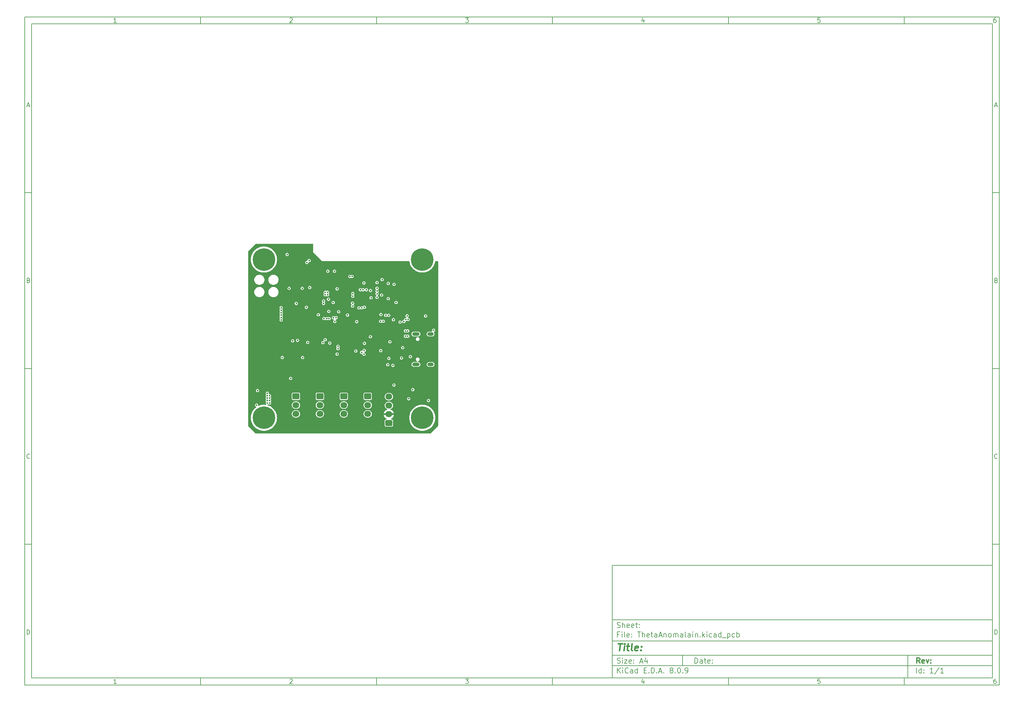
<source format=gbr>
%TF.GenerationSoftware,KiCad,Pcbnew,8.0.9-8.0.9-0~ubuntu24.04.1*%
%TF.CreationDate,2025-05-06T11:39:42+05:00*%
%TF.ProjectId,ThetaAnomalain,54686574-6141-46e6-9f6d-616c61696e2e,rev?*%
%TF.SameCoordinates,Original*%
%TF.FileFunction,Copper,L2,Inr*%
%TF.FilePolarity,Positive*%
%FSLAX46Y46*%
G04 Gerber Fmt 4.6, Leading zero omitted, Abs format (unit mm)*
G04 Created by KiCad (PCBNEW 8.0.9-8.0.9-0~ubuntu24.04.1) date 2025-05-06 11:39:42*
%MOMM*%
%LPD*%
G01*
G04 APERTURE LIST*
G04 Aperture macros list*
%AMRoundRect*
0 Rectangle with rounded corners*
0 $1 Rounding radius*
0 $2 $3 $4 $5 $6 $7 $8 $9 X,Y pos of 4 corners*
0 Add a 4 corners polygon primitive as box body*
4,1,4,$2,$3,$4,$5,$6,$7,$8,$9,$2,$3,0*
0 Add four circle primitives for the rounded corners*
1,1,$1+$1,$2,$3*
1,1,$1+$1,$4,$5*
1,1,$1+$1,$6,$7*
1,1,$1+$1,$8,$9*
0 Add four rect primitives between the rounded corners*
20,1,$1+$1,$2,$3,$4,$5,0*
20,1,$1+$1,$4,$5,$6,$7,0*
20,1,$1+$1,$6,$7,$8,$9,0*
20,1,$1+$1,$8,$9,$2,$3,0*%
G04 Aperture macros list end*
%ADD10C,0.100000*%
%ADD11C,0.150000*%
%ADD12C,0.300000*%
%ADD13C,0.400000*%
%TA.AperFunction,ComponentPad*%
%ADD14RoundRect,0.250000X-0.725000X0.600000X-0.725000X-0.600000X0.725000X-0.600000X0.725000X0.600000X0*%
%TD*%
%TA.AperFunction,ComponentPad*%
%ADD15O,1.950000X1.700000*%
%TD*%
%TA.AperFunction,ComponentPad*%
%ADD16R,0.900000X0.500000*%
%TD*%
%TA.AperFunction,ComponentPad*%
%ADD17C,0.800000*%
%TD*%
%TA.AperFunction,ComponentPad*%
%ADD18C,6.400000*%
%TD*%
%TA.AperFunction,ComponentPad*%
%ADD19RoundRect,0.250000X0.725000X-0.600000X0.725000X0.600000X-0.725000X0.600000X-0.725000X-0.600000X0*%
%TD*%
%TA.AperFunction,ComponentPad*%
%ADD20O,2.100000X1.000000*%
%TD*%
%TA.AperFunction,ComponentPad*%
%ADD21O,1.800000X1.000000*%
%TD*%
%TA.AperFunction,ViaPad*%
%ADD22C,0.500000*%
%TD*%
%TA.AperFunction,Conductor*%
%ADD23C,0.200000*%
%TD*%
G04 APERTURE END LIST*
D10*
D11*
X177002200Y-166007200D02*
X285002200Y-166007200D01*
X285002200Y-198007200D01*
X177002200Y-198007200D01*
X177002200Y-166007200D01*
D10*
D11*
X10000000Y-10000000D02*
X287002200Y-10000000D01*
X287002200Y-200007200D01*
X10000000Y-200007200D01*
X10000000Y-10000000D01*
D10*
D11*
X12000000Y-12000000D02*
X285002200Y-12000000D01*
X285002200Y-198007200D01*
X12000000Y-198007200D01*
X12000000Y-12000000D01*
D10*
D11*
X60000000Y-12000000D02*
X60000000Y-10000000D01*
D10*
D11*
X110000000Y-12000000D02*
X110000000Y-10000000D01*
D10*
D11*
X160000000Y-12000000D02*
X160000000Y-10000000D01*
D10*
D11*
X210000000Y-12000000D02*
X210000000Y-10000000D01*
D10*
D11*
X260000000Y-12000000D02*
X260000000Y-10000000D01*
D10*
D11*
X36089160Y-11593604D02*
X35346303Y-11593604D01*
X35717731Y-11593604D02*
X35717731Y-10293604D01*
X35717731Y-10293604D02*
X35593922Y-10479319D01*
X35593922Y-10479319D02*
X35470112Y-10603128D01*
X35470112Y-10603128D02*
X35346303Y-10665033D01*
D10*
D11*
X85346303Y-10417414D02*
X85408207Y-10355509D01*
X85408207Y-10355509D02*
X85532017Y-10293604D01*
X85532017Y-10293604D02*
X85841541Y-10293604D01*
X85841541Y-10293604D02*
X85965350Y-10355509D01*
X85965350Y-10355509D02*
X86027255Y-10417414D01*
X86027255Y-10417414D02*
X86089160Y-10541223D01*
X86089160Y-10541223D02*
X86089160Y-10665033D01*
X86089160Y-10665033D02*
X86027255Y-10850747D01*
X86027255Y-10850747D02*
X85284398Y-11593604D01*
X85284398Y-11593604D02*
X86089160Y-11593604D01*
D10*
D11*
X135284398Y-10293604D02*
X136089160Y-10293604D01*
X136089160Y-10293604D02*
X135655826Y-10788842D01*
X135655826Y-10788842D02*
X135841541Y-10788842D01*
X135841541Y-10788842D02*
X135965350Y-10850747D01*
X135965350Y-10850747D02*
X136027255Y-10912652D01*
X136027255Y-10912652D02*
X136089160Y-11036461D01*
X136089160Y-11036461D02*
X136089160Y-11345985D01*
X136089160Y-11345985D02*
X136027255Y-11469795D01*
X136027255Y-11469795D02*
X135965350Y-11531700D01*
X135965350Y-11531700D02*
X135841541Y-11593604D01*
X135841541Y-11593604D02*
X135470112Y-11593604D01*
X135470112Y-11593604D02*
X135346303Y-11531700D01*
X135346303Y-11531700D02*
X135284398Y-11469795D01*
D10*
D11*
X185965350Y-10726938D02*
X185965350Y-11593604D01*
X185655826Y-10231700D02*
X185346303Y-11160271D01*
X185346303Y-11160271D02*
X186151064Y-11160271D01*
D10*
D11*
X236027255Y-10293604D02*
X235408207Y-10293604D01*
X235408207Y-10293604D02*
X235346303Y-10912652D01*
X235346303Y-10912652D02*
X235408207Y-10850747D01*
X235408207Y-10850747D02*
X235532017Y-10788842D01*
X235532017Y-10788842D02*
X235841541Y-10788842D01*
X235841541Y-10788842D02*
X235965350Y-10850747D01*
X235965350Y-10850747D02*
X236027255Y-10912652D01*
X236027255Y-10912652D02*
X236089160Y-11036461D01*
X236089160Y-11036461D02*
X236089160Y-11345985D01*
X236089160Y-11345985D02*
X236027255Y-11469795D01*
X236027255Y-11469795D02*
X235965350Y-11531700D01*
X235965350Y-11531700D02*
X235841541Y-11593604D01*
X235841541Y-11593604D02*
X235532017Y-11593604D01*
X235532017Y-11593604D02*
X235408207Y-11531700D01*
X235408207Y-11531700D02*
X235346303Y-11469795D01*
D10*
D11*
X285965350Y-10293604D02*
X285717731Y-10293604D01*
X285717731Y-10293604D02*
X285593922Y-10355509D01*
X285593922Y-10355509D02*
X285532017Y-10417414D01*
X285532017Y-10417414D02*
X285408207Y-10603128D01*
X285408207Y-10603128D02*
X285346303Y-10850747D01*
X285346303Y-10850747D02*
X285346303Y-11345985D01*
X285346303Y-11345985D02*
X285408207Y-11469795D01*
X285408207Y-11469795D02*
X285470112Y-11531700D01*
X285470112Y-11531700D02*
X285593922Y-11593604D01*
X285593922Y-11593604D02*
X285841541Y-11593604D01*
X285841541Y-11593604D02*
X285965350Y-11531700D01*
X285965350Y-11531700D02*
X286027255Y-11469795D01*
X286027255Y-11469795D02*
X286089160Y-11345985D01*
X286089160Y-11345985D02*
X286089160Y-11036461D01*
X286089160Y-11036461D02*
X286027255Y-10912652D01*
X286027255Y-10912652D02*
X285965350Y-10850747D01*
X285965350Y-10850747D02*
X285841541Y-10788842D01*
X285841541Y-10788842D02*
X285593922Y-10788842D01*
X285593922Y-10788842D02*
X285470112Y-10850747D01*
X285470112Y-10850747D02*
X285408207Y-10912652D01*
X285408207Y-10912652D02*
X285346303Y-11036461D01*
D10*
D11*
X60000000Y-198007200D02*
X60000000Y-200007200D01*
D10*
D11*
X110000000Y-198007200D02*
X110000000Y-200007200D01*
D10*
D11*
X160000000Y-198007200D02*
X160000000Y-200007200D01*
D10*
D11*
X210000000Y-198007200D02*
X210000000Y-200007200D01*
D10*
D11*
X260000000Y-198007200D02*
X260000000Y-200007200D01*
D10*
D11*
X36089160Y-199600804D02*
X35346303Y-199600804D01*
X35717731Y-199600804D02*
X35717731Y-198300804D01*
X35717731Y-198300804D02*
X35593922Y-198486519D01*
X35593922Y-198486519D02*
X35470112Y-198610328D01*
X35470112Y-198610328D02*
X35346303Y-198672233D01*
D10*
D11*
X85346303Y-198424614D02*
X85408207Y-198362709D01*
X85408207Y-198362709D02*
X85532017Y-198300804D01*
X85532017Y-198300804D02*
X85841541Y-198300804D01*
X85841541Y-198300804D02*
X85965350Y-198362709D01*
X85965350Y-198362709D02*
X86027255Y-198424614D01*
X86027255Y-198424614D02*
X86089160Y-198548423D01*
X86089160Y-198548423D02*
X86089160Y-198672233D01*
X86089160Y-198672233D02*
X86027255Y-198857947D01*
X86027255Y-198857947D02*
X85284398Y-199600804D01*
X85284398Y-199600804D02*
X86089160Y-199600804D01*
D10*
D11*
X135284398Y-198300804D02*
X136089160Y-198300804D01*
X136089160Y-198300804D02*
X135655826Y-198796042D01*
X135655826Y-198796042D02*
X135841541Y-198796042D01*
X135841541Y-198796042D02*
X135965350Y-198857947D01*
X135965350Y-198857947D02*
X136027255Y-198919852D01*
X136027255Y-198919852D02*
X136089160Y-199043661D01*
X136089160Y-199043661D02*
X136089160Y-199353185D01*
X136089160Y-199353185D02*
X136027255Y-199476995D01*
X136027255Y-199476995D02*
X135965350Y-199538900D01*
X135965350Y-199538900D02*
X135841541Y-199600804D01*
X135841541Y-199600804D02*
X135470112Y-199600804D01*
X135470112Y-199600804D02*
X135346303Y-199538900D01*
X135346303Y-199538900D02*
X135284398Y-199476995D01*
D10*
D11*
X185965350Y-198734138D02*
X185965350Y-199600804D01*
X185655826Y-198238900D02*
X185346303Y-199167471D01*
X185346303Y-199167471D02*
X186151064Y-199167471D01*
D10*
D11*
X236027255Y-198300804D02*
X235408207Y-198300804D01*
X235408207Y-198300804D02*
X235346303Y-198919852D01*
X235346303Y-198919852D02*
X235408207Y-198857947D01*
X235408207Y-198857947D02*
X235532017Y-198796042D01*
X235532017Y-198796042D02*
X235841541Y-198796042D01*
X235841541Y-198796042D02*
X235965350Y-198857947D01*
X235965350Y-198857947D02*
X236027255Y-198919852D01*
X236027255Y-198919852D02*
X236089160Y-199043661D01*
X236089160Y-199043661D02*
X236089160Y-199353185D01*
X236089160Y-199353185D02*
X236027255Y-199476995D01*
X236027255Y-199476995D02*
X235965350Y-199538900D01*
X235965350Y-199538900D02*
X235841541Y-199600804D01*
X235841541Y-199600804D02*
X235532017Y-199600804D01*
X235532017Y-199600804D02*
X235408207Y-199538900D01*
X235408207Y-199538900D02*
X235346303Y-199476995D01*
D10*
D11*
X285965350Y-198300804D02*
X285717731Y-198300804D01*
X285717731Y-198300804D02*
X285593922Y-198362709D01*
X285593922Y-198362709D02*
X285532017Y-198424614D01*
X285532017Y-198424614D02*
X285408207Y-198610328D01*
X285408207Y-198610328D02*
X285346303Y-198857947D01*
X285346303Y-198857947D02*
X285346303Y-199353185D01*
X285346303Y-199353185D02*
X285408207Y-199476995D01*
X285408207Y-199476995D02*
X285470112Y-199538900D01*
X285470112Y-199538900D02*
X285593922Y-199600804D01*
X285593922Y-199600804D02*
X285841541Y-199600804D01*
X285841541Y-199600804D02*
X285965350Y-199538900D01*
X285965350Y-199538900D02*
X286027255Y-199476995D01*
X286027255Y-199476995D02*
X286089160Y-199353185D01*
X286089160Y-199353185D02*
X286089160Y-199043661D01*
X286089160Y-199043661D02*
X286027255Y-198919852D01*
X286027255Y-198919852D02*
X285965350Y-198857947D01*
X285965350Y-198857947D02*
X285841541Y-198796042D01*
X285841541Y-198796042D02*
X285593922Y-198796042D01*
X285593922Y-198796042D02*
X285470112Y-198857947D01*
X285470112Y-198857947D02*
X285408207Y-198919852D01*
X285408207Y-198919852D02*
X285346303Y-199043661D01*
D10*
D11*
X10000000Y-60000000D02*
X12000000Y-60000000D01*
D10*
D11*
X10000000Y-110000000D02*
X12000000Y-110000000D01*
D10*
D11*
X10000000Y-160000000D02*
X12000000Y-160000000D01*
D10*
D11*
X10690476Y-35222176D02*
X11309523Y-35222176D01*
X10566666Y-35593604D02*
X10999999Y-34293604D01*
X10999999Y-34293604D02*
X11433333Y-35593604D01*
D10*
D11*
X11092857Y-84912652D02*
X11278571Y-84974557D01*
X11278571Y-84974557D02*
X11340476Y-85036461D01*
X11340476Y-85036461D02*
X11402380Y-85160271D01*
X11402380Y-85160271D02*
X11402380Y-85345985D01*
X11402380Y-85345985D02*
X11340476Y-85469795D01*
X11340476Y-85469795D02*
X11278571Y-85531700D01*
X11278571Y-85531700D02*
X11154761Y-85593604D01*
X11154761Y-85593604D02*
X10659523Y-85593604D01*
X10659523Y-85593604D02*
X10659523Y-84293604D01*
X10659523Y-84293604D02*
X11092857Y-84293604D01*
X11092857Y-84293604D02*
X11216666Y-84355509D01*
X11216666Y-84355509D02*
X11278571Y-84417414D01*
X11278571Y-84417414D02*
X11340476Y-84541223D01*
X11340476Y-84541223D02*
X11340476Y-84665033D01*
X11340476Y-84665033D02*
X11278571Y-84788842D01*
X11278571Y-84788842D02*
X11216666Y-84850747D01*
X11216666Y-84850747D02*
X11092857Y-84912652D01*
X11092857Y-84912652D02*
X10659523Y-84912652D01*
D10*
D11*
X11402380Y-135469795D02*
X11340476Y-135531700D01*
X11340476Y-135531700D02*
X11154761Y-135593604D01*
X11154761Y-135593604D02*
X11030952Y-135593604D01*
X11030952Y-135593604D02*
X10845238Y-135531700D01*
X10845238Y-135531700D02*
X10721428Y-135407890D01*
X10721428Y-135407890D02*
X10659523Y-135284080D01*
X10659523Y-135284080D02*
X10597619Y-135036461D01*
X10597619Y-135036461D02*
X10597619Y-134850747D01*
X10597619Y-134850747D02*
X10659523Y-134603128D01*
X10659523Y-134603128D02*
X10721428Y-134479319D01*
X10721428Y-134479319D02*
X10845238Y-134355509D01*
X10845238Y-134355509D02*
X11030952Y-134293604D01*
X11030952Y-134293604D02*
X11154761Y-134293604D01*
X11154761Y-134293604D02*
X11340476Y-134355509D01*
X11340476Y-134355509D02*
X11402380Y-134417414D01*
D10*
D11*
X10659523Y-185593604D02*
X10659523Y-184293604D01*
X10659523Y-184293604D02*
X10969047Y-184293604D01*
X10969047Y-184293604D02*
X11154761Y-184355509D01*
X11154761Y-184355509D02*
X11278571Y-184479319D01*
X11278571Y-184479319D02*
X11340476Y-184603128D01*
X11340476Y-184603128D02*
X11402380Y-184850747D01*
X11402380Y-184850747D02*
X11402380Y-185036461D01*
X11402380Y-185036461D02*
X11340476Y-185284080D01*
X11340476Y-185284080D02*
X11278571Y-185407890D01*
X11278571Y-185407890D02*
X11154761Y-185531700D01*
X11154761Y-185531700D02*
X10969047Y-185593604D01*
X10969047Y-185593604D02*
X10659523Y-185593604D01*
D10*
D11*
X287002200Y-60000000D02*
X285002200Y-60000000D01*
D10*
D11*
X287002200Y-110000000D02*
X285002200Y-110000000D01*
D10*
D11*
X287002200Y-160000000D02*
X285002200Y-160000000D01*
D10*
D11*
X285692676Y-35222176D02*
X286311723Y-35222176D01*
X285568866Y-35593604D02*
X286002199Y-34293604D01*
X286002199Y-34293604D02*
X286435533Y-35593604D01*
D10*
D11*
X286095057Y-84912652D02*
X286280771Y-84974557D01*
X286280771Y-84974557D02*
X286342676Y-85036461D01*
X286342676Y-85036461D02*
X286404580Y-85160271D01*
X286404580Y-85160271D02*
X286404580Y-85345985D01*
X286404580Y-85345985D02*
X286342676Y-85469795D01*
X286342676Y-85469795D02*
X286280771Y-85531700D01*
X286280771Y-85531700D02*
X286156961Y-85593604D01*
X286156961Y-85593604D02*
X285661723Y-85593604D01*
X285661723Y-85593604D02*
X285661723Y-84293604D01*
X285661723Y-84293604D02*
X286095057Y-84293604D01*
X286095057Y-84293604D02*
X286218866Y-84355509D01*
X286218866Y-84355509D02*
X286280771Y-84417414D01*
X286280771Y-84417414D02*
X286342676Y-84541223D01*
X286342676Y-84541223D02*
X286342676Y-84665033D01*
X286342676Y-84665033D02*
X286280771Y-84788842D01*
X286280771Y-84788842D02*
X286218866Y-84850747D01*
X286218866Y-84850747D02*
X286095057Y-84912652D01*
X286095057Y-84912652D02*
X285661723Y-84912652D01*
D10*
D11*
X286404580Y-135469795D02*
X286342676Y-135531700D01*
X286342676Y-135531700D02*
X286156961Y-135593604D01*
X286156961Y-135593604D02*
X286033152Y-135593604D01*
X286033152Y-135593604D02*
X285847438Y-135531700D01*
X285847438Y-135531700D02*
X285723628Y-135407890D01*
X285723628Y-135407890D02*
X285661723Y-135284080D01*
X285661723Y-135284080D02*
X285599819Y-135036461D01*
X285599819Y-135036461D02*
X285599819Y-134850747D01*
X285599819Y-134850747D02*
X285661723Y-134603128D01*
X285661723Y-134603128D02*
X285723628Y-134479319D01*
X285723628Y-134479319D02*
X285847438Y-134355509D01*
X285847438Y-134355509D02*
X286033152Y-134293604D01*
X286033152Y-134293604D02*
X286156961Y-134293604D01*
X286156961Y-134293604D02*
X286342676Y-134355509D01*
X286342676Y-134355509D02*
X286404580Y-134417414D01*
D10*
D11*
X285661723Y-185593604D02*
X285661723Y-184293604D01*
X285661723Y-184293604D02*
X285971247Y-184293604D01*
X285971247Y-184293604D02*
X286156961Y-184355509D01*
X286156961Y-184355509D02*
X286280771Y-184479319D01*
X286280771Y-184479319D02*
X286342676Y-184603128D01*
X286342676Y-184603128D02*
X286404580Y-184850747D01*
X286404580Y-184850747D02*
X286404580Y-185036461D01*
X286404580Y-185036461D02*
X286342676Y-185284080D01*
X286342676Y-185284080D02*
X286280771Y-185407890D01*
X286280771Y-185407890D02*
X286156961Y-185531700D01*
X286156961Y-185531700D02*
X285971247Y-185593604D01*
X285971247Y-185593604D02*
X285661723Y-185593604D01*
D10*
D11*
X200458026Y-193793328D02*
X200458026Y-192293328D01*
X200458026Y-192293328D02*
X200815169Y-192293328D01*
X200815169Y-192293328D02*
X201029455Y-192364757D01*
X201029455Y-192364757D02*
X201172312Y-192507614D01*
X201172312Y-192507614D02*
X201243741Y-192650471D01*
X201243741Y-192650471D02*
X201315169Y-192936185D01*
X201315169Y-192936185D02*
X201315169Y-193150471D01*
X201315169Y-193150471D02*
X201243741Y-193436185D01*
X201243741Y-193436185D02*
X201172312Y-193579042D01*
X201172312Y-193579042D02*
X201029455Y-193721900D01*
X201029455Y-193721900D02*
X200815169Y-193793328D01*
X200815169Y-193793328D02*
X200458026Y-193793328D01*
X202600884Y-193793328D02*
X202600884Y-193007614D01*
X202600884Y-193007614D02*
X202529455Y-192864757D01*
X202529455Y-192864757D02*
X202386598Y-192793328D01*
X202386598Y-192793328D02*
X202100884Y-192793328D01*
X202100884Y-192793328D02*
X201958026Y-192864757D01*
X202600884Y-193721900D02*
X202458026Y-193793328D01*
X202458026Y-193793328D02*
X202100884Y-193793328D01*
X202100884Y-193793328D02*
X201958026Y-193721900D01*
X201958026Y-193721900D02*
X201886598Y-193579042D01*
X201886598Y-193579042D02*
X201886598Y-193436185D01*
X201886598Y-193436185D02*
X201958026Y-193293328D01*
X201958026Y-193293328D02*
X202100884Y-193221900D01*
X202100884Y-193221900D02*
X202458026Y-193221900D01*
X202458026Y-193221900D02*
X202600884Y-193150471D01*
X203100884Y-192793328D02*
X203672312Y-192793328D01*
X203315169Y-192293328D02*
X203315169Y-193579042D01*
X203315169Y-193579042D02*
X203386598Y-193721900D01*
X203386598Y-193721900D02*
X203529455Y-193793328D01*
X203529455Y-193793328D02*
X203672312Y-193793328D01*
X204743741Y-193721900D02*
X204600884Y-193793328D01*
X204600884Y-193793328D02*
X204315170Y-193793328D01*
X204315170Y-193793328D02*
X204172312Y-193721900D01*
X204172312Y-193721900D02*
X204100884Y-193579042D01*
X204100884Y-193579042D02*
X204100884Y-193007614D01*
X204100884Y-193007614D02*
X204172312Y-192864757D01*
X204172312Y-192864757D02*
X204315170Y-192793328D01*
X204315170Y-192793328D02*
X204600884Y-192793328D01*
X204600884Y-192793328D02*
X204743741Y-192864757D01*
X204743741Y-192864757D02*
X204815170Y-193007614D01*
X204815170Y-193007614D02*
X204815170Y-193150471D01*
X204815170Y-193150471D02*
X204100884Y-193293328D01*
X205458026Y-193650471D02*
X205529455Y-193721900D01*
X205529455Y-193721900D02*
X205458026Y-193793328D01*
X205458026Y-193793328D02*
X205386598Y-193721900D01*
X205386598Y-193721900D02*
X205458026Y-193650471D01*
X205458026Y-193650471D02*
X205458026Y-193793328D01*
X205458026Y-192864757D02*
X205529455Y-192936185D01*
X205529455Y-192936185D02*
X205458026Y-193007614D01*
X205458026Y-193007614D02*
X205386598Y-192936185D01*
X205386598Y-192936185D02*
X205458026Y-192864757D01*
X205458026Y-192864757D02*
X205458026Y-193007614D01*
D10*
D11*
X177002200Y-194507200D02*
X285002200Y-194507200D01*
D10*
D11*
X178458026Y-196593328D02*
X178458026Y-195093328D01*
X179315169Y-196593328D02*
X178672312Y-195736185D01*
X179315169Y-195093328D02*
X178458026Y-195950471D01*
X179958026Y-196593328D02*
X179958026Y-195593328D01*
X179958026Y-195093328D02*
X179886598Y-195164757D01*
X179886598Y-195164757D02*
X179958026Y-195236185D01*
X179958026Y-195236185D02*
X180029455Y-195164757D01*
X180029455Y-195164757D02*
X179958026Y-195093328D01*
X179958026Y-195093328D02*
X179958026Y-195236185D01*
X181529455Y-196450471D02*
X181458027Y-196521900D01*
X181458027Y-196521900D02*
X181243741Y-196593328D01*
X181243741Y-196593328D02*
X181100884Y-196593328D01*
X181100884Y-196593328D02*
X180886598Y-196521900D01*
X180886598Y-196521900D02*
X180743741Y-196379042D01*
X180743741Y-196379042D02*
X180672312Y-196236185D01*
X180672312Y-196236185D02*
X180600884Y-195950471D01*
X180600884Y-195950471D02*
X180600884Y-195736185D01*
X180600884Y-195736185D02*
X180672312Y-195450471D01*
X180672312Y-195450471D02*
X180743741Y-195307614D01*
X180743741Y-195307614D02*
X180886598Y-195164757D01*
X180886598Y-195164757D02*
X181100884Y-195093328D01*
X181100884Y-195093328D02*
X181243741Y-195093328D01*
X181243741Y-195093328D02*
X181458027Y-195164757D01*
X181458027Y-195164757D02*
X181529455Y-195236185D01*
X182815170Y-196593328D02*
X182815170Y-195807614D01*
X182815170Y-195807614D02*
X182743741Y-195664757D01*
X182743741Y-195664757D02*
X182600884Y-195593328D01*
X182600884Y-195593328D02*
X182315170Y-195593328D01*
X182315170Y-195593328D02*
X182172312Y-195664757D01*
X182815170Y-196521900D02*
X182672312Y-196593328D01*
X182672312Y-196593328D02*
X182315170Y-196593328D01*
X182315170Y-196593328D02*
X182172312Y-196521900D01*
X182172312Y-196521900D02*
X182100884Y-196379042D01*
X182100884Y-196379042D02*
X182100884Y-196236185D01*
X182100884Y-196236185D02*
X182172312Y-196093328D01*
X182172312Y-196093328D02*
X182315170Y-196021900D01*
X182315170Y-196021900D02*
X182672312Y-196021900D01*
X182672312Y-196021900D02*
X182815170Y-195950471D01*
X184172313Y-196593328D02*
X184172313Y-195093328D01*
X184172313Y-196521900D02*
X184029455Y-196593328D01*
X184029455Y-196593328D02*
X183743741Y-196593328D01*
X183743741Y-196593328D02*
X183600884Y-196521900D01*
X183600884Y-196521900D02*
X183529455Y-196450471D01*
X183529455Y-196450471D02*
X183458027Y-196307614D01*
X183458027Y-196307614D02*
X183458027Y-195879042D01*
X183458027Y-195879042D02*
X183529455Y-195736185D01*
X183529455Y-195736185D02*
X183600884Y-195664757D01*
X183600884Y-195664757D02*
X183743741Y-195593328D01*
X183743741Y-195593328D02*
X184029455Y-195593328D01*
X184029455Y-195593328D02*
X184172313Y-195664757D01*
X186029455Y-195807614D02*
X186529455Y-195807614D01*
X186743741Y-196593328D02*
X186029455Y-196593328D01*
X186029455Y-196593328D02*
X186029455Y-195093328D01*
X186029455Y-195093328D02*
X186743741Y-195093328D01*
X187386598Y-196450471D02*
X187458027Y-196521900D01*
X187458027Y-196521900D02*
X187386598Y-196593328D01*
X187386598Y-196593328D02*
X187315170Y-196521900D01*
X187315170Y-196521900D02*
X187386598Y-196450471D01*
X187386598Y-196450471D02*
X187386598Y-196593328D01*
X188100884Y-196593328D02*
X188100884Y-195093328D01*
X188100884Y-195093328D02*
X188458027Y-195093328D01*
X188458027Y-195093328D02*
X188672313Y-195164757D01*
X188672313Y-195164757D02*
X188815170Y-195307614D01*
X188815170Y-195307614D02*
X188886599Y-195450471D01*
X188886599Y-195450471D02*
X188958027Y-195736185D01*
X188958027Y-195736185D02*
X188958027Y-195950471D01*
X188958027Y-195950471D02*
X188886599Y-196236185D01*
X188886599Y-196236185D02*
X188815170Y-196379042D01*
X188815170Y-196379042D02*
X188672313Y-196521900D01*
X188672313Y-196521900D02*
X188458027Y-196593328D01*
X188458027Y-196593328D02*
X188100884Y-196593328D01*
X189600884Y-196450471D02*
X189672313Y-196521900D01*
X189672313Y-196521900D02*
X189600884Y-196593328D01*
X189600884Y-196593328D02*
X189529456Y-196521900D01*
X189529456Y-196521900D02*
X189600884Y-196450471D01*
X189600884Y-196450471D02*
X189600884Y-196593328D01*
X190243742Y-196164757D02*
X190958028Y-196164757D01*
X190100885Y-196593328D02*
X190600885Y-195093328D01*
X190600885Y-195093328D02*
X191100885Y-196593328D01*
X191600884Y-196450471D02*
X191672313Y-196521900D01*
X191672313Y-196521900D02*
X191600884Y-196593328D01*
X191600884Y-196593328D02*
X191529456Y-196521900D01*
X191529456Y-196521900D02*
X191600884Y-196450471D01*
X191600884Y-196450471D02*
X191600884Y-196593328D01*
X193672313Y-195736185D02*
X193529456Y-195664757D01*
X193529456Y-195664757D02*
X193458027Y-195593328D01*
X193458027Y-195593328D02*
X193386599Y-195450471D01*
X193386599Y-195450471D02*
X193386599Y-195379042D01*
X193386599Y-195379042D02*
X193458027Y-195236185D01*
X193458027Y-195236185D02*
X193529456Y-195164757D01*
X193529456Y-195164757D02*
X193672313Y-195093328D01*
X193672313Y-195093328D02*
X193958027Y-195093328D01*
X193958027Y-195093328D02*
X194100885Y-195164757D01*
X194100885Y-195164757D02*
X194172313Y-195236185D01*
X194172313Y-195236185D02*
X194243742Y-195379042D01*
X194243742Y-195379042D02*
X194243742Y-195450471D01*
X194243742Y-195450471D02*
X194172313Y-195593328D01*
X194172313Y-195593328D02*
X194100885Y-195664757D01*
X194100885Y-195664757D02*
X193958027Y-195736185D01*
X193958027Y-195736185D02*
X193672313Y-195736185D01*
X193672313Y-195736185D02*
X193529456Y-195807614D01*
X193529456Y-195807614D02*
X193458027Y-195879042D01*
X193458027Y-195879042D02*
X193386599Y-196021900D01*
X193386599Y-196021900D02*
X193386599Y-196307614D01*
X193386599Y-196307614D02*
X193458027Y-196450471D01*
X193458027Y-196450471D02*
X193529456Y-196521900D01*
X193529456Y-196521900D02*
X193672313Y-196593328D01*
X193672313Y-196593328D02*
X193958027Y-196593328D01*
X193958027Y-196593328D02*
X194100885Y-196521900D01*
X194100885Y-196521900D02*
X194172313Y-196450471D01*
X194172313Y-196450471D02*
X194243742Y-196307614D01*
X194243742Y-196307614D02*
X194243742Y-196021900D01*
X194243742Y-196021900D02*
X194172313Y-195879042D01*
X194172313Y-195879042D02*
X194100885Y-195807614D01*
X194100885Y-195807614D02*
X193958027Y-195736185D01*
X194886598Y-196450471D02*
X194958027Y-196521900D01*
X194958027Y-196521900D02*
X194886598Y-196593328D01*
X194886598Y-196593328D02*
X194815170Y-196521900D01*
X194815170Y-196521900D02*
X194886598Y-196450471D01*
X194886598Y-196450471D02*
X194886598Y-196593328D01*
X195886599Y-195093328D02*
X196029456Y-195093328D01*
X196029456Y-195093328D02*
X196172313Y-195164757D01*
X196172313Y-195164757D02*
X196243742Y-195236185D01*
X196243742Y-195236185D02*
X196315170Y-195379042D01*
X196315170Y-195379042D02*
X196386599Y-195664757D01*
X196386599Y-195664757D02*
X196386599Y-196021900D01*
X196386599Y-196021900D02*
X196315170Y-196307614D01*
X196315170Y-196307614D02*
X196243742Y-196450471D01*
X196243742Y-196450471D02*
X196172313Y-196521900D01*
X196172313Y-196521900D02*
X196029456Y-196593328D01*
X196029456Y-196593328D02*
X195886599Y-196593328D01*
X195886599Y-196593328D02*
X195743742Y-196521900D01*
X195743742Y-196521900D02*
X195672313Y-196450471D01*
X195672313Y-196450471D02*
X195600884Y-196307614D01*
X195600884Y-196307614D02*
X195529456Y-196021900D01*
X195529456Y-196021900D02*
X195529456Y-195664757D01*
X195529456Y-195664757D02*
X195600884Y-195379042D01*
X195600884Y-195379042D02*
X195672313Y-195236185D01*
X195672313Y-195236185D02*
X195743742Y-195164757D01*
X195743742Y-195164757D02*
X195886599Y-195093328D01*
X197029455Y-196450471D02*
X197100884Y-196521900D01*
X197100884Y-196521900D02*
X197029455Y-196593328D01*
X197029455Y-196593328D02*
X196958027Y-196521900D01*
X196958027Y-196521900D02*
X197029455Y-196450471D01*
X197029455Y-196450471D02*
X197029455Y-196593328D01*
X197815170Y-196593328D02*
X198100884Y-196593328D01*
X198100884Y-196593328D02*
X198243741Y-196521900D01*
X198243741Y-196521900D02*
X198315170Y-196450471D01*
X198315170Y-196450471D02*
X198458027Y-196236185D01*
X198458027Y-196236185D02*
X198529456Y-195950471D01*
X198529456Y-195950471D02*
X198529456Y-195379042D01*
X198529456Y-195379042D02*
X198458027Y-195236185D01*
X198458027Y-195236185D02*
X198386599Y-195164757D01*
X198386599Y-195164757D02*
X198243741Y-195093328D01*
X198243741Y-195093328D02*
X197958027Y-195093328D01*
X197958027Y-195093328D02*
X197815170Y-195164757D01*
X197815170Y-195164757D02*
X197743741Y-195236185D01*
X197743741Y-195236185D02*
X197672313Y-195379042D01*
X197672313Y-195379042D02*
X197672313Y-195736185D01*
X197672313Y-195736185D02*
X197743741Y-195879042D01*
X197743741Y-195879042D02*
X197815170Y-195950471D01*
X197815170Y-195950471D02*
X197958027Y-196021900D01*
X197958027Y-196021900D02*
X198243741Y-196021900D01*
X198243741Y-196021900D02*
X198386599Y-195950471D01*
X198386599Y-195950471D02*
X198458027Y-195879042D01*
X198458027Y-195879042D02*
X198529456Y-195736185D01*
D10*
D11*
X177002200Y-191507200D02*
X285002200Y-191507200D01*
D10*
D12*
X264413853Y-193785528D02*
X263913853Y-193071242D01*
X263556710Y-193785528D02*
X263556710Y-192285528D01*
X263556710Y-192285528D02*
X264128139Y-192285528D01*
X264128139Y-192285528D02*
X264270996Y-192356957D01*
X264270996Y-192356957D02*
X264342425Y-192428385D01*
X264342425Y-192428385D02*
X264413853Y-192571242D01*
X264413853Y-192571242D02*
X264413853Y-192785528D01*
X264413853Y-192785528D02*
X264342425Y-192928385D01*
X264342425Y-192928385D02*
X264270996Y-192999814D01*
X264270996Y-192999814D02*
X264128139Y-193071242D01*
X264128139Y-193071242D02*
X263556710Y-193071242D01*
X265628139Y-193714100D02*
X265485282Y-193785528D01*
X265485282Y-193785528D02*
X265199568Y-193785528D01*
X265199568Y-193785528D02*
X265056710Y-193714100D01*
X265056710Y-193714100D02*
X264985282Y-193571242D01*
X264985282Y-193571242D02*
X264985282Y-192999814D01*
X264985282Y-192999814D02*
X265056710Y-192856957D01*
X265056710Y-192856957D02*
X265199568Y-192785528D01*
X265199568Y-192785528D02*
X265485282Y-192785528D01*
X265485282Y-192785528D02*
X265628139Y-192856957D01*
X265628139Y-192856957D02*
X265699568Y-192999814D01*
X265699568Y-192999814D02*
X265699568Y-193142671D01*
X265699568Y-193142671D02*
X264985282Y-193285528D01*
X266199567Y-192785528D02*
X266556710Y-193785528D01*
X266556710Y-193785528D02*
X266913853Y-192785528D01*
X267485281Y-193642671D02*
X267556710Y-193714100D01*
X267556710Y-193714100D02*
X267485281Y-193785528D01*
X267485281Y-193785528D02*
X267413853Y-193714100D01*
X267413853Y-193714100D02*
X267485281Y-193642671D01*
X267485281Y-193642671D02*
X267485281Y-193785528D01*
X267485281Y-192856957D02*
X267556710Y-192928385D01*
X267556710Y-192928385D02*
X267485281Y-192999814D01*
X267485281Y-192999814D02*
X267413853Y-192928385D01*
X267413853Y-192928385D02*
X267485281Y-192856957D01*
X267485281Y-192856957D02*
X267485281Y-192999814D01*
D10*
D11*
X178386598Y-193721900D02*
X178600884Y-193793328D01*
X178600884Y-193793328D02*
X178958026Y-193793328D01*
X178958026Y-193793328D02*
X179100884Y-193721900D01*
X179100884Y-193721900D02*
X179172312Y-193650471D01*
X179172312Y-193650471D02*
X179243741Y-193507614D01*
X179243741Y-193507614D02*
X179243741Y-193364757D01*
X179243741Y-193364757D02*
X179172312Y-193221900D01*
X179172312Y-193221900D02*
X179100884Y-193150471D01*
X179100884Y-193150471D02*
X178958026Y-193079042D01*
X178958026Y-193079042D02*
X178672312Y-193007614D01*
X178672312Y-193007614D02*
X178529455Y-192936185D01*
X178529455Y-192936185D02*
X178458026Y-192864757D01*
X178458026Y-192864757D02*
X178386598Y-192721900D01*
X178386598Y-192721900D02*
X178386598Y-192579042D01*
X178386598Y-192579042D02*
X178458026Y-192436185D01*
X178458026Y-192436185D02*
X178529455Y-192364757D01*
X178529455Y-192364757D02*
X178672312Y-192293328D01*
X178672312Y-192293328D02*
X179029455Y-192293328D01*
X179029455Y-192293328D02*
X179243741Y-192364757D01*
X179886597Y-193793328D02*
X179886597Y-192793328D01*
X179886597Y-192293328D02*
X179815169Y-192364757D01*
X179815169Y-192364757D02*
X179886597Y-192436185D01*
X179886597Y-192436185D02*
X179958026Y-192364757D01*
X179958026Y-192364757D02*
X179886597Y-192293328D01*
X179886597Y-192293328D02*
X179886597Y-192436185D01*
X180458026Y-192793328D02*
X181243741Y-192793328D01*
X181243741Y-192793328D02*
X180458026Y-193793328D01*
X180458026Y-193793328D02*
X181243741Y-193793328D01*
X182386598Y-193721900D02*
X182243741Y-193793328D01*
X182243741Y-193793328D02*
X181958027Y-193793328D01*
X181958027Y-193793328D02*
X181815169Y-193721900D01*
X181815169Y-193721900D02*
X181743741Y-193579042D01*
X181743741Y-193579042D02*
X181743741Y-193007614D01*
X181743741Y-193007614D02*
X181815169Y-192864757D01*
X181815169Y-192864757D02*
X181958027Y-192793328D01*
X181958027Y-192793328D02*
X182243741Y-192793328D01*
X182243741Y-192793328D02*
X182386598Y-192864757D01*
X182386598Y-192864757D02*
X182458027Y-193007614D01*
X182458027Y-193007614D02*
X182458027Y-193150471D01*
X182458027Y-193150471D02*
X181743741Y-193293328D01*
X183100883Y-193650471D02*
X183172312Y-193721900D01*
X183172312Y-193721900D02*
X183100883Y-193793328D01*
X183100883Y-193793328D02*
X183029455Y-193721900D01*
X183029455Y-193721900D02*
X183100883Y-193650471D01*
X183100883Y-193650471D02*
X183100883Y-193793328D01*
X183100883Y-192864757D02*
X183172312Y-192936185D01*
X183172312Y-192936185D02*
X183100883Y-193007614D01*
X183100883Y-193007614D02*
X183029455Y-192936185D01*
X183029455Y-192936185D02*
X183100883Y-192864757D01*
X183100883Y-192864757D02*
X183100883Y-193007614D01*
X184886598Y-193364757D02*
X185600884Y-193364757D01*
X184743741Y-193793328D02*
X185243741Y-192293328D01*
X185243741Y-192293328D02*
X185743741Y-193793328D01*
X186886598Y-192793328D02*
X186886598Y-193793328D01*
X186529455Y-192221900D02*
X186172312Y-193293328D01*
X186172312Y-193293328D02*
X187100883Y-193293328D01*
D10*
D11*
X263458026Y-196593328D02*
X263458026Y-195093328D01*
X264815170Y-196593328D02*
X264815170Y-195093328D01*
X264815170Y-196521900D02*
X264672312Y-196593328D01*
X264672312Y-196593328D02*
X264386598Y-196593328D01*
X264386598Y-196593328D02*
X264243741Y-196521900D01*
X264243741Y-196521900D02*
X264172312Y-196450471D01*
X264172312Y-196450471D02*
X264100884Y-196307614D01*
X264100884Y-196307614D02*
X264100884Y-195879042D01*
X264100884Y-195879042D02*
X264172312Y-195736185D01*
X264172312Y-195736185D02*
X264243741Y-195664757D01*
X264243741Y-195664757D02*
X264386598Y-195593328D01*
X264386598Y-195593328D02*
X264672312Y-195593328D01*
X264672312Y-195593328D02*
X264815170Y-195664757D01*
X265529455Y-196450471D02*
X265600884Y-196521900D01*
X265600884Y-196521900D02*
X265529455Y-196593328D01*
X265529455Y-196593328D02*
X265458027Y-196521900D01*
X265458027Y-196521900D02*
X265529455Y-196450471D01*
X265529455Y-196450471D02*
X265529455Y-196593328D01*
X265529455Y-195664757D02*
X265600884Y-195736185D01*
X265600884Y-195736185D02*
X265529455Y-195807614D01*
X265529455Y-195807614D02*
X265458027Y-195736185D01*
X265458027Y-195736185D02*
X265529455Y-195664757D01*
X265529455Y-195664757D02*
X265529455Y-195807614D01*
X268172313Y-196593328D02*
X267315170Y-196593328D01*
X267743741Y-196593328D02*
X267743741Y-195093328D01*
X267743741Y-195093328D02*
X267600884Y-195307614D01*
X267600884Y-195307614D02*
X267458027Y-195450471D01*
X267458027Y-195450471D02*
X267315170Y-195521900D01*
X269886598Y-195021900D02*
X268600884Y-196950471D01*
X271172313Y-196593328D02*
X270315170Y-196593328D01*
X270743741Y-196593328D02*
X270743741Y-195093328D01*
X270743741Y-195093328D02*
X270600884Y-195307614D01*
X270600884Y-195307614D02*
X270458027Y-195450471D01*
X270458027Y-195450471D02*
X270315170Y-195521900D01*
D10*
D11*
X177002200Y-187507200D02*
X285002200Y-187507200D01*
D10*
D13*
X178693928Y-188211638D02*
X179836785Y-188211638D01*
X179015357Y-190211638D02*
X179265357Y-188211638D01*
X180253452Y-190211638D02*
X180420119Y-188878304D01*
X180503452Y-188211638D02*
X180396309Y-188306876D01*
X180396309Y-188306876D02*
X180479643Y-188402114D01*
X180479643Y-188402114D02*
X180586786Y-188306876D01*
X180586786Y-188306876D02*
X180503452Y-188211638D01*
X180503452Y-188211638D02*
X180479643Y-188402114D01*
X181086786Y-188878304D02*
X181848690Y-188878304D01*
X181455833Y-188211638D02*
X181241548Y-189925923D01*
X181241548Y-189925923D02*
X181312976Y-190116400D01*
X181312976Y-190116400D02*
X181491548Y-190211638D01*
X181491548Y-190211638D02*
X181682024Y-190211638D01*
X182634405Y-190211638D02*
X182455833Y-190116400D01*
X182455833Y-190116400D02*
X182384405Y-189925923D01*
X182384405Y-189925923D02*
X182598690Y-188211638D01*
X184170119Y-190116400D02*
X183967738Y-190211638D01*
X183967738Y-190211638D02*
X183586785Y-190211638D01*
X183586785Y-190211638D02*
X183408214Y-190116400D01*
X183408214Y-190116400D02*
X183336785Y-189925923D01*
X183336785Y-189925923D02*
X183432024Y-189164019D01*
X183432024Y-189164019D02*
X183551071Y-188973542D01*
X183551071Y-188973542D02*
X183753452Y-188878304D01*
X183753452Y-188878304D02*
X184134404Y-188878304D01*
X184134404Y-188878304D02*
X184312976Y-188973542D01*
X184312976Y-188973542D02*
X184384404Y-189164019D01*
X184384404Y-189164019D02*
X184360595Y-189354495D01*
X184360595Y-189354495D02*
X183384404Y-189544971D01*
X185134405Y-190021161D02*
X185217738Y-190116400D01*
X185217738Y-190116400D02*
X185110595Y-190211638D01*
X185110595Y-190211638D02*
X185027262Y-190116400D01*
X185027262Y-190116400D02*
X185134405Y-190021161D01*
X185134405Y-190021161D02*
X185110595Y-190211638D01*
X185265357Y-188973542D02*
X185348690Y-189068780D01*
X185348690Y-189068780D02*
X185241548Y-189164019D01*
X185241548Y-189164019D02*
X185158214Y-189068780D01*
X185158214Y-189068780D02*
X185265357Y-188973542D01*
X185265357Y-188973542D02*
X185241548Y-189164019D01*
D10*
D11*
X178958026Y-185607614D02*
X178458026Y-185607614D01*
X178458026Y-186393328D02*
X178458026Y-184893328D01*
X178458026Y-184893328D02*
X179172312Y-184893328D01*
X179743740Y-186393328D02*
X179743740Y-185393328D01*
X179743740Y-184893328D02*
X179672312Y-184964757D01*
X179672312Y-184964757D02*
X179743740Y-185036185D01*
X179743740Y-185036185D02*
X179815169Y-184964757D01*
X179815169Y-184964757D02*
X179743740Y-184893328D01*
X179743740Y-184893328D02*
X179743740Y-185036185D01*
X180672312Y-186393328D02*
X180529455Y-186321900D01*
X180529455Y-186321900D02*
X180458026Y-186179042D01*
X180458026Y-186179042D02*
X180458026Y-184893328D01*
X181815169Y-186321900D02*
X181672312Y-186393328D01*
X181672312Y-186393328D02*
X181386598Y-186393328D01*
X181386598Y-186393328D02*
X181243740Y-186321900D01*
X181243740Y-186321900D02*
X181172312Y-186179042D01*
X181172312Y-186179042D02*
X181172312Y-185607614D01*
X181172312Y-185607614D02*
X181243740Y-185464757D01*
X181243740Y-185464757D02*
X181386598Y-185393328D01*
X181386598Y-185393328D02*
X181672312Y-185393328D01*
X181672312Y-185393328D02*
X181815169Y-185464757D01*
X181815169Y-185464757D02*
X181886598Y-185607614D01*
X181886598Y-185607614D02*
X181886598Y-185750471D01*
X181886598Y-185750471D02*
X181172312Y-185893328D01*
X182529454Y-186250471D02*
X182600883Y-186321900D01*
X182600883Y-186321900D02*
X182529454Y-186393328D01*
X182529454Y-186393328D02*
X182458026Y-186321900D01*
X182458026Y-186321900D02*
X182529454Y-186250471D01*
X182529454Y-186250471D02*
X182529454Y-186393328D01*
X182529454Y-185464757D02*
X182600883Y-185536185D01*
X182600883Y-185536185D02*
X182529454Y-185607614D01*
X182529454Y-185607614D02*
X182458026Y-185536185D01*
X182458026Y-185536185D02*
X182529454Y-185464757D01*
X182529454Y-185464757D02*
X182529454Y-185607614D01*
X184172312Y-184893328D02*
X185029455Y-184893328D01*
X184600883Y-186393328D02*
X184600883Y-184893328D01*
X185529454Y-186393328D02*
X185529454Y-184893328D01*
X186172312Y-186393328D02*
X186172312Y-185607614D01*
X186172312Y-185607614D02*
X186100883Y-185464757D01*
X186100883Y-185464757D02*
X185958026Y-185393328D01*
X185958026Y-185393328D02*
X185743740Y-185393328D01*
X185743740Y-185393328D02*
X185600883Y-185464757D01*
X185600883Y-185464757D02*
X185529454Y-185536185D01*
X187458026Y-186321900D02*
X187315169Y-186393328D01*
X187315169Y-186393328D02*
X187029455Y-186393328D01*
X187029455Y-186393328D02*
X186886597Y-186321900D01*
X186886597Y-186321900D02*
X186815169Y-186179042D01*
X186815169Y-186179042D02*
X186815169Y-185607614D01*
X186815169Y-185607614D02*
X186886597Y-185464757D01*
X186886597Y-185464757D02*
X187029455Y-185393328D01*
X187029455Y-185393328D02*
X187315169Y-185393328D01*
X187315169Y-185393328D02*
X187458026Y-185464757D01*
X187458026Y-185464757D02*
X187529455Y-185607614D01*
X187529455Y-185607614D02*
X187529455Y-185750471D01*
X187529455Y-185750471D02*
X186815169Y-185893328D01*
X187958026Y-185393328D02*
X188529454Y-185393328D01*
X188172311Y-184893328D02*
X188172311Y-186179042D01*
X188172311Y-186179042D02*
X188243740Y-186321900D01*
X188243740Y-186321900D02*
X188386597Y-186393328D01*
X188386597Y-186393328D02*
X188529454Y-186393328D01*
X189672312Y-186393328D02*
X189672312Y-185607614D01*
X189672312Y-185607614D02*
X189600883Y-185464757D01*
X189600883Y-185464757D02*
X189458026Y-185393328D01*
X189458026Y-185393328D02*
X189172312Y-185393328D01*
X189172312Y-185393328D02*
X189029454Y-185464757D01*
X189672312Y-186321900D02*
X189529454Y-186393328D01*
X189529454Y-186393328D02*
X189172312Y-186393328D01*
X189172312Y-186393328D02*
X189029454Y-186321900D01*
X189029454Y-186321900D02*
X188958026Y-186179042D01*
X188958026Y-186179042D02*
X188958026Y-186036185D01*
X188958026Y-186036185D02*
X189029454Y-185893328D01*
X189029454Y-185893328D02*
X189172312Y-185821900D01*
X189172312Y-185821900D02*
X189529454Y-185821900D01*
X189529454Y-185821900D02*
X189672312Y-185750471D01*
X190315169Y-185964757D02*
X191029455Y-185964757D01*
X190172312Y-186393328D02*
X190672312Y-184893328D01*
X190672312Y-184893328D02*
X191172312Y-186393328D01*
X191672311Y-185393328D02*
X191672311Y-186393328D01*
X191672311Y-185536185D02*
X191743740Y-185464757D01*
X191743740Y-185464757D02*
X191886597Y-185393328D01*
X191886597Y-185393328D02*
X192100883Y-185393328D01*
X192100883Y-185393328D02*
X192243740Y-185464757D01*
X192243740Y-185464757D02*
X192315169Y-185607614D01*
X192315169Y-185607614D02*
X192315169Y-186393328D01*
X193243740Y-186393328D02*
X193100883Y-186321900D01*
X193100883Y-186321900D02*
X193029454Y-186250471D01*
X193029454Y-186250471D02*
X192958026Y-186107614D01*
X192958026Y-186107614D02*
X192958026Y-185679042D01*
X192958026Y-185679042D02*
X193029454Y-185536185D01*
X193029454Y-185536185D02*
X193100883Y-185464757D01*
X193100883Y-185464757D02*
X193243740Y-185393328D01*
X193243740Y-185393328D02*
X193458026Y-185393328D01*
X193458026Y-185393328D02*
X193600883Y-185464757D01*
X193600883Y-185464757D02*
X193672312Y-185536185D01*
X193672312Y-185536185D02*
X193743740Y-185679042D01*
X193743740Y-185679042D02*
X193743740Y-186107614D01*
X193743740Y-186107614D02*
X193672312Y-186250471D01*
X193672312Y-186250471D02*
X193600883Y-186321900D01*
X193600883Y-186321900D02*
X193458026Y-186393328D01*
X193458026Y-186393328D02*
X193243740Y-186393328D01*
X194386597Y-186393328D02*
X194386597Y-185393328D01*
X194386597Y-185536185D02*
X194458026Y-185464757D01*
X194458026Y-185464757D02*
X194600883Y-185393328D01*
X194600883Y-185393328D02*
X194815169Y-185393328D01*
X194815169Y-185393328D02*
X194958026Y-185464757D01*
X194958026Y-185464757D02*
X195029455Y-185607614D01*
X195029455Y-185607614D02*
X195029455Y-186393328D01*
X195029455Y-185607614D02*
X195100883Y-185464757D01*
X195100883Y-185464757D02*
X195243740Y-185393328D01*
X195243740Y-185393328D02*
X195458026Y-185393328D01*
X195458026Y-185393328D02*
X195600883Y-185464757D01*
X195600883Y-185464757D02*
X195672312Y-185607614D01*
X195672312Y-185607614D02*
X195672312Y-186393328D01*
X197029455Y-186393328D02*
X197029455Y-185607614D01*
X197029455Y-185607614D02*
X196958026Y-185464757D01*
X196958026Y-185464757D02*
X196815169Y-185393328D01*
X196815169Y-185393328D02*
X196529455Y-185393328D01*
X196529455Y-185393328D02*
X196386597Y-185464757D01*
X197029455Y-186321900D02*
X196886597Y-186393328D01*
X196886597Y-186393328D02*
X196529455Y-186393328D01*
X196529455Y-186393328D02*
X196386597Y-186321900D01*
X196386597Y-186321900D02*
X196315169Y-186179042D01*
X196315169Y-186179042D02*
X196315169Y-186036185D01*
X196315169Y-186036185D02*
X196386597Y-185893328D01*
X196386597Y-185893328D02*
X196529455Y-185821900D01*
X196529455Y-185821900D02*
X196886597Y-185821900D01*
X196886597Y-185821900D02*
X197029455Y-185750471D01*
X197958026Y-186393328D02*
X197815169Y-186321900D01*
X197815169Y-186321900D02*
X197743740Y-186179042D01*
X197743740Y-186179042D02*
X197743740Y-184893328D01*
X199172312Y-186393328D02*
X199172312Y-185607614D01*
X199172312Y-185607614D02*
X199100883Y-185464757D01*
X199100883Y-185464757D02*
X198958026Y-185393328D01*
X198958026Y-185393328D02*
X198672312Y-185393328D01*
X198672312Y-185393328D02*
X198529454Y-185464757D01*
X199172312Y-186321900D02*
X199029454Y-186393328D01*
X199029454Y-186393328D02*
X198672312Y-186393328D01*
X198672312Y-186393328D02*
X198529454Y-186321900D01*
X198529454Y-186321900D02*
X198458026Y-186179042D01*
X198458026Y-186179042D02*
X198458026Y-186036185D01*
X198458026Y-186036185D02*
X198529454Y-185893328D01*
X198529454Y-185893328D02*
X198672312Y-185821900D01*
X198672312Y-185821900D02*
X199029454Y-185821900D01*
X199029454Y-185821900D02*
X199172312Y-185750471D01*
X199886597Y-186393328D02*
X199886597Y-185393328D01*
X199886597Y-184893328D02*
X199815169Y-184964757D01*
X199815169Y-184964757D02*
X199886597Y-185036185D01*
X199886597Y-185036185D02*
X199958026Y-184964757D01*
X199958026Y-184964757D02*
X199886597Y-184893328D01*
X199886597Y-184893328D02*
X199886597Y-185036185D01*
X200600883Y-185393328D02*
X200600883Y-186393328D01*
X200600883Y-185536185D02*
X200672312Y-185464757D01*
X200672312Y-185464757D02*
X200815169Y-185393328D01*
X200815169Y-185393328D02*
X201029455Y-185393328D01*
X201029455Y-185393328D02*
X201172312Y-185464757D01*
X201172312Y-185464757D02*
X201243741Y-185607614D01*
X201243741Y-185607614D02*
X201243741Y-186393328D01*
X201958026Y-186250471D02*
X202029455Y-186321900D01*
X202029455Y-186321900D02*
X201958026Y-186393328D01*
X201958026Y-186393328D02*
X201886598Y-186321900D01*
X201886598Y-186321900D02*
X201958026Y-186250471D01*
X201958026Y-186250471D02*
X201958026Y-186393328D01*
X202672312Y-186393328D02*
X202672312Y-184893328D01*
X202815170Y-185821900D02*
X203243741Y-186393328D01*
X203243741Y-185393328D02*
X202672312Y-185964757D01*
X203886598Y-186393328D02*
X203886598Y-185393328D01*
X203886598Y-184893328D02*
X203815170Y-184964757D01*
X203815170Y-184964757D02*
X203886598Y-185036185D01*
X203886598Y-185036185D02*
X203958027Y-184964757D01*
X203958027Y-184964757D02*
X203886598Y-184893328D01*
X203886598Y-184893328D02*
X203886598Y-185036185D01*
X205243742Y-186321900D02*
X205100884Y-186393328D01*
X205100884Y-186393328D02*
X204815170Y-186393328D01*
X204815170Y-186393328D02*
X204672313Y-186321900D01*
X204672313Y-186321900D02*
X204600884Y-186250471D01*
X204600884Y-186250471D02*
X204529456Y-186107614D01*
X204529456Y-186107614D02*
X204529456Y-185679042D01*
X204529456Y-185679042D02*
X204600884Y-185536185D01*
X204600884Y-185536185D02*
X204672313Y-185464757D01*
X204672313Y-185464757D02*
X204815170Y-185393328D01*
X204815170Y-185393328D02*
X205100884Y-185393328D01*
X205100884Y-185393328D02*
X205243742Y-185464757D01*
X206529456Y-186393328D02*
X206529456Y-185607614D01*
X206529456Y-185607614D02*
X206458027Y-185464757D01*
X206458027Y-185464757D02*
X206315170Y-185393328D01*
X206315170Y-185393328D02*
X206029456Y-185393328D01*
X206029456Y-185393328D02*
X205886598Y-185464757D01*
X206529456Y-186321900D02*
X206386598Y-186393328D01*
X206386598Y-186393328D02*
X206029456Y-186393328D01*
X206029456Y-186393328D02*
X205886598Y-186321900D01*
X205886598Y-186321900D02*
X205815170Y-186179042D01*
X205815170Y-186179042D02*
X205815170Y-186036185D01*
X205815170Y-186036185D02*
X205886598Y-185893328D01*
X205886598Y-185893328D02*
X206029456Y-185821900D01*
X206029456Y-185821900D02*
X206386598Y-185821900D01*
X206386598Y-185821900D02*
X206529456Y-185750471D01*
X207886599Y-186393328D02*
X207886599Y-184893328D01*
X207886599Y-186321900D02*
X207743741Y-186393328D01*
X207743741Y-186393328D02*
X207458027Y-186393328D01*
X207458027Y-186393328D02*
X207315170Y-186321900D01*
X207315170Y-186321900D02*
X207243741Y-186250471D01*
X207243741Y-186250471D02*
X207172313Y-186107614D01*
X207172313Y-186107614D02*
X207172313Y-185679042D01*
X207172313Y-185679042D02*
X207243741Y-185536185D01*
X207243741Y-185536185D02*
X207315170Y-185464757D01*
X207315170Y-185464757D02*
X207458027Y-185393328D01*
X207458027Y-185393328D02*
X207743741Y-185393328D01*
X207743741Y-185393328D02*
X207886599Y-185464757D01*
X208243742Y-186536185D02*
X209386599Y-186536185D01*
X209743741Y-185393328D02*
X209743741Y-186893328D01*
X209743741Y-185464757D02*
X209886599Y-185393328D01*
X209886599Y-185393328D02*
X210172313Y-185393328D01*
X210172313Y-185393328D02*
X210315170Y-185464757D01*
X210315170Y-185464757D02*
X210386599Y-185536185D01*
X210386599Y-185536185D02*
X210458027Y-185679042D01*
X210458027Y-185679042D02*
X210458027Y-186107614D01*
X210458027Y-186107614D02*
X210386599Y-186250471D01*
X210386599Y-186250471D02*
X210315170Y-186321900D01*
X210315170Y-186321900D02*
X210172313Y-186393328D01*
X210172313Y-186393328D02*
X209886599Y-186393328D01*
X209886599Y-186393328D02*
X209743741Y-186321900D01*
X211743742Y-186321900D02*
X211600884Y-186393328D01*
X211600884Y-186393328D02*
X211315170Y-186393328D01*
X211315170Y-186393328D02*
X211172313Y-186321900D01*
X211172313Y-186321900D02*
X211100884Y-186250471D01*
X211100884Y-186250471D02*
X211029456Y-186107614D01*
X211029456Y-186107614D02*
X211029456Y-185679042D01*
X211029456Y-185679042D02*
X211100884Y-185536185D01*
X211100884Y-185536185D02*
X211172313Y-185464757D01*
X211172313Y-185464757D02*
X211315170Y-185393328D01*
X211315170Y-185393328D02*
X211600884Y-185393328D01*
X211600884Y-185393328D02*
X211743742Y-185464757D01*
X212386598Y-186393328D02*
X212386598Y-184893328D01*
X212386598Y-185464757D02*
X212529456Y-185393328D01*
X212529456Y-185393328D02*
X212815170Y-185393328D01*
X212815170Y-185393328D02*
X212958027Y-185464757D01*
X212958027Y-185464757D02*
X213029456Y-185536185D01*
X213029456Y-185536185D02*
X213100884Y-185679042D01*
X213100884Y-185679042D02*
X213100884Y-186107614D01*
X213100884Y-186107614D02*
X213029456Y-186250471D01*
X213029456Y-186250471D02*
X212958027Y-186321900D01*
X212958027Y-186321900D02*
X212815170Y-186393328D01*
X212815170Y-186393328D02*
X212529456Y-186393328D01*
X212529456Y-186393328D02*
X212386598Y-186321900D01*
D10*
D11*
X177002200Y-181507200D02*
X285002200Y-181507200D01*
D10*
D11*
X178386598Y-183621900D02*
X178600884Y-183693328D01*
X178600884Y-183693328D02*
X178958026Y-183693328D01*
X178958026Y-183693328D02*
X179100884Y-183621900D01*
X179100884Y-183621900D02*
X179172312Y-183550471D01*
X179172312Y-183550471D02*
X179243741Y-183407614D01*
X179243741Y-183407614D02*
X179243741Y-183264757D01*
X179243741Y-183264757D02*
X179172312Y-183121900D01*
X179172312Y-183121900D02*
X179100884Y-183050471D01*
X179100884Y-183050471D02*
X178958026Y-182979042D01*
X178958026Y-182979042D02*
X178672312Y-182907614D01*
X178672312Y-182907614D02*
X178529455Y-182836185D01*
X178529455Y-182836185D02*
X178458026Y-182764757D01*
X178458026Y-182764757D02*
X178386598Y-182621900D01*
X178386598Y-182621900D02*
X178386598Y-182479042D01*
X178386598Y-182479042D02*
X178458026Y-182336185D01*
X178458026Y-182336185D02*
X178529455Y-182264757D01*
X178529455Y-182264757D02*
X178672312Y-182193328D01*
X178672312Y-182193328D02*
X179029455Y-182193328D01*
X179029455Y-182193328D02*
X179243741Y-182264757D01*
X179886597Y-183693328D02*
X179886597Y-182193328D01*
X180529455Y-183693328D02*
X180529455Y-182907614D01*
X180529455Y-182907614D02*
X180458026Y-182764757D01*
X180458026Y-182764757D02*
X180315169Y-182693328D01*
X180315169Y-182693328D02*
X180100883Y-182693328D01*
X180100883Y-182693328D02*
X179958026Y-182764757D01*
X179958026Y-182764757D02*
X179886597Y-182836185D01*
X181815169Y-183621900D02*
X181672312Y-183693328D01*
X181672312Y-183693328D02*
X181386598Y-183693328D01*
X181386598Y-183693328D02*
X181243740Y-183621900D01*
X181243740Y-183621900D02*
X181172312Y-183479042D01*
X181172312Y-183479042D02*
X181172312Y-182907614D01*
X181172312Y-182907614D02*
X181243740Y-182764757D01*
X181243740Y-182764757D02*
X181386598Y-182693328D01*
X181386598Y-182693328D02*
X181672312Y-182693328D01*
X181672312Y-182693328D02*
X181815169Y-182764757D01*
X181815169Y-182764757D02*
X181886598Y-182907614D01*
X181886598Y-182907614D02*
X181886598Y-183050471D01*
X181886598Y-183050471D02*
X181172312Y-183193328D01*
X183100883Y-183621900D02*
X182958026Y-183693328D01*
X182958026Y-183693328D02*
X182672312Y-183693328D01*
X182672312Y-183693328D02*
X182529454Y-183621900D01*
X182529454Y-183621900D02*
X182458026Y-183479042D01*
X182458026Y-183479042D02*
X182458026Y-182907614D01*
X182458026Y-182907614D02*
X182529454Y-182764757D01*
X182529454Y-182764757D02*
X182672312Y-182693328D01*
X182672312Y-182693328D02*
X182958026Y-182693328D01*
X182958026Y-182693328D02*
X183100883Y-182764757D01*
X183100883Y-182764757D02*
X183172312Y-182907614D01*
X183172312Y-182907614D02*
X183172312Y-183050471D01*
X183172312Y-183050471D02*
X182458026Y-183193328D01*
X183600883Y-182693328D02*
X184172311Y-182693328D01*
X183815168Y-182193328D02*
X183815168Y-183479042D01*
X183815168Y-183479042D02*
X183886597Y-183621900D01*
X183886597Y-183621900D02*
X184029454Y-183693328D01*
X184029454Y-183693328D02*
X184172311Y-183693328D01*
X184672311Y-183550471D02*
X184743740Y-183621900D01*
X184743740Y-183621900D02*
X184672311Y-183693328D01*
X184672311Y-183693328D02*
X184600883Y-183621900D01*
X184600883Y-183621900D02*
X184672311Y-183550471D01*
X184672311Y-183550471D02*
X184672311Y-183693328D01*
X184672311Y-182764757D02*
X184743740Y-182836185D01*
X184743740Y-182836185D02*
X184672311Y-182907614D01*
X184672311Y-182907614D02*
X184600883Y-182836185D01*
X184600883Y-182836185D02*
X184672311Y-182764757D01*
X184672311Y-182764757D02*
X184672311Y-182907614D01*
D10*
D11*
X197002200Y-191507200D02*
X197002200Y-194507200D01*
D10*
D11*
X261002200Y-191507200D02*
X261002200Y-198007200D01*
D14*
%TO.N,/SERVOB*%
%TO.C,J4*%
X100700000Y-117900000D03*
D15*
%TO.N,+6V*%
X100700000Y-120400000D03*
%TO.N,Net-(J3-Pin_3)*%
X100700000Y-122900000D03*
%TD*%
D16*
%TO.N,GND*%
%TO.C,AE1*%
X98700000Y-79700000D03*
%TD*%
D17*
%TO.N,N/C*%
%TO.C,H1*%
X120600000Y-79000000D03*
X121302944Y-77302944D03*
X121302944Y-80697056D03*
X123000000Y-76600000D03*
D18*
X123000000Y-79000000D03*
D17*
X123000000Y-81400000D03*
X124697056Y-77302944D03*
X124697056Y-80697056D03*
X125400000Y-79000000D03*
%TD*%
D14*
%TO.N,/SERVOA*%
%TO.C,J3*%
X107500000Y-117900000D03*
D15*
%TO.N,+6V*%
X107500000Y-120400000D03*
%TO.N,Net-(J3-Pin_3)*%
X107500000Y-122900000D03*
%TD*%
D19*
%TO.N,VDD*%
%TO.C,J7*%
X113500000Y-125500000D03*
D15*
%TO.N,GND*%
X113500000Y-123000000D03*
%TO.N,/RXD0*%
X113500000Y-120500000D03*
%TO.N,/TXD0*%
X113500000Y-118000000D03*
%TD*%
D14*
%TO.N,/SERVOD*%
%TO.C,J6*%
X87100000Y-117900000D03*
D15*
%TO.N,+6V*%
X87100000Y-120400000D03*
%TO.N,Net-(J3-Pin_3)*%
X87100000Y-122900000D03*
%TD*%
D17*
%TO.N,N/C*%
%TO.C,H4*%
X120600000Y-124000000D03*
X121302944Y-122302944D03*
X121302944Y-125697056D03*
X123000000Y-121600000D03*
D18*
X123000000Y-124000000D03*
D17*
X123000000Y-126400000D03*
X124697056Y-122302944D03*
X124697056Y-125697056D03*
X125400000Y-124000000D03*
%TD*%
D14*
%TO.N,/SERVOC*%
%TO.C,J5*%
X93900000Y-117900000D03*
D15*
%TO.N,+6V*%
X93900000Y-120400000D03*
%TO.N,Net-(J3-Pin_3)*%
X93900000Y-122900000D03*
%TD*%
D17*
%TO.N,N/C*%
%TO.C,H2*%
X75600000Y-124000000D03*
X76302944Y-122302944D03*
X76302944Y-125697056D03*
X78000000Y-121600000D03*
D18*
X78000000Y-124000000D03*
D17*
X78000000Y-126400000D03*
X79697056Y-122302944D03*
X79697056Y-125697056D03*
X80400000Y-124000000D03*
%TD*%
D20*
%TO.N,unconnected-(J1-SHIELD-PadS1)_1*%
%TO.C,J1*%
X121195000Y-108820000D03*
D21*
%TO.N,unconnected-(J1-SHIELD-PadS1)_3*%
X125375000Y-108820000D03*
D20*
%TO.N,unconnected-(J1-SHIELD-PadS1)*%
X121195000Y-100180000D03*
D21*
%TO.N,unconnected-(J1-SHIELD-PadS1)_2*%
X125375000Y-100180000D03*
%TD*%
D17*
%TO.N,N/C*%
%TO.C,H3*%
X75600000Y-79000000D03*
X76302944Y-77302944D03*
X76302944Y-80697056D03*
X78000000Y-76600000D03*
D18*
X78000000Y-79000000D03*
D17*
X78000000Y-81400000D03*
X79697056Y-77302944D03*
X79697056Y-80697056D03*
X80400000Y-79000000D03*
%TD*%
D22*
%TO.N,GND*%
X116900000Y-96000000D03*
X85800000Y-77100000D03*
X122100000Y-91600000D03*
X126700000Y-92400000D03*
X126700000Y-87200000D03*
X126700000Y-84700000D03*
X126700000Y-81900000D03*
%TO.N,VDD*%
X108250000Y-100950000D03*
X118850000Y-100800000D03*
X87200000Y-91500000D03*
X96150000Y-82300000D03*
X90050000Y-92600000D03*
X117450000Y-104050000D03*
X94950000Y-91500000D03*
X98500000Y-95550000D03*
X85600000Y-112800000D03*
X84600000Y-77550000D03*
X101750000Y-94800000D03*
X118200000Y-100800000D03*
X99050000Y-103700000D03*
X114990000Y-86050000D03*
X97750000Y-95550000D03*
X105000000Y-92750000D03*
X111590000Y-84700000D03*
X95400000Y-89000000D03*
X115550000Y-91200000D03*
X111440000Y-89100000D03*
X102400000Y-83800000D03*
X118850000Y-99300000D03*
X99050000Y-104350000D03*
X94950000Y-90800000D03*
X96100000Y-88300000D03*
X118200000Y-99300000D03*
X89000000Y-106850000D03*
X103050000Y-83800000D03*
X106400000Y-85650000D03*
X98050000Y-82300000D03*
X119150000Y-118600000D03*
X96100000Y-89000000D03*
X95400000Y-88300000D03*
%TO.N,/TX0_RAW*%
X106500000Y-104850000D03*
X106150000Y-87600000D03*
%TO.N,/BOOT*%
X103250000Y-89450000D03*
X91000000Y-86950000D03*
%TO.N,/Action*%
X110150000Y-85550000D03*
X124750000Y-119100000D03*
%TO.N,/RXD0*%
X105750000Y-105400000D03*
X105400000Y-87600000D03*
%TO.N,GND*%
X83400000Y-111550080D03*
X112150000Y-93000000D03*
X108300000Y-97650000D03*
X94950000Y-92557500D03*
X103380000Y-81215000D03*
X74100000Y-91900000D03*
X85150000Y-85350000D03*
X101600000Y-81300000D03*
X84800000Y-94300000D03*
X96800000Y-87350000D03*
X74100000Y-95900000D03*
X101600000Y-83200000D03*
X109700000Y-79800000D03*
X76600000Y-111550080D03*
X74100000Y-92700000D03*
X125200000Y-103000000D03*
X73900000Y-119200000D03*
X97450000Y-87350000D03*
X84800000Y-105400000D03*
X103300000Y-79800000D03*
X73900000Y-120300000D03*
X101600000Y-85000000D03*
X112150000Y-92300000D03*
X95100000Y-79800000D03*
X96000000Y-103900000D03*
X74750000Y-115900000D03*
X105700000Y-79800000D03*
X108300000Y-99650000D03*
X84800000Y-96500000D03*
X74700000Y-120300000D03*
X84100000Y-110150080D03*
X100900000Y-106700000D03*
X102880000Y-81715000D03*
X76600000Y-112250080D03*
X108900000Y-79800000D03*
X93425000Y-100875000D03*
X117450000Y-104950000D03*
X76600000Y-110850080D03*
X74700000Y-95500000D03*
X112800000Y-80250000D03*
X92000000Y-117900000D03*
X83400000Y-110150080D03*
X108580000Y-84415000D03*
X102500000Y-79800000D03*
X114000000Y-99600000D03*
X104100000Y-79800000D03*
X100050000Y-85700000D03*
X74100000Y-94300000D03*
X115000000Y-84750000D03*
X93200000Y-78700000D03*
X109180000Y-84415000D03*
X73900000Y-118100000D03*
X122600000Y-100950000D03*
X74300000Y-117550000D03*
X90200000Y-99900000D03*
X92100000Y-77600000D03*
X116100000Y-79800000D03*
X121600000Y-110500000D03*
X100000000Y-80600000D03*
X101700000Y-79800000D03*
X115350000Y-118900000D03*
X91550000Y-76250000D03*
X98100000Y-87350000D03*
X101600000Y-82000000D03*
X117400000Y-97850000D03*
X74100000Y-95100000D03*
X84100000Y-111550080D03*
X126800000Y-118250000D03*
X93750000Y-79250000D03*
X84800000Y-99800000D03*
X96700000Y-79800000D03*
X84100000Y-112250080D03*
X74700000Y-96300000D03*
X122850000Y-105450000D03*
X84100000Y-108750080D03*
X94300000Y-79800000D03*
X107300000Y-79800000D03*
X74700000Y-92300000D03*
X101600000Y-80600000D03*
X84800000Y-100900000D03*
X117700000Y-79800000D03*
X74700000Y-97100000D03*
X84100000Y-110850080D03*
X74300000Y-115350000D03*
X115300000Y-79800000D03*
X102880000Y-82915000D03*
X84800000Y-103100000D03*
X104580000Y-81215000D03*
X108100000Y-79800000D03*
X98050000Y-101850000D03*
X101600000Y-84400000D03*
X104200000Y-106700000D03*
X97500000Y-79800000D03*
X116600000Y-115900000D03*
X74100000Y-93500000D03*
X84800000Y-95400000D03*
X74100000Y-96700000D03*
X104100000Y-85100000D03*
X114000000Y-100300000D03*
X74300000Y-119750000D03*
X122950000Y-98550000D03*
X105700000Y-85750000D03*
X76600000Y-110150080D03*
X99900000Y-79800000D03*
X85400000Y-117800000D03*
X105600000Y-117900000D03*
X103750000Y-87650000D03*
X100350000Y-87300000D03*
X84800000Y-104200000D03*
X103100000Y-106700000D03*
X101600000Y-83800000D03*
X102000000Y-106700000D03*
X102880000Y-82315000D03*
X103250000Y-90450000D03*
X91550000Y-77050000D03*
X114000000Y-101000000D03*
X99800000Y-106700000D03*
X74300000Y-118650000D03*
X99250000Y-92600000D03*
X116700000Y-97850000D03*
X100000000Y-81300000D03*
X83400000Y-112250080D03*
X119400000Y-108500000D03*
X75200000Y-116450000D03*
X110500000Y-79800000D03*
X100000000Y-82950000D03*
X77300000Y-112250080D03*
X113500000Y-79800000D03*
X91550000Y-75450000D03*
X77300000Y-110150080D03*
X98900000Y-117900000D03*
X105780000Y-81215000D03*
X73800000Y-117000000D03*
X101600000Y-82600000D03*
X84800000Y-97600000D03*
X95900000Y-79800000D03*
X101500000Y-88900000D03*
X102500000Y-86850000D03*
X114500000Y-79800000D03*
X77300000Y-110850080D03*
X108900000Y-106000000D03*
X103980000Y-81215000D03*
X84800000Y-102000000D03*
X104900000Y-79800000D03*
X74700000Y-93100000D03*
X74700000Y-94700000D03*
X84100000Y-109450080D03*
X106500000Y-79800000D03*
X111440000Y-88100000D03*
X118400000Y-79800000D03*
X115140000Y-89100000D03*
X92650000Y-78150000D03*
X73800000Y-115900000D03*
X74700000Y-93900000D03*
X105180000Y-81215000D03*
X77300000Y-111550080D03*
X111590000Y-87250000D03*
X74300000Y-116450000D03*
X111300000Y-79800000D03*
X101600000Y-85600000D03*
X74700000Y-91500000D03*
X98900000Y-101000000D03*
X112500000Y-116250000D03*
X119150000Y-117650000D03*
X100000000Y-83550000D03*
X108300000Y-98400000D03*
X100000000Y-84150000D03*
X116900000Y-79800000D03*
X112000000Y-80250000D03*
X127200000Y-110500000D03*
X84800000Y-98700000D03*
X83400000Y-110850080D03*
X88900000Y-85350000D03*
%TO.N,/IMU_INT*%
X96350000Y-90300000D03*
X103200000Y-91400000D03*
%TO.N,+3V8*%
X82900000Y-92700000D03*
X82900000Y-96200000D03*
X117750000Y-96600000D03*
X82900000Y-95500000D03*
X118950000Y-96050000D03*
X82900000Y-93400000D03*
X82900000Y-94800000D03*
X82900000Y-94100000D03*
X99250000Y-93850000D03*
X118300000Y-96050000D03*
%TO.N,/SDA*%
X90200000Y-79850000D03*
X105800000Y-92750000D03*
X113450000Y-94850000D03*
%TO.N,/SCL*%
X113340000Y-90100000D03*
X112600000Y-94850000D03*
X113340000Y-85800000D03*
X90850000Y-79300000D03*
X106559184Y-92550000D03*
%TO.N,/CHIP_PU*%
X103250000Y-88650000D03*
X88900000Y-87200000D03*
X85150000Y-87200000D03*
%TO.N,/SERVOA*%
X110150000Y-89750000D03*
%TO.N,/SERVOB*%
X110150000Y-88750000D03*
%TO.N,/SERVOC*%
X108450000Y-89850000D03*
%TO.N,/OFF*%
X111250000Y-94650000D03*
X113500000Y-107100000D03*
X113800000Y-102400000D03*
X110150000Y-87150000D03*
%TO.N,/SERVOEN*%
X75900000Y-120400000D03*
X76200000Y-116250000D03*
X108300000Y-87800000D03*
%TO.N,Net-(BZ1--)*%
X123950000Y-95050000D03*
X118700000Y-95000000D03*
X114800000Y-96100000D03*
X120300000Y-116000000D03*
%TO.N,/BUZ*%
X111150000Y-96550000D03*
X113200000Y-108900000D03*
%TO.N,Net-(D1-A)*%
X119600000Y-106600000D03*
X126200000Y-99100000D03*
%TO.N,Net-(BZ1-+)*%
X117100000Y-107000000D03*
X116700000Y-96800000D03*
%TO.N,Net-(J3-Pin_3)*%
X79600000Y-117700000D03*
X78950000Y-119800000D03*
X79600000Y-118400000D03*
X79600000Y-119100000D03*
X78950000Y-117000000D03*
X79600000Y-119800000D03*
X78950000Y-118400000D03*
X78950000Y-117700000D03*
X78950000Y-119100000D03*
%TO.N,Net-(RN3-R3.2)*%
X104350000Y-96650000D03*
X106570000Y-102830000D03*
%TO.N,Net-(RN4-R4.2)*%
X98150000Y-96600000D03*
X93450000Y-94700000D03*
%TO.N,Net-(RN4-R2.2)*%
X96500000Y-95800000D03*
X90450000Y-102550000D03*
%TO.N,Net-(RN4-R1.2)*%
X87550000Y-102000000D03*
X95850000Y-95800000D03*
%TO.N,Net-(RN5-R4.2)*%
X95050000Y-95800000D03*
X86150000Y-102150000D03*
%TO.N,Net-(U5-INT2{slash}FSYNC{slash}CLKIN)*%
X97687276Y-91200000D03*
X96450000Y-93750000D03*
X98800003Y-87350000D03*
%TO.N,/SERVOD*%
X110150000Y-87950000D03*
%TO.N,/LD_SCK*%
X103200000Y-92200000D03*
X94750000Y-102650000D03*
%TO.N,/LD_D*%
X111900000Y-96550000D03*
X104100000Y-105000000D03*
X96700000Y-102750000D03*
X111200000Y-104900000D03*
%TO.N,/LD_CS*%
X95400000Y-101800000D03*
X107125650Y-87600000D03*
X106450000Y-105950000D03*
X98800000Y-105900000D03*
%TO.N,Net-(R4-Pad1)*%
X114650000Y-109100000D03*
X114950000Y-114700000D03*
%TO.N,Net-(JP1-C)*%
X83200000Y-106850000D03*
%TO.N,GND*%
X119100000Y-80100000D03*
%TD*%
D23*
%TO.N,GND*%
X101700000Y-79800000D02*
X118800000Y-79800000D01*
X118800000Y-79800000D02*
X119100000Y-80100000D01*
X113100000Y-93000000D02*
X115850000Y-95750000D01*
X105050000Y-85100000D02*
X104100000Y-85100000D01*
X111590000Y-85840000D02*
X110165000Y-84415000D01*
X114300000Y-88260000D02*
X115140000Y-89100000D01*
X100150000Y-86800000D02*
X100350000Y-87000000D01*
X118300000Y-100150000D02*
X117400000Y-99250000D01*
X112150000Y-92300000D02*
X112150000Y-92090000D01*
X101500000Y-88900000D02*
X100350000Y-87750000D01*
X94992500Y-92600000D02*
X99250000Y-92600000D01*
X104100000Y-85100000D02*
X103600000Y-85600000D01*
X115850000Y-97850000D02*
X115750000Y-97850000D01*
X108300000Y-99650000D02*
X110200000Y-97750000D01*
X105700000Y-85750000D02*
X105050000Y-85100000D01*
X94300000Y-79800000D02*
X97500000Y-79800000D01*
X110200000Y-97750000D02*
X112150000Y-97750000D01*
X115750000Y-97850000D02*
X114000000Y-99600000D01*
X120000000Y-100950000D02*
X119200000Y-100150000D01*
X98900000Y-100100000D02*
X98900000Y-101000000D01*
X111440000Y-88100000D02*
X111440000Y-87400000D01*
X116700000Y-97850000D02*
X115850000Y-97850000D01*
X91550000Y-74650000D02*
X91550000Y-77050000D01*
X112440000Y-89100000D02*
X111440000Y-88100000D01*
X93425000Y-100875000D02*
X94200000Y-100100000D01*
X100350000Y-87750000D02*
X100350000Y-87300000D01*
X98800000Y-79800000D02*
X98700000Y-79700000D01*
X94300000Y-79950000D02*
X94300000Y-79800000D01*
X112150000Y-93000000D02*
X113100000Y-93000000D01*
X117450000Y-105000000D02*
X117450000Y-104950000D01*
X98300000Y-86800000D02*
X100150000Y-86800000D01*
X97500000Y-79800000D02*
X98600000Y-79800000D01*
X115000000Y-84750000D02*
X114300000Y-85450000D01*
X114300000Y-85450000D02*
X114300000Y-88260000D01*
X116700000Y-97850000D02*
X117400000Y-97850000D01*
X97900000Y-101700000D02*
X98050000Y-101850000D01*
X105735000Y-84415000D02*
X105050000Y-85100000D01*
X95100000Y-87350000D02*
X96800000Y-87350000D01*
X111440000Y-87400000D02*
X111590000Y-87250000D01*
X114000000Y-101500000D02*
X114000000Y-101000000D01*
X88900000Y-85350000D02*
X85150000Y-85350000D01*
X100350000Y-87000000D02*
X100350000Y-87300000D01*
X119200000Y-100150000D02*
X118300000Y-100150000D01*
X112150000Y-97750000D02*
X114000000Y-99600000D01*
X99900000Y-79800000D02*
X101700000Y-79800000D01*
X98700000Y-81650000D02*
X100000000Y-82950000D01*
X96000000Y-103900000D02*
X96000000Y-102300000D01*
X94950000Y-92557500D02*
X94050000Y-91657500D01*
X117450000Y-104950000D02*
X114000000Y-101500000D01*
X122600000Y-100950000D02*
X120000000Y-100950000D01*
X99900000Y-79800000D02*
X98800000Y-79800000D01*
X96000000Y-102300000D02*
X96600000Y-101700000D01*
X94200000Y-100100000D02*
X98900000Y-100100000D01*
X115140000Y-89100000D02*
X112440000Y-89100000D01*
X96600000Y-101700000D02*
X97900000Y-101700000D01*
X91550000Y-77050000D02*
X94300000Y-79800000D01*
X98100000Y-87000000D02*
X98300000Y-86800000D01*
X98100000Y-87350000D02*
X98100000Y-87000000D01*
X94950000Y-92557500D02*
X94992500Y-92600000D01*
X98600000Y-79800000D02*
X98700000Y-79700000D01*
X103600000Y-85600000D02*
X101500000Y-85600000D01*
X112150000Y-92090000D02*
X115140000Y-89100000D01*
X115850000Y-95750000D02*
X115850000Y-97850000D01*
X111590000Y-87250000D02*
X111590000Y-85840000D01*
X117400000Y-99250000D02*
X117400000Y-97850000D01*
X94050000Y-91657500D02*
X94050000Y-88400000D01*
X108580000Y-84415000D02*
X105735000Y-84415000D01*
X98700000Y-79700000D02*
X98700000Y-81650000D01*
X110165000Y-84415000D02*
X109180000Y-84415000D01*
X88900000Y-85350000D02*
X94300000Y-79950000D01*
X94050000Y-88400000D02*
X95100000Y-87350000D01*
%TD*%
%TA.AperFunction,Conductor*%
%TO.N,GND*%
G36*
X91893039Y-74520185D02*
G01*
X91938794Y-74572989D01*
X91950000Y-74624500D01*
X91950000Y-76900000D01*
X94500000Y-79450000D01*
X97750000Y-79450000D01*
X119218741Y-79450000D01*
X119285780Y-79469685D01*
X119331535Y-79522489D01*
X119341214Y-79554602D01*
X119375397Y-79770427D01*
X119375397Y-79770429D01*
X119475788Y-80145094D01*
X119614787Y-80507197D01*
X119790877Y-80852793D01*
X120002122Y-81178082D01*
X120002124Y-81178084D01*
X120246219Y-81479516D01*
X120520484Y-81753781D01*
X120520488Y-81753784D01*
X120821917Y-81997877D01*
X121089695Y-82171774D01*
X121147211Y-82209125D01*
X121492806Y-82385214D01*
X121854913Y-82524214D01*
X122229567Y-82624602D01*
X122612662Y-82685278D01*
X122978576Y-82704455D01*
X122999999Y-82705578D01*
X123000000Y-82705578D01*
X123000001Y-82705578D01*
X123020301Y-82704514D01*
X123387338Y-82685278D01*
X123770433Y-82624602D01*
X124145087Y-82524214D01*
X124507194Y-82385214D01*
X124852789Y-82209125D01*
X125178084Y-81997876D01*
X125479516Y-81753781D01*
X125753781Y-81479516D01*
X125997876Y-81178084D01*
X126209125Y-80852789D01*
X126385214Y-80507194D01*
X126524214Y-80145087D01*
X126624602Y-79770433D01*
X126658786Y-79554602D01*
X126688715Y-79491467D01*
X126748027Y-79454536D01*
X126781259Y-79450000D01*
X127375500Y-79450000D01*
X127442539Y-79469685D01*
X127488294Y-79522489D01*
X127499500Y-79574000D01*
X127499500Y-126241324D01*
X127479815Y-126308363D01*
X127463181Y-126329005D01*
X125329005Y-128463181D01*
X125267682Y-128496666D01*
X125241324Y-128499500D01*
X75758676Y-128499500D01*
X75691637Y-128479815D01*
X75670995Y-128463181D01*
X73536819Y-126329005D01*
X73503334Y-126267682D01*
X73500500Y-126241324D01*
X73500500Y-123999999D01*
X74294422Y-123999999D01*
X74294422Y-124000000D01*
X74314722Y-124387339D01*
X74375397Y-124770427D01*
X74375397Y-124770429D01*
X74475788Y-125145094D01*
X74614787Y-125507197D01*
X74790877Y-125852793D01*
X75002122Y-126178082D01*
X75199764Y-126422149D01*
X75246219Y-126479516D01*
X75520484Y-126753781D01*
X75520488Y-126753784D01*
X75821917Y-126997877D01*
X76147206Y-127209122D01*
X76147211Y-127209125D01*
X76492806Y-127385214D01*
X76854913Y-127524214D01*
X77229567Y-127624602D01*
X77612662Y-127685278D01*
X77978576Y-127704455D01*
X77999999Y-127705578D01*
X78000000Y-127705578D01*
X78000001Y-127705578D01*
X78020301Y-127704514D01*
X78387338Y-127685278D01*
X78770433Y-127624602D01*
X79145087Y-127524214D01*
X79507194Y-127385214D01*
X79852789Y-127209125D01*
X80178084Y-126997876D01*
X80479516Y-126753781D01*
X80753781Y-126479516D01*
X80997876Y-126178084D01*
X81209125Y-125852789D01*
X81385214Y-125507194D01*
X81524214Y-125145087D01*
X81624602Y-124770433D01*
X81685278Y-124387338D01*
X81705578Y-124000000D01*
X81685278Y-123612662D01*
X81624602Y-123229567D01*
X81524214Y-122854913D01*
X81501803Y-122796530D01*
X85924500Y-122796530D01*
X85924500Y-123003469D01*
X85964868Y-123206412D01*
X85964870Y-123206420D01*
X86044058Y-123397596D01*
X86159024Y-123569657D01*
X86305342Y-123715975D01*
X86305345Y-123715977D01*
X86477402Y-123830941D01*
X86668580Y-123910130D01*
X86871530Y-123950499D01*
X86871534Y-123950500D01*
X86871535Y-123950500D01*
X87328466Y-123950500D01*
X87328467Y-123950499D01*
X87531420Y-123910130D01*
X87722598Y-123830941D01*
X87894655Y-123715977D01*
X88040977Y-123569655D01*
X88155941Y-123397598D01*
X88235130Y-123206420D01*
X88275500Y-123003465D01*
X88275500Y-122796535D01*
X88275499Y-122796530D01*
X92724500Y-122796530D01*
X92724500Y-123003469D01*
X92764868Y-123206412D01*
X92764870Y-123206420D01*
X92844058Y-123397596D01*
X92959024Y-123569657D01*
X93105342Y-123715975D01*
X93105345Y-123715977D01*
X93277402Y-123830941D01*
X93468580Y-123910130D01*
X93671530Y-123950499D01*
X93671534Y-123950500D01*
X93671535Y-123950500D01*
X94128466Y-123950500D01*
X94128467Y-123950499D01*
X94331420Y-123910130D01*
X94522598Y-123830941D01*
X94694655Y-123715977D01*
X94840977Y-123569655D01*
X94955941Y-123397598D01*
X95035130Y-123206420D01*
X95075500Y-123003465D01*
X95075500Y-122796535D01*
X95075499Y-122796530D01*
X99524500Y-122796530D01*
X99524500Y-123003469D01*
X99564868Y-123206412D01*
X99564870Y-123206420D01*
X99644058Y-123397596D01*
X99759024Y-123569657D01*
X99905342Y-123715975D01*
X99905345Y-123715977D01*
X100077402Y-123830941D01*
X100268580Y-123910130D01*
X100471530Y-123950499D01*
X100471534Y-123950500D01*
X100471535Y-123950500D01*
X100928466Y-123950500D01*
X100928467Y-123950499D01*
X101131420Y-123910130D01*
X101322598Y-123830941D01*
X101494655Y-123715977D01*
X101640977Y-123569655D01*
X101755941Y-123397598D01*
X101835130Y-123206420D01*
X101875500Y-123003465D01*
X101875500Y-122796535D01*
X101875499Y-122796530D01*
X106324500Y-122796530D01*
X106324500Y-123003469D01*
X106364868Y-123206412D01*
X106364870Y-123206420D01*
X106444058Y-123397596D01*
X106559024Y-123569657D01*
X106705342Y-123715975D01*
X106705345Y-123715977D01*
X106877402Y-123830941D01*
X107068580Y-123910130D01*
X107271530Y-123950499D01*
X107271534Y-123950500D01*
X107271535Y-123950500D01*
X107728466Y-123950500D01*
X107728467Y-123950499D01*
X107931420Y-123910130D01*
X108122598Y-123830941D01*
X108294655Y-123715977D01*
X108440977Y-123569655D01*
X108555941Y-123397598D01*
X108635130Y-123206420D01*
X108675500Y-123003465D01*
X108675500Y-122796535D01*
X108666244Y-122750000D01*
X112047769Y-122750000D01*
X113095854Y-122750000D01*
X113057370Y-122816657D01*
X113025000Y-122937465D01*
X113025000Y-123062535D01*
X113057370Y-123183343D01*
X113095854Y-123250000D01*
X112047769Y-123250000D01*
X112058242Y-123316126D01*
X112058242Y-123316129D01*
X112123904Y-123518217D01*
X112220379Y-123707557D01*
X112345272Y-123879459D01*
X112345276Y-123879464D01*
X112495535Y-124029723D01*
X112495540Y-124029727D01*
X112667442Y-124154620D01*
X112785971Y-124215015D01*
X112836767Y-124262990D01*
X112853562Y-124330811D01*
X112831024Y-124396946D01*
X112776309Y-124440397D01*
X112729676Y-124449500D01*
X112720730Y-124449500D01*
X112690300Y-124452353D01*
X112690298Y-124452353D01*
X112562119Y-124497206D01*
X112562117Y-124497207D01*
X112452850Y-124577850D01*
X112372207Y-124687117D01*
X112372206Y-124687119D01*
X112327353Y-124815298D01*
X112327353Y-124815300D01*
X112324500Y-124845730D01*
X112324500Y-126154269D01*
X112327353Y-126184699D01*
X112327353Y-126184701D01*
X112372206Y-126312880D01*
X112372207Y-126312882D01*
X112452850Y-126422150D01*
X112562118Y-126502793D01*
X112604845Y-126517744D01*
X112690299Y-126547646D01*
X112720730Y-126550500D01*
X112720734Y-126550500D01*
X114279270Y-126550500D01*
X114309699Y-126547646D01*
X114309701Y-126547646D01*
X114373790Y-126525219D01*
X114437882Y-126502793D01*
X114547150Y-126422150D01*
X114627793Y-126312882D01*
X114652832Y-126241324D01*
X114672646Y-126184701D01*
X114672646Y-126184699D01*
X114675500Y-126154269D01*
X114675500Y-124845730D01*
X114672646Y-124815300D01*
X114672646Y-124815298D01*
X114627793Y-124687119D01*
X114627792Y-124687117D01*
X114547150Y-124577850D01*
X114437882Y-124497207D01*
X114437880Y-124497206D01*
X114309700Y-124452353D01*
X114279270Y-124449500D01*
X114279266Y-124449500D01*
X114270324Y-124449500D01*
X114203285Y-124429815D01*
X114157530Y-124377011D01*
X114147586Y-124307853D01*
X114176611Y-124244297D01*
X114214029Y-124215015D01*
X114332557Y-124154620D01*
X114504459Y-124029727D01*
X114504464Y-124029723D01*
X114534188Y-123999999D01*
X119294422Y-123999999D01*
X119294422Y-124000000D01*
X119314722Y-124387339D01*
X119375397Y-124770427D01*
X119375397Y-124770429D01*
X119475788Y-125145094D01*
X119614787Y-125507197D01*
X119790877Y-125852793D01*
X120002122Y-126178082D01*
X120199764Y-126422149D01*
X120246219Y-126479516D01*
X120520484Y-126753781D01*
X120520488Y-126753784D01*
X120821917Y-126997877D01*
X121147206Y-127209122D01*
X121147211Y-127209125D01*
X121492806Y-127385214D01*
X121854913Y-127524214D01*
X122229567Y-127624602D01*
X122612662Y-127685278D01*
X122978576Y-127704455D01*
X122999999Y-127705578D01*
X123000000Y-127705578D01*
X123000001Y-127705578D01*
X123020301Y-127704514D01*
X123387338Y-127685278D01*
X123770433Y-127624602D01*
X124145087Y-127524214D01*
X124507194Y-127385214D01*
X124852789Y-127209125D01*
X125178084Y-126997876D01*
X125479516Y-126753781D01*
X125753781Y-126479516D01*
X125997876Y-126178084D01*
X126209125Y-125852789D01*
X126385214Y-125507194D01*
X126524214Y-125145087D01*
X126624602Y-124770433D01*
X126685278Y-124387338D01*
X126705578Y-124000000D01*
X126685278Y-123612662D01*
X126624602Y-123229567D01*
X126524214Y-122854913D01*
X126385214Y-122492806D01*
X126209125Y-122147211D01*
X126191805Y-122120540D01*
X125997877Y-121821917D01*
X125753784Y-121520488D01*
X125753781Y-121520484D01*
X125479516Y-121246219D01*
X125384970Y-121169657D01*
X125178082Y-121002122D01*
X124852793Y-120790877D01*
X124507197Y-120614787D01*
X124145094Y-120475788D01*
X124138951Y-120474142D01*
X123770433Y-120375398D01*
X123770429Y-120375397D01*
X123770428Y-120375397D01*
X123387339Y-120314722D01*
X123000001Y-120294422D01*
X122999999Y-120294422D01*
X122612660Y-120314722D01*
X122229572Y-120375397D01*
X122229570Y-120375397D01*
X121854905Y-120475788D01*
X121492802Y-120614787D01*
X121147206Y-120790877D01*
X120821917Y-121002122D01*
X120520488Y-121246215D01*
X120520480Y-121246222D01*
X120246222Y-121520480D01*
X120246215Y-121520488D01*
X120002122Y-121821917D01*
X119790877Y-122147206D01*
X119614787Y-122492802D01*
X119475788Y-122854905D01*
X119375397Y-123229570D01*
X119375397Y-123229572D01*
X119314722Y-123612660D01*
X119294422Y-123999999D01*
X114534188Y-123999999D01*
X114654723Y-123879464D01*
X114654727Y-123879459D01*
X114779620Y-123707557D01*
X114876095Y-123518217D01*
X114941757Y-123316129D01*
X114941757Y-123316126D01*
X114952231Y-123250000D01*
X113904146Y-123250000D01*
X113942630Y-123183343D01*
X113975000Y-123062535D01*
X113975000Y-122937465D01*
X113942630Y-122816657D01*
X113904146Y-122750000D01*
X114952231Y-122750000D01*
X114941757Y-122683873D01*
X114941757Y-122683870D01*
X114876095Y-122481782D01*
X114779620Y-122292442D01*
X114654727Y-122120540D01*
X114654723Y-122120535D01*
X114504464Y-121970276D01*
X114504459Y-121970272D01*
X114332557Y-121845379D01*
X114143216Y-121748904D01*
X114021144Y-121709240D01*
X113963468Y-121669802D01*
X113936270Y-121605444D01*
X113948185Y-121536597D01*
X113995429Y-121485122D01*
X114012006Y-121476749D01*
X114122598Y-121430941D01*
X114294655Y-121315977D01*
X114440977Y-121169655D01*
X114555941Y-120997598D01*
X114635130Y-120806420D01*
X114675500Y-120603465D01*
X114675500Y-120396535D01*
X114635130Y-120193580D01*
X114555941Y-120002402D01*
X114440977Y-119830345D01*
X114440975Y-119830342D01*
X114294657Y-119684024D01*
X114208626Y-119626541D01*
X114122598Y-119569059D01*
X114086090Y-119553937D01*
X113931420Y-119489870D01*
X113931412Y-119489868D01*
X113728469Y-119449500D01*
X113728465Y-119449500D01*
X113271535Y-119449500D01*
X113271530Y-119449500D01*
X113068587Y-119489868D01*
X113068579Y-119489870D01*
X112877403Y-119569058D01*
X112705342Y-119684024D01*
X112559024Y-119830342D01*
X112444058Y-120002403D01*
X112364870Y-120193579D01*
X112364868Y-120193587D01*
X112324500Y-120396530D01*
X112324500Y-120603469D01*
X112364868Y-120806412D01*
X112364870Y-120806420D01*
X112444058Y-120997596D01*
X112559024Y-121169657D01*
X112705342Y-121315975D01*
X112705345Y-121315977D01*
X112877402Y-121430941D01*
X112987990Y-121476748D01*
X113042393Y-121520589D01*
X113064458Y-121586883D01*
X113047179Y-121654582D01*
X112996042Y-121702193D01*
X112978856Y-121709240D01*
X112856781Y-121748905D01*
X112667442Y-121845379D01*
X112495540Y-121970272D01*
X112495535Y-121970276D01*
X112345276Y-122120535D01*
X112345272Y-122120540D01*
X112220379Y-122292442D01*
X112123904Y-122481782D01*
X112058242Y-122683870D01*
X112058242Y-122683873D01*
X112047769Y-122750000D01*
X108666244Y-122750000D01*
X108635130Y-122593580D01*
X108555941Y-122402402D01*
X108440977Y-122230345D01*
X108440975Y-122230342D01*
X108294657Y-122084024D01*
X108124413Y-121970272D01*
X108122598Y-121969059D01*
X107931420Y-121889870D01*
X107931412Y-121889868D01*
X107728469Y-121849500D01*
X107728465Y-121849500D01*
X107271535Y-121849500D01*
X107271530Y-121849500D01*
X107068587Y-121889868D01*
X107068579Y-121889870D01*
X106877403Y-121969058D01*
X106705342Y-122084024D01*
X106559024Y-122230342D01*
X106444058Y-122402403D01*
X106364870Y-122593579D01*
X106364868Y-122593587D01*
X106324500Y-122796530D01*
X101875499Y-122796530D01*
X101835130Y-122593580D01*
X101755941Y-122402402D01*
X101640977Y-122230345D01*
X101640975Y-122230342D01*
X101494657Y-122084024D01*
X101324413Y-121970272D01*
X101322598Y-121969059D01*
X101131420Y-121889870D01*
X101131412Y-121889868D01*
X100928469Y-121849500D01*
X100928465Y-121849500D01*
X100471535Y-121849500D01*
X100471530Y-121849500D01*
X100268587Y-121889868D01*
X100268579Y-121889870D01*
X100077403Y-121969058D01*
X99905342Y-122084024D01*
X99759024Y-122230342D01*
X99644058Y-122402403D01*
X99564870Y-122593579D01*
X99564868Y-122593587D01*
X99524500Y-122796530D01*
X95075499Y-122796530D01*
X95035130Y-122593580D01*
X94955941Y-122402402D01*
X94840977Y-122230345D01*
X94840975Y-122230342D01*
X94694657Y-122084024D01*
X94524413Y-121970272D01*
X94522598Y-121969059D01*
X94331420Y-121889870D01*
X94331412Y-121889868D01*
X94128469Y-121849500D01*
X94128465Y-121849500D01*
X93671535Y-121849500D01*
X93671530Y-121849500D01*
X93468587Y-121889868D01*
X93468579Y-121889870D01*
X93277403Y-121969058D01*
X93105342Y-122084024D01*
X92959024Y-122230342D01*
X92844058Y-122402403D01*
X92764870Y-122593579D01*
X92764868Y-122593587D01*
X92724500Y-122796530D01*
X88275499Y-122796530D01*
X88235130Y-122593580D01*
X88155941Y-122402402D01*
X88040977Y-122230345D01*
X88040975Y-122230342D01*
X87894657Y-122084024D01*
X87724413Y-121970272D01*
X87722598Y-121969059D01*
X87531420Y-121889870D01*
X87531412Y-121889868D01*
X87328469Y-121849500D01*
X87328465Y-121849500D01*
X86871535Y-121849500D01*
X86871530Y-121849500D01*
X86668587Y-121889868D01*
X86668579Y-121889870D01*
X86477403Y-121969058D01*
X86305342Y-122084024D01*
X86159024Y-122230342D01*
X86044058Y-122402403D01*
X85964870Y-122593579D01*
X85964868Y-122593587D01*
X85924500Y-122796530D01*
X81501803Y-122796530D01*
X81385214Y-122492806D01*
X81209125Y-122147211D01*
X81191805Y-122120540D01*
X80997877Y-121821917D01*
X80753784Y-121520488D01*
X80753781Y-121520484D01*
X80479516Y-121246219D01*
X80384970Y-121169657D01*
X80178082Y-121002122D01*
X79852793Y-120790877D01*
X79507197Y-120614787D01*
X79145090Y-120475787D01*
X79145088Y-120475786D01*
X79145087Y-120475786D01*
X79141690Y-120474875D01*
X79102414Y-120464351D01*
X79042754Y-120427985D01*
X79012226Y-120365138D01*
X79020430Y-120296530D01*
X85924500Y-120296530D01*
X85924500Y-120503469D01*
X85964868Y-120706412D01*
X85964870Y-120706420D01*
X86044058Y-120897596D01*
X86159024Y-121069657D01*
X86305342Y-121215975D01*
X86305345Y-121215977D01*
X86477402Y-121330941D01*
X86668580Y-121410130D01*
X86871530Y-121450499D01*
X86871534Y-121450500D01*
X86871535Y-121450500D01*
X87328466Y-121450500D01*
X87328467Y-121450499D01*
X87531420Y-121410130D01*
X87722598Y-121330941D01*
X87894655Y-121215977D01*
X88040977Y-121069655D01*
X88155941Y-120897598D01*
X88235130Y-120706420D01*
X88275500Y-120503465D01*
X88275500Y-120296535D01*
X88275499Y-120296530D01*
X92724500Y-120296530D01*
X92724500Y-120503469D01*
X92764868Y-120706412D01*
X92764870Y-120706420D01*
X92844058Y-120897596D01*
X92959024Y-121069657D01*
X93105342Y-121215975D01*
X93105345Y-121215977D01*
X93277402Y-121330941D01*
X93468580Y-121410130D01*
X93671530Y-121450499D01*
X93671534Y-121450500D01*
X93671535Y-121450500D01*
X94128466Y-121450500D01*
X94128467Y-121450499D01*
X94331420Y-121410130D01*
X94522598Y-121330941D01*
X94694655Y-121215977D01*
X94840977Y-121069655D01*
X94955941Y-120897598D01*
X95035130Y-120706420D01*
X95075500Y-120503465D01*
X95075500Y-120296535D01*
X95075499Y-120296530D01*
X99524500Y-120296530D01*
X99524500Y-120503469D01*
X99564868Y-120706412D01*
X99564870Y-120706420D01*
X99644058Y-120897596D01*
X99759024Y-121069657D01*
X99905342Y-121215975D01*
X99905345Y-121215977D01*
X100077402Y-121330941D01*
X100268580Y-121410130D01*
X100471530Y-121450499D01*
X100471534Y-121450500D01*
X100471535Y-121450500D01*
X100928466Y-121450500D01*
X100928467Y-121450499D01*
X101131420Y-121410130D01*
X101322598Y-121330941D01*
X101494655Y-121215977D01*
X101640977Y-121069655D01*
X101755941Y-120897598D01*
X101835130Y-120706420D01*
X101875500Y-120503465D01*
X101875500Y-120296535D01*
X101875499Y-120296530D01*
X106324500Y-120296530D01*
X106324500Y-120503469D01*
X106364868Y-120706412D01*
X106364870Y-120706420D01*
X106444058Y-120897596D01*
X106559024Y-121069657D01*
X106705342Y-121215975D01*
X106705345Y-121215977D01*
X106877402Y-121330941D01*
X107068580Y-121410130D01*
X107271530Y-121450499D01*
X107271534Y-121450500D01*
X107271535Y-121450500D01*
X107728466Y-121450500D01*
X107728467Y-121450499D01*
X107931420Y-121410130D01*
X108122598Y-121330941D01*
X108294655Y-121215977D01*
X108440977Y-121069655D01*
X108555941Y-120897598D01*
X108635130Y-120706420D01*
X108675500Y-120503465D01*
X108675500Y-120296535D01*
X108635130Y-120093580D01*
X108555941Y-119902402D01*
X108440977Y-119730345D01*
X108440975Y-119730342D01*
X108294657Y-119584024D01*
X108189863Y-119514004D01*
X108122598Y-119469059D01*
X107931420Y-119389870D01*
X107931412Y-119389868D01*
X107728469Y-119349500D01*
X107728465Y-119349500D01*
X107271535Y-119349500D01*
X107271530Y-119349500D01*
X107068587Y-119389868D01*
X107068579Y-119389870D01*
X106877403Y-119469058D01*
X106705342Y-119584024D01*
X106559024Y-119730342D01*
X106444058Y-119902403D01*
X106364870Y-120093579D01*
X106364868Y-120093587D01*
X106324500Y-120296530D01*
X101875499Y-120296530D01*
X101835130Y-120093580D01*
X101755941Y-119902402D01*
X101640977Y-119730345D01*
X101640975Y-119730342D01*
X101494657Y-119584024D01*
X101389863Y-119514004D01*
X101322598Y-119469059D01*
X101131420Y-119389870D01*
X101131412Y-119389868D01*
X100928469Y-119349500D01*
X100928465Y-119349500D01*
X100471535Y-119349500D01*
X100471530Y-119349500D01*
X100268587Y-119389868D01*
X100268579Y-119389870D01*
X100077403Y-119469058D01*
X99905342Y-119584024D01*
X99759024Y-119730342D01*
X99644058Y-119902403D01*
X99564870Y-120093579D01*
X99564868Y-120093587D01*
X99524500Y-120296530D01*
X95075499Y-120296530D01*
X95035130Y-120093580D01*
X94955941Y-119902402D01*
X94840977Y-119730345D01*
X94840975Y-119730342D01*
X94694657Y-119584024D01*
X94589863Y-119514004D01*
X94522598Y-119469059D01*
X94331420Y-119389870D01*
X94331412Y-119389868D01*
X94128469Y-119349500D01*
X94128465Y-119349500D01*
X93671535Y-119349500D01*
X93671530Y-119349500D01*
X93468587Y-119389868D01*
X93468579Y-119389870D01*
X93277403Y-119469058D01*
X93105342Y-119584024D01*
X92959024Y-119730342D01*
X92844058Y-119902403D01*
X92764870Y-120093579D01*
X92764868Y-120093587D01*
X92724500Y-120296530D01*
X88275499Y-120296530D01*
X88235130Y-120093580D01*
X88155941Y-119902402D01*
X88040977Y-119730345D01*
X88040975Y-119730342D01*
X87894657Y-119584024D01*
X87789863Y-119514004D01*
X87722598Y-119469059D01*
X87531420Y-119389870D01*
X87531412Y-119389868D01*
X87328469Y-119349500D01*
X87328465Y-119349500D01*
X86871535Y-119349500D01*
X86871530Y-119349500D01*
X86668587Y-119389868D01*
X86668579Y-119389870D01*
X86477403Y-119469058D01*
X86305342Y-119584024D01*
X86159024Y-119730342D01*
X86044058Y-119902403D01*
X85964870Y-120093579D01*
X85964868Y-120093587D01*
X85924500Y-120296530D01*
X79020430Y-120296530D01*
X79020522Y-120295763D01*
X79065008Y-120241885D01*
X79099573Y-120225600D01*
X79139069Y-120214004D01*
X79207961Y-120169730D01*
X79275000Y-120150045D01*
X79342039Y-120169730D01*
X79410931Y-120214004D01*
X79410933Y-120214005D01*
X79535225Y-120250499D01*
X79535227Y-120250500D01*
X79535228Y-120250500D01*
X79664773Y-120250500D01*
X79664773Y-120250499D01*
X79789069Y-120214004D01*
X79898049Y-120143967D01*
X79982882Y-120046063D01*
X80036697Y-119928226D01*
X80055133Y-119800000D01*
X80036697Y-119671774D01*
X79982882Y-119553937D01*
X79963181Y-119531201D01*
X79934157Y-119467649D01*
X79944100Y-119398490D01*
X79963182Y-119368798D01*
X79982882Y-119346063D01*
X80036697Y-119228226D01*
X80055133Y-119100000D01*
X124294867Y-119100000D01*
X124313302Y-119228225D01*
X124367117Y-119346061D01*
X124367118Y-119346063D01*
X124451951Y-119443967D01*
X124560931Y-119514004D01*
X124685225Y-119550499D01*
X124685227Y-119550500D01*
X124685228Y-119550500D01*
X124814773Y-119550500D01*
X124814773Y-119550499D01*
X124939069Y-119514004D01*
X125048049Y-119443967D01*
X125132882Y-119346063D01*
X125186697Y-119228226D01*
X125205133Y-119100000D01*
X125186697Y-118971774D01*
X125132882Y-118853937D01*
X125048049Y-118756033D01*
X124939069Y-118685996D01*
X124939065Y-118685994D01*
X124939064Y-118685994D01*
X124814774Y-118649500D01*
X124814772Y-118649500D01*
X124685228Y-118649500D01*
X124685226Y-118649500D01*
X124560935Y-118685994D01*
X124560932Y-118685995D01*
X124560931Y-118685996D01*
X124509677Y-118718934D01*
X124451950Y-118756033D01*
X124367118Y-118853937D01*
X124367117Y-118853938D01*
X124313302Y-118971774D01*
X124294867Y-119100000D01*
X80055133Y-119100000D01*
X80036697Y-118971774D01*
X79982882Y-118853937D01*
X79963181Y-118831201D01*
X79934157Y-118767649D01*
X79944100Y-118698490D01*
X79963182Y-118668798D01*
X79982882Y-118646063D01*
X80036697Y-118528226D01*
X80055133Y-118400000D01*
X80036697Y-118271774D01*
X79982882Y-118153937D01*
X79963181Y-118131201D01*
X79934157Y-118067649D01*
X79944100Y-117998490D01*
X79963182Y-117968798D01*
X79982882Y-117946063D01*
X80036697Y-117828226D01*
X80055133Y-117700000D01*
X80036697Y-117571774D01*
X79982882Y-117453937D01*
X79898049Y-117356033D01*
X79789069Y-117285996D01*
X79789065Y-117285994D01*
X79789064Y-117285994D01*
X79664774Y-117249500D01*
X79664772Y-117249500D01*
X79535228Y-117249500D01*
X79535226Y-117249500D01*
X79529708Y-117250293D01*
X79497986Y-117245730D01*
X85924500Y-117245730D01*
X85924500Y-118554269D01*
X85927353Y-118584699D01*
X85927353Y-118584701D01*
X85962799Y-118685996D01*
X85972207Y-118712882D01*
X86052850Y-118822150D01*
X86162118Y-118902793D01*
X86204845Y-118917744D01*
X86290299Y-118947646D01*
X86320730Y-118950500D01*
X86320734Y-118950500D01*
X87879270Y-118950500D01*
X87909699Y-118947646D01*
X87909701Y-118947646D01*
X87973790Y-118925219D01*
X88037882Y-118902793D01*
X88147150Y-118822150D01*
X88227793Y-118712882D01*
X88250219Y-118648790D01*
X88272646Y-118584701D01*
X88272646Y-118584699D01*
X88275500Y-118554269D01*
X88275500Y-117245730D01*
X92724500Y-117245730D01*
X92724500Y-118554269D01*
X92727353Y-118584699D01*
X92727353Y-118584701D01*
X92762799Y-118685996D01*
X92772207Y-118712882D01*
X92852850Y-118822150D01*
X92962118Y-118902793D01*
X93004845Y-118917744D01*
X93090299Y-118947646D01*
X93120730Y-118950500D01*
X93120734Y-118950500D01*
X94679270Y-118950500D01*
X94709699Y-118947646D01*
X94709701Y-118947646D01*
X94773790Y-118925219D01*
X94837882Y-118902793D01*
X94947150Y-118822150D01*
X95027793Y-118712882D01*
X95050219Y-118648790D01*
X95072646Y-118584701D01*
X95072646Y-118584699D01*
X95075500Y-118554269D01*
X95075500Y-117245730D01*
X99524500Y-117245730D01*
X99524500Y-118554269D01*
X99527353Y-118584699D01*
X99527353Y-118584701D01*
X99562799Y-118685996D01*
X99572207Y-118712882D01*
X99652850Y-118822150D01*
X99762118Y-118902793D01*
X99804845Y-118917744D01*
X99890299Y-118947646D01*
X99920730Y-118950500D01*
X99920734Y-118950500D01*
X101479270Y-118950500D01*
X101509699Y-118947646D01*
X101509701Y-118947646D01*
X101573790Y-118925219D01*
X101637882Y-118902793D01*
X101747150Y-118822150D01*
X101827793Y-118712882D01*
X101850219Y-118648790D01*
X101872646Y-118584701D01*
X101872646Y-118584699D01*
X101875500Y-118554269D01*
X101875500Y-117245730D01*
X106324500Y-117245730D01*
X106324500Y-118554269D01*
X106327353Y-118584699D01*
X106327353Y-118584701D01*
X106362799Y-118685996D01*
X106372207Y-118712882D01*
X106452850Y-118822150D01*
X106562118Y-118902793D01*
X106604845Y-118917744D01*
X106690299Y-118947646D01*
X106720730Y-118950500D01*
X106720734Y-118950500D01*
X108279270Y-118950500D01*
X108309699Y-118947646D01*
X108309701Y-118947646D01*
X108373790Y-118925219D01*
X108437882Y-118902793D01*
X108547150Y-118822150D01*
X108627793Y-118712882D01*
X108650219Y-118648790D01*
X108672646Y-118584701D01*
X108672646Y-118584699D01*
X108675500Y-118554269D01*
X108675500Y-117896530D01*
X112324500Y-117896530D01*
X112324500Y-118103469D01*
X112364868Y-118306412D01*
X112364870Y-118306420D01*
X112444058Y-118497596D01*
X112559024Y-118669657D01*
X112705342Y-118815975D01*
X112705345Y-118815977D01*
X112877402Y-118930941D01*
X113068580Y-119010130D01*
X113271530Y-119050499D01*
X113271534Y-119050500D01*
X113271535Y-119050500D01*
X113728466Y-119050500D01*
X113728467Y-119050499D01*
X113931420Y-119010130D01*
X114122598Y-118930941D01*
X114294655Y-118815977D01*
X114440977Y-118669655D01*
X114487519Y-118600000D01*
X118694867Y-118600000D01*
X118713302Y-118728225D01*
X118746772Y-118801512D01*
X118767118Y-118846063D01*
X118851951Y-118943967D01*
X118960931Y-119014004D01*
X119085225Y-119050499D01*
X119085227Y-119050500D01*
X119085228Y-119050500D01*
X119214773Y-119050500D01*
X119214773Y-119050499D01*
X119339069Y-119014004D01*
X119448049Y-118943967D01*
X119532882Y-118846063D01*
X119586697Y-118728226D01*
X119605133Y-118600000D01*
X119586697Y-118471774D01*
X119532882Y-118353937D01*
X119448049Y-118256033D01*
X119339069Y-118185996D01*
X119339065Y-118185994D01*
X119339064Y-118185994D01*
X119214774Y-118149500D01*
X119214772Y-118149500D01*
X119085228Y-118149500D01*
X119085226Y-118149500D01*
X118960935Y-118185994D01*
X118960932Y-118185995D01*
X118960931Y-118185996D01*
X118909677Y-118218934D01*
X118851950Y-118256033D01*
X118767118Y-118353937D01*
X118767117Y-118353938D01*
X118713302Y-118471774D01*
X118694867Y-118600000D01*
X114487519Y-118600000D01*
X114555941Y-118497598D01*
X114635130Y-118306420D01*
X114675500Y-118103465D01*
X114675500Y-117896535D01*
X114635130Y-117693580D01*
X114555941Y-117502402D01*
X114440977Y-117330345D01*
X114440975Y-117330342D01*
X114294657Y-117184024D01*
X114149624Y-117087117D01*
X114122598Y-117069059D01*
X113931420Y-116989870D01*
X113931412Y-116989868D01*
X113728469Y-116949500D01*
X113728465Y-116949500D01*
X113271535Y-116949500D01*
X113271530Y-116949500D01*
X113068587Y-116989868D01*
X113068579Y-116989870D01*
X112877403Y-117069058D01*
X112705342Y-117184024D01*
X112559024Y-117330342D01*
X112444058Y-117502403D01*
X112364870Y-117693579D01*
X112364868Y-117693587D01*
X112324500Y-117896530D01*
X108675500Y-117896530D01*
X108675500Y-117245730D01*
X108672646Y-117215300D01*
X108672646Y-117215298D01*
X108627793Y-117087119D01*
X108627792Y-117087117D01*
X108563497Y-117000000D01*
X108547150Y-116977850D01*
X108437882Y-116897207D01*
X108437880Y-116897206D01*
X108309700Y-116852353D01*
X108279270Y-116849500D01*
X108279266Y-116849500D01*
X106720734Y-116849500D01*
X106720730Y-116849500D01*
X106690300Y-116852353D01*
X106690298Y-116852353D01*
X106562119Y-116897206D01*
X106562117Y-116897207D01*
X106452850Y-116977850D01*
X106372207Y-117087117D01*
X106372206Y-117087119D01*
X106327353Y-117215298D01*
X106327353Y-117215300D01*
X106324500Y-117245730D01*
X101875500Y-117245730D01*
X101872646Y-117215300D01*
X101872646Y-117215298D01*
X101827793Y-117087119D01*
X101827792Y-117087117D01*
X101763497Y-117000000D01*
X101747150Y-116977850D01*
X101637882Y-116897207D01*
X101637880Y-116897206D01*
X101509700Y-116852353D01*
X101479270Y-116849500D01*
X101479266Y-116849500D01*
X99920734Y-116849500D01*
X99920730Y-116849500D01*
X99890300Y-116852353D01*
X99890298Y-116852353D01*
X99762119Y-116897206D01*
X99762117Y-116897207D01*
X99652850Y-116977850D01*
X99572207Y-117087117D01*
X99572206Y-117087119D01*
X99527353Y-117215298D01*
X99527353Y-117215300D01*
X99524500Y-117245730D01*
X95075500Y-117245730D01*
X95072646Y-117215300D01*
X95072646Y-117215298D01*
X95027793Y-117087119D01*
X95027792Y-117087117D01*
X94963497Y-117000000D01*
X94947150Y-116977850D01*
X94837882Y-116897207D01*
X94837880Y-116897206D01*
X94709700Y-116852353D01*
X94679270Y-116849500D01*
X94679266Y-116849500D01*
X93120734Y-116849500D01*
X93120730Y-116849500D01*
X93090300Y-116852353D01*
X93090298Y-116852353D01*
X92962119Y-116897206D01*
X92962117Y-116897207D01*
X92852850Y-116977850D01*
X92772207Y-117087117D01*
X92772206Y-117087119D01*
X92727353Y-117215298D01*
X92727353Y-117215300D01*
X92724500Y-117245730D01*
X88275500Y-117245730D01*
X88272646Y-117215300D01*
X88272646Y-117215298D01*
X88227793Y-117087119D01*
X88227792Y-117087117D01*
X88163497Y-117000000D01*
X88147150Y-116977850D01*
X88037882Y-116897207D01*
X88037880Y-116897206D01*
X87909700Y-116852353D01*
X87879270Y-116849500D01*
X87879266Y-116849500D01*
X86320734Y-116849500D01*
X86320730Y-116849500D01*
X86290300Y-116852353D01*
X86290298Y-116852353D01*
X86162119Y-116897206D01*
X86162117Y-116897207D01*
X86052850Y-116977850D01*
X85972207Y-117087117D01*
X85972206Y-117087119D01*
X85927353Y-117215298D01*
X85927353Y-117215300D01*
X85924500Y-117245730D01*
X79497986Y-117245730D01*
X79460550Y-117240345D01*
X79407749Y-117194587D01*
X79388068Y-117127547D01*
X79389329Y-117109919D01*
X79405133Y-117000000D01*
X79386697Y-116871774D01*
X79332882Y-116753937D01*
X79248049Y-116656033D01*
X79139069Y-116585996D01*
X79139065Y-116585994D01*
X79139064Y-116585994D01*
X79014774Y-116549500D01*
X79014772Y-116549500D01*
X78885228Y-116549500D01*
X78885226Y-116549500D01*
X78760935Y-116585994D01*
X78760932Y-116585995D01*
X78760931Y-116585996D01*
X78709677Y-116618934D01*
X78651950Y-116656033D01*
X78567118Y-116753937D01*
X78567117Y-116753938D01*
X78513302Y-116871774D01*
X78494867Y-117000000D01*
X78513302Y-117128225D01*
X78567117Y-117246061D01*
X78567120Y-117246067D01*
X78586817Y-117268798D01*
X78615842Y-117332354D01*
X78605898Y-117401512D01*
X78586817Y-117431202D01*
X78567120Y-117453932D01*
X78567117Y-117453938D01*
X78513302Y-117571774D01*
X78494867Y-117700000D01*
X78513302Y-117828225D01*
X78567117Y-117946061D01*
X78567120Y-117946067D01*
X78586817Y-117968798D01*
X78615842Y-118032354D01*
X78605898Y-118101512D01*
X78586817Y-118131202D01*
X78567120Y-118153932D01*
X78567117Y-118153938D01*
X78513302Y-118271774D01*
X78494867Y-118400000D01*
X78513302Y-118528225D01*
X78567117Y-118646061D01*
X78567120Y-118646067D01*
X78586817Y-118668798D01*
X78615842Y-118732354D01*
X78605898Y-118801512D01*
X78586817Y-118831202D01*
X78567120Y-118853932D01*
X78567117Y-118853938D01*
X78513302Y-118971774D01*
X78494867Y-119100000D01*
X78513302Y-119228225D01*
X78567117Y-119346061D01*
X78567120Y-119346067D01*
X78586817Y-119368798D01*
X78615842Y-119432354D01*
X78605898Y-119501512D01*
X78586817Y-119531202D01*
X78567120Y-119553932D01*
X78567117Y-119553938D01*
X78513302Y-119671774D01*
X78494867Y-119800000D01*
X78513302Y-119928225D01*
X78539685Y-119985994D01*
X78567118Y-120046063D01*
X78608291Y-120093580D01*
X78642987Y-120133622D01*
X78672011Y-120197178D01*
X78662067Y-120266337D01*
X78616311Y-120319140D01*
X78549272Y-120338824D01*
X78529876Y-120337297D01*
X78387341Y-120314722D01*
X78000001Y-120294422D01*
X77999999Y-120294422D01*
X77612660Y-120314722D01*
X77229572Y-120375397D01*
X77229570Y-120375397D01*
X76854905Y-120475788D01*
X76511649Y-120607553D01*
X76442008Y-120613201D01*
X76380369Y-120580301D01*
X76346301Y-120519300D01*
X76344473Y-120474142D01*
X76351109Y-120427985D01*
X76355133Y-120400000D01*
X76336697Y-120271774D01*
X76282882Y-120153937D01*
X76198049Y-120056033D01*
X76089069Y-119985996D01*
X76089065Y-119985994D01*
X76089064Y-119985994D01*
X75964774Y-119949500D01*
X75964772Y-119949500D01*
X75835228Y-119949500D01*
X75835226Y-119949500D01*
X75710935Y-119985994D01*
X75710932Y-119985995D01*
X75710931Y-119985996D01*
X75659677Y-120018934D01*
X75601950Y-120056033D01*
X75517118Y-120153937D01*
X75517117Y-120153938D01*
X75463302Y-120271774D01*
X75444867Y-120400000D01*
X75463302Y-120528225D01*
X75517117Y-120646061D01*
X75517118Y-120646063D01*
X75601951Y-120743967D01*
X75710931Y-120814004D01*
X75716263Y-120815569D01*
X75736077Y-120821388D01*
X75794855Y-120859162D01*
X75823881Y-120922717D01*
X75813938Y-120991876D01*
X75779179Y-121036731D01*
X75520488Y-121246215D01*
X75520480Y-121246222D01*
X75246222Y-121520480D01*
X75246215Y-121520488D01*
X75002122Y-121821917D01*
X74790877Y-122147206D01*
X74614787Y-122492802D01*
X74475788Y-122854905D01*
X74375397Y-123229570D01*
X74375397Y-123229572D01*
X74314722Y-123612660D01*
X74294422Y-123999999D01*
X73500500Y-123999999D01*
X73500500Y-116250000D01*
X75744867Y-116250000D01*
X75763302Y-116378225D01*
X75779642Y-116414004D01*
X75817118Y-116496063D01*
X75901951Y-116593967D01*
X76010931Y-116664004D01*
X76135225Y-116700499D01*
X76135227Y-116700500D01*
X76135228Y-116700500D01*
X76264773Y-116700500D01*
X76264773Y-116700499D01*
X76389069Y-116664004D01*
X76498049Y-116593967D01*
X76582882Y-116496063D01*
X76636697Y-116378226D01*
X76655133Y-116250000D01*
X76636697Y-116121774D01*
X76582882Y-116003937D01*
X76579471Y-116000000D01*
X119844867Y-116000000D01*
X119863302Y-116128225D01*
X119917117Y-116246061D01*
X119917118Y-116246063D01*
X120001951Y-116343967D01*
X120110931Y-116414004D01*
X120235225Y-116450499D01*
X120235227Y-116450500D01*
X120235228Y-116450500D01*
X120364773Y-116450500D01*
X120364773Y-116450499D01*
X120489069Y-116414004D01*
X120598049Y-116343967D01*
X120682882Y-116246063D01*
X120736697Y-116128226D01*
X120755133Y-116000000D01*
X120736697Y-115871774D01*
X120682882Y-115753937D01*
X120598049Y-115656033D01*
X120489069Y-115585996D01*
X120489065Y-115585994D01*
X120489064Y-115585994D01*
X120364774Y-115549500D01*
X120364772Y-115549500D01*
X120235228Y-115549500D01*
X120235226Y-115549500D01*
X120110935Y-115585994D01*
X120110932Y-115585995D01*
X120110931Y-115585996D01*
X120059677Y-115618934D01*
X120001950Y-115656033D01*
X119917118Y-115753937D01*
X119917117Y-115753938D01*
X119863302Y-115871774D01*
X119844867Y-116000000D01*
X76579471Y-116000000D01*
X76498049Y-115906033D01*
X76389069Y-115835996D01*
X76389065Y-115835994D01*
X76389064Y-115835994D01*
X76264774Y-115799500D01*
X76264772Y-115799500D01*
X76135228Y-115799500D01*
X76135226Y-115799500D01*
X76010935Y-115835994D01*
X76010932Y-115835995D01*
X76010931Y-115835996D01*
X75959677Y-115868934D01*
X75901950Y-115906033D01*
X75817118Y-116003937D01*
X75817117Y-116003938D01*
X75763302Y-116121774D01*
X75744867Y-116250000D01*
X73500500Y-116250000D01*
X73500500Y-114700000D01*
X114494867Y-114700000D01*
X114513302Y-114828225D01*
X114567117Y-114946061D01*
X114567118Y-114946063D01*
X114651951Y-115043967D01*
X114760931Y-115114004D01*
X114885225Y-115150499D01*
X114885227Y-115150500D01*
X114885228Y-115150500D01*
X115014773Y-115150500D01*
X115014773Y-115150499D01*
X115139069Y-115114004D01*
X115248049Y-115043967D01*
X115332882Y-114946063D01*
X115386697Y-114828226D01*
X115405133Y-114700000D01*
X115386697Y-114571774D01*
X115332882Y-114453937D01*
X115248049Y-114356033D01*
X115139069Y-114285996D01*
X115139065Y-114285994D01*
X115139064Y-114285994D01*
X115014774Y-114249500D01*
X115014772Y-114249500D01*
X114885228Y-114249500D01*
X114885226Y-114249500D01*
X114760935Y-114285994D01*
X114760932Y-114285995D01*
X114760931Y-114285996D01*
X114709677Y-114318934D01*
X114651950Y-114356033D01*
X114567118Y-114453937D01*
X114567117Y-114453938D01*
X114513302Y-114571774D01*
X114494867Y-114700000D01*
X73500500Y-114700000D01*
X73500500Y-112800000D01*
X85144867Y-112800000D01*
X85163302Y-112928225D01*
X85217117Y-113046061D01*
X85217118Y-113046063D01*
X85301951Y-113143967D01*
X85410931Y-113214004D01*
X85535225Y-113250499D01*
X85535227Y-113250500D01*
X85535228Y-113250500D01*
X85664773Y-113250500D01*
X85664773Y-113250499D01*
X85789069Y-113214004D01*
X85898049Y-113143967D01*
X85982882Y-113046063D01*
X86036697Y-112928226D01*
X86055133Y-112800000D01*
X86036697Y-112671774D01*
X85982882Y-112553937D01*
X85898049Y-112456033D01*
X85789069Y-112385996D01*
X85789065Y-112385994D01*
X85789064Y-112385994D01*
X85664774Y-112349500D01*
X85664772Y-112349500D01*
X85535228Y-112349500D01*
X85535226Y-112349500D01*
X85410935Y-112385994D01*
X85410932Y-112385995D01*
X85410931Y-112385996D01*
X85359677Y-112418934D01*
X85301950Y-112456033D01*
X85217118Y-112553937D01*
X85217117Y-112553938D01*
X85163302Y-112671774D01*
X85144867Y-112800000D01*
X73500500Y-112800000D01*
X73500500Y-108900000D01*
X112744867Y-108900000D01*
X112763302Y-109028225D01*
X112796081Y-109100000D01*
X112817118Y-109146063D01*
X112901951Y-109243967D01*
X113010931Y-109314004D01*
X113120117Y-109346063D01*
X113135225Y-109350499D01*
X113135227Y-109350500D01*
X113135228Y-109350500D01*
X113264773Y-109350500D01*
X113264773Y-109350499D01*
X113389069Y-109314004D01*
X113498049Y-109243967D01*
X113582882Y-109146063D01*
X113603919Y-109100000D01*
X114194867Y-109100000D01*
X114213302Y-109228225D01*
X114230803Y-109266545D01*
X114267118Y-109346063D01*
X114351951Y-109443967D01*
X114460931Y-109514004D01*
X114483055Y-109520500D01*
X114585225Y-109550499D01*
X114585227Y-109550500D01*
X114585228Y-109550500D01*
X114714773Y-109550500D01*
X114714773Y-109550499D01*
X114839069Y-109514004D01*
X114948049Y-109443967D01*
X115032882Y-109346063D01*
X115086697Y-109228226D01*
X115105133Y-109100000D01*
X115086697Y-108971774D01*
X115048893Y-108888995D01*
X119944499Y-108888995D01*
X119971418Y-109024322D01*
X119971421Y-109024332D01*
X120024221Y-109151804D01*
X120024228Y-109151817D01*
X120100885Y-109266541D01*
X120100888Y-109266545D01*
X120198454Y-109364111D01*
X120198458Y-109364114D01*
X120313182Y-109440771D01*
X120313195Y-109440778D01*
X120440667Y-109493578D01*
X120440672Y-109493580D01*
X120440676Y-109493580D01*
X120440677Y-109493581D01*
X120576004Y-109520500D01*
X120576007Y-109520500D01*
X121813995Y-109520500D01*
X121905041Y-109502389D01*
X121949328Y-109493580D01*
X122076811Y-109440775D01*
X122191542Y-109364114D01*
X122289114Y-109266542D01*
X122365775Y-109151811D01*
X122418580Y-109024328D01*
X122445500Y-108888995D01*
X124274499Y-108888995D01*
X124301418Y-109024322D01*
X124301421Y-109024332D01*
X124354221Y-109151804D01*
X124354228Y-109151817D01*
X124430885Y-109266541D01*
X124430888Y-109266545D01*
X124528454Y-109364111D01*
X124528458Y-109364114D01*
X124643182Y-109440771D01*
X124643195Y-109440778D01*
X124770667Y-109493578D01*
X124770672Y-109493580D01*
X124770676Y-109493580D01*
X124770677Y-109493581D01*
X124906004Y-109520500D01*
X124906007Y-109520500D01*
X125843995Y-109520500D01*
X125935041Y-109502389D01*
X125979328Y-109493580D01*
X126106811Y-109440775D01*
X126221542Y-109364114D01*
X126319114Y-109266542D01*
X126395775Y-109151811D01*
X126448580Y-109024328D01*
X126475500Y-108888993D01*
X126475500Y-108751007D01*
X126475500Y-108751004D01*
X126448581Y-108615677D01*
X126448580Y-108615676D01*
X126448580Y-108615672D01*
X126423877Y-108556033D01*
X126395778Y-108488195D01*
X126395771Y-108488182D01*
X126319114Y-108373458D01*
X126319111Y-108373454D01*
X126221545Y-108275888D01*
X126221541Y-108275885D01*
X126106817Y-108199228D01*
X126106804Y-108199221D01*
X125979332Y-108146421D01*
X125979322Y-108146418D01*
X125843995Y-108119500D01*
X125843993Y-108119500D01*
X124906007Y-108119500D01*
X124906005Y-108119500D01*
X124770677Y-108146418D01*
X124770667Y-108146421D01*
X124643195Y-108199221D01*
X124643182Y-108199228D01*
X124528458Y-108275885D01*
X124528454Y-108275888D01*
X124430888Y-108373454D01*
X124430885Y-108373458D01*
X124354228Y-108488182D01*
X124354221Y-108488195D01*
X124301421Y-108615667D01*
X124301418Y-108615677D01*
X124274500Y-108751004D01*
X124274500Y-108751007D01*
X124274500Y-108888993D01*
X124274500Y-108888995D01*
X124274499Y-108888995D01*
X122445500Y-108888995D01*
X122445500Y-108888993D01*
X122445500Y-108751007D01*
X122445500Y-108751004D01*
X122418581Y-108615677D01*
X122418580Y-108615676D01*
X122418580Y-108615672D01*
X122393877Y-108556033D01*
X122365778Y-108488195D01*
X122365771Y-108488182D01*
X122289114Y-108373458D01*
X122289111Y-108373454D01*
X122191545Y-108275888D01*
X122191541Y-108275885D01*
X122076817Y-108199228D01*
X122076804Y-108199221D01*
X121949332Y-108146421D01*
X121949320Y-108146418D01*
X121856728Y-108128000D01*
X121794817Y-108095615D01*
X121760242Y-108034899D01*
X121763982Y-107965130D01*
X121804849Y-107908458D01*
X121848823Y-107886609D01*
X121895520Y-107874097D01*
X122013981Y-107805704D01*
X122110704Y-107708981D01*
X122179097Y-107590520D01*
X122214500Y-107458394D01*
X122214500Y-107321606D01*
X122179097Y-107189480D01*
X122179093Y-107189473D01*
X122110708Y-107071025D01*
X122110702Y-107071017D01*
X122013982Y-106974297D01*
X122013974Y-106974291D01*
X121895526Y-106905906D01*
X121895522Y-106905904D01*
X121895520Y-106905903D01*
X121763394Y-106870500D01*
X121626606Y-106870500D01*
X121494480Y-106905903D01*
X121494473Y-106905906D01*
X121376025Y-106974291D01*
X121376017Y-106974297D01*
X121279297Y-107071017D01*
X121279291Y-107071025D01*
X121210906Y-107189473D01*
X121210903Y-107189480D01*
X121175500Y-107321606D01*
X121175500Y-107458394D01*
X121200180Y-107550499D01*
X121210903Y-107590519D01*
X121210906Y-107590526D01*
X121279291Y-107708974D01*
X121279295Y-107708979D01*
X121279296Y-107708981D01*
X121376019Y-107805704D01*
X121376021Y-107805705D01*
X121376025Y-107805708D01*
X121494473Y-107874093D01*
X121494480Y-107874097D01*
X121500559Y-107875726D01*
X121560218Y-107912090D01*
X121590747Y-107974937D01*
X121582452Y-108044313D01*
X121537967Y-108098191D01*
X121471415Y-108119465D01*
X121468464Y-108119500D01*
X120576005Y-108119500D01*
X120440677Y-108146418D01*
X120440667Y-108146421D01*
X120313195Y-108199221D01*
X120313182Y-108199228D01*
X120198458Y-108275885D01*
X120198454Y-108275888D01*
X120100888Y-108373454D01*
X120100885Y-108373458D01*
X120024228Y-108488182D01*
X120024221Y-108488195D01*
X119971421Y-108615667D01*
X119971418Y-108615677D01*
X119944500Y-108751004D01*
X119944500Y-108751007D01*
X119944500Y-108888993D01*
X119944500Y-108888995D01*
X119944499Y-108888995D01*
X115048893Y-108888995D01*
X115032882Y-108853937D01*
X114948049Y-108756033D01*
X114839069Y-108685996D01*
X114839065Y-108685994D01*
X114839064Y-108685994D01*
X114714774Y-108649500D01*
X114714772Y-108649500D01*
X114585228Y-108649500D01*
X114585226Y-108649500D01*
X114460935Y-108685994D01*
X114460932Y-108685995D01*
X114460931Y-108685996D01*
X114409677Y-108718934D01*
X114351950Y-108756033D01*
X114267118Y-108853937D01*
X114267117Y-108853938D01*
X114213302Y-108971774D01*
X114194867Y-109100000D01*
X113603919Y-109100000D01*
X113636697Y-109028226D01*
X113655133Y-108900000D01*
X113636697Y-108771774D01*
X113582882Y-108653937D01*
X113498049Y-108556033D01*
X113389069Y-108485996D01*
X113389065Y-108485994D01*
X113389064Y-108485994D01*
X113264774Y-108449500D01*
X113264772Y-108449500D01*
X113135228Y-108449500D01*
X113135226Y-108449500D01*
X113010935Y-108485994D01*
X113010932Y-108485995D01*
X113010931Y-108485996D01*
X112959677Y-108518934D01*
X112901950Y-108556033D01*
X112817118Y-108653937D01*
X112817117Y-108653938D01*
X112763302Y-108771774D01*
X112744867Y-108900000D01*
X73500500Y-108900000D01*
X73500500Y-106850000D01*
X82744867Y-106850000D01*
X82763302Y-106978225D01*
X82805683Y-107071025D01*
X82817118Y-107096063D01*
X82901951Y-107193967D01*
X83010931Y-107264004D01*
X83135225Y-107300499D01*
X83135227Y-107300500D01*
X83135228Y-107300500D01*
X83264773Y-107300500D01*
X83264773Y-107300499D01*
X83389069Y-107264004D01*
X83498049Y-107193967D01*
X83582882Y-107096063D01*
X83636697Y-106978226D01*
X83655133Y-106850000D01*
X88544867Y-106850000D01*
X88563302Y-106978225D01*
X88605683Y-107071025D01*
X88617118Y-107096063D01*
X88701951Y-107193967D01*
X88810931Y-107264004D01*
X88935225Y-107300499D01*
X88935227Y-107300500D01*
X88935228Y-107300500D01*
X89064773Y-107300500D01*
X89064773Y-107300499D01*
X89189069Y-107264004D01*
X89298049Y-107193967D01*
X89379471Y-107100000D01*
X113044867Y-107100000D01*
X113063302Y-107228225D01*
X113116160Y-107343966D01*
X113117118Y-107346063D01*
X113201951Y-107443967D01*
X113310931Y-107514004D01*
X113435225Y-107550499D01*
X113435227Y-107550500D01*
X113435228Y-107550500D01*
X113564773Y-107550500D01*
X113564773Y-107550499D01*
X113689069Y-107514004D01*
X113798049Y-107443967D01*
X113882882Y-107346063D01*
X113936697Y-107228226D01*
X113955133Y-107100000D01*
X113940755Y-107000000D01*
X116644867Y-107000000D01*
X116663302Y-107128225D01*
X116708972Y-107228226D01*
X116717118Y-107246063D01*
X116801951Y-107343967D01*
X116910931Y-107414004D01*
X117035225Y-107450499D01*
X117035227Y-107450500D01*
X117035228Y-107450500D01*
X117164773Y-107450500D01*
X117164773Y-107450499D01*
X117289069Y-107414004D01*
X117398049Y-107343967D01*
X117482882Y-107246063D01*
X117536697Y-107128226D01*
X117555133Y-107000000D01*
X117536697Y-106871774D01*
X117482882Y-106753937D01*
X117398049Y-106656033D01*
X117310860Y-106600000D01*
X119144867Y-106600000D01*
X119163302Y-106728225D01*
X119175045Y-106753937D01*
X119217118Y-106846063D01*
X119301951Y-106943967D01*
X119410931Y-107014004D01*
X119535225Y-107050499D01*
X119535227Y-107050500D01*
X119535228Y-107050500D01*
X119664773Y-107050500D01*
X119664773Y-107050499D01*
X119789069Y-107014004D01*
X119898049Y-106943967D01*
X119982882Y-106846063D01*
X120036697Y-106728226D01*
X120055133Y-106600000D01*
X120036697Y-106471774D01*
X119982882Y-106353937D01*
X119898049Y-106256033D01*
X119789069Y-106185996D01*
X119789065Y-106185994D01*
X119789064Y-106185994D01*
X119664774Y-106149500D01*
X119664772Y-106149500D01*
X119535228Y-106149500D01*
X119535226Y-106149500D01*
X119410935Y-106185994D01*
X119410932Y-106185995D01*
X119410931Y-106185996D01*
X119359677Y-106218934D01*
X119301950Y-106256033D01*
X119217118Y-106353937D01*
X119217117Y-106353938D01*
X119163302Y-106471774D01*
X119144867Y-106600000D01*
X117310860Y-106600000D01*
X117289069Y-106585996D01*
X117289065Y-106585994D01*
X117289064Y-106585994D01*
X117164774Y-106549500D01*
X117164772Y-106549500D01*
X117035228Y-106549500D01*
X117035226Y-106549500D01*
X116910935Y-106585994D01*
X116910932Y-106585995D01*
X116910931Y-106585996D01*
X116883013Y-106603938D01*
X116801950Y-106656033D01*
X116717118Y-106753937D01*
X116717117Y-106753938D01*
X116663302Y-106871774D01*
X116644867Y-107000000D01*
X113940755Y-107000000D01*
X113936697Y-106971774D01*
X113882882Y-106853937D01*
X113798049Y-106756033D01*
X113689069Y-106685996D01*
X113689065Y-106685994D01*
X113689064Y-106685994D01*
X113564774Y-106649500D01*
X113564772Y-106649500D01*
X113435228Y-106649500D01*
X113435226Y-106649500D01*
X113310935Y-106685994D01*
X113310932Y-106685995D01*
X113310931Y-106685996D01*
X113259677Y-106718934D01*
X113201950Y-106756033D01*
X113117118Y-106853937D01*
X113117117Y-106853938D01*
X113063302Y-106971774D01*
X113044867Y-107100000D01*
X89379471Y-107100000D01*
X89382882Y-107096063D01*
X89436697Y-106978226D01*
X89455133Y-106850000D01*
X89436697Y-106721774D01*
X89382882Y-106603937D01*
X89298049Y-106506033D01*
X89189069Y-106435996D01*
X89189065Y-106435994D01*
X89189064Y-106435994D01*
X89064774Y-106399500D01*
X89064772Y-106399500D01*
X88935228Y-106399500D01*
X88935226Y-106399500D01*
X88810935Y-106435994D01*
X88810932Y-106435995D01*
X88810931Y-106435996D01*
X88759677Y-106468934D01*
X88701950Y-106506033D01*
X88617118Y-106603937D01*
X88617117Y-106603938D01*
X88563302Y-106721774D01*
X88544867Y-106850000D01*
X83655133Y-106850000D01*
X83636697Y-106721774D01*
X83582882Y-106603937D01*
X83498049Y-106506033D01*
X83389069Y-106435996D01*
X83389065Y-106435994D01*
X83389064Y-106435994D01*
X83264774Y-106399500D01*
X83264772Y-106399500D01*
X83135228Y-106399500D01*
X83135226Y-106399500D01*
X83010935Y-106435994D01*
X83010932Y-106435995D01*
X83010931Y-106435996D01*
X82959677Y-106468934D01*
X82901950Y-106506033D01*
X82817118Y-106603937D01*
X82817117Y-106603938D01*
X82763302Y-106721774D01*
X82744867Y-106850000D01*
X73500500Y-106850000D01*
X73500500Y-105900000D01*
X98344867Y-105900000D01*
X98363302Y-106028225D01*
X98417117Y-106146061D01*
X98417118Y-106146063D01*
X98501951Y-106243967D01*
X98610931Y-106314004D01*
X98735225Y-106350499D01*
X98735227Y-106350500D01*
X98735228Y-106350500D01*
X98864773Y-106350500D01*
X98864773Y-106350499D01*
X98989069Y-106314004D01*
X99098049Y-106243967D01*
X99182882Y-106146063D01*
X99236697Y-106028226D01*
X99255133Y-105900000D01*
X99236697Y-105771774D01*
X99182882Y-105653937D01*
X99098049Y-105556033D01*
X98989069Y-105485996D01*
X98989065Y-105485994D01*
X98989064Y-105485994D01*
X98864774Y-105449500D01*
X98864772Y-105449500D01*
X98735228Y-105449500D01*
X98735226Y-105449500D01*
X98610935Y-105485994D01*
X98610932Y-105485995D01*
X98610931Y-105485996D01*
X98559677Y-105518934D01*
X98501950Y-105556033D01*
X98417118Y-105653937D01*
X98417117Y-105653938D01*
X98363302Y-105771774D01*
X98344867Y-105900000D01*
X73500500Y-105900000D01*
X73500500Y-105000000D01*
X103644867Y-105000000D01*
X103663302Y-105128225D01*
X103671449Y-105146063D01*
X103717118Y-105246063D01*
X103801951Y-105343967D01*
X103910931Y-105414004D01*
X104035225Y-105450499D01*
X104035227Y-105450500D01*
X104035228Y-105450500D01*
X104164773Y-105450500D01*
X104164773Y-105450499D01*
X104289069Y-105414004D01*
X104310860Y-105400000D01*
X105294867Y-105400000D01*
X105313302Y-105528225D01*
X105349714Y-105607955D01*
X105367118Y-105646063D01*
X105451951Y-105743967D01*
X105560931Y-105814004D01*
X105587394Y-105821774D01*
X105685225Y-105850499D01*
X105685227Y-105850500D01*
X105685228Y-105850500D01*
X105814771Y-105850500D01*
X105814772Y-105850500D01*
X105836538Y-105844109D01*
X105906407Y-105844109D01*
X105965186Y-105881883D01*
X105994211Y-105945438D01*
X105994211Y-105945439D01*
X106013302Y-106078225D01*
X106067117Y-106196061D01*
X106067118Y-106196063D01*
X106151951Y-106293967D01*
X106260931Y-106364004D01*
X106385225Y-106400499D01*
X106385227Y-106400500D01*
X106385228Y-106400500D01*
X106514773Y-106400500D01*
X106514773Y-106400499D01*
X106639069Y-106364004D01*
X106748049Y-106293967D01*
X106832882Y-106196063D01*
X106886697Y-106078226D01*
X106905133Y-105950000D01*
X106886697Y-105821774D01*
X106832882Y-105703937D01*
X106748049Y-105606033D01*
X106639069Y-105535996D01*
X106639067Y-105535995D01*
X106639065Y-105535994D01*
X106606107Y-105526317D01*
X106547329Y-105488543D01*
X106518304Y-105424987D01*
X106528248Y-105355828D01*
X106574003Y-105303025D01*
X106606104Y-105288363D01*
X106689069Y-105264004D01*
X106798049Y-105193967D01*
X106882882Y-105096063D01*
X106936697Y-104978226D01*
X106947944Y-104900000D01*
X110744867Y-104900000D01*
X110763302Y-105028225D01*
X110808972Y-105128226D01*
X110817118Y-105146063D01*
X110901951Y-105243967D01*
X111010931Y-105314004D01*
X111135225Y-105350499D01*
X111135227Y-105350500D01*
X111135228Y-105350500D01*
X111264773Y-105350500D01*
X111264773Y-105350499D01*
X111389069Y-105314004D01*
X111498049Y-105243967D01*
X111582882Y-105146063D01*
X111636697Y-105028226D01*
X111655133Y-104900000D01*
X111636697Y-104771774D01*
X111582882Y-104653937D01*
X111498049Y-104556033D01*
X111389069Y-104485996D01*
X111389065Y-104485994D01*
X111389064Y-104485994D01*
X111264774Y-104449500D01*
X111264772Y-104449500D01*
X111135228Y-104449500D01*
X111135226Y-104449500D01*
X111010935Y-104485994D01*
X111010932Y-104485995D01*
X111010931Y-104485996D01*
X110979753Y-104506033D01*
X110901950Y-104556033D01*
X110817118Y-104653937D01*
X110817117Y-104653938D01*
X110763302Y-104771774D01*
X110744867Y-104900000D01*
X106947944Y-104900000D01*
X106955133Y-104850000D01*
X106936697Y-104721774D01*
X106882882Y-104603937D01*
X106798049Y-104506033D01*
X106689069Y-104435996D01*
X106689065Y-104435994D01*
X106689064Y-104435994D01*
X106564774Y-104399500D01*
X106564772Y-104399500D01*
X106435228Y-104399500D01*
X106435226Y-104399500D01*
X106310935Y-104435994D01*
X106310932Y-104435995D01*
X106310931Y-104435996D01*
X106267350Y-104464004D01*
X106201950Y-104506033D01*
X106117118Y-104603937D01*
X106117117Y-104603938D01*
X106063302Y-104721774D01*
X106044867Y-104850000D01*
X106044867Y-104851416D01*
X106044468Y-104852774D01*
X106043605Y-104858778D01*
X106042741Y-104858653D01*
X106025182Y-104918455D01*
X105972378Y-104964210D01*
X105903220Y-104974154D01*
X105885934Y-104970394D01*
X105814772Y-104949500D01*
X105685228Y-104949500D01*
X105685226Y-104949500D01*
X105560935Y-104985994D01*
X105560932Y-104985995D01*
X105560931Y-104985996D01*
X105509677Y-105018934D01*
X105451950Y-105056033D01*
X105367118Y-105153937D01*
X105367117Y-105153938D01*
X105313302Y-105271774D01*
X105294867Y-105400000D01*
X104310860Y-105400000D01*
X104398049Y-105343967D01*
X104482882Y-105246063D01*
X104536697Y-105128226D01*
X104555133Y-105000000D01*
X104536697Y-104871774D01*
X104482882Y-104753937D01*
X104398049Y-104656033D01*
X104289069Y-104585996D01*
X104289065Y-104585994D01*
X104289064Y-104585994D01*
X104164774Y-104549500D01*
X104164772Y-104549500D01*
X104035228Y-104549500D01*
X104035226Y-104549500D01*
X103910935Y-104585994D01*
X103910932Y-104585995D01*
X103910931Y-104585996D01*
X103883013Y-104603938D01*
X103801950Y-104656033D01*
X103717118Y-104753937D01*
X103717117Y-104753938D01*
X103663302Y-104871774D01*
X103644867Y-105000000D01*
X73500500Y-105000000D01*
X73500500Y-103700000D01*
X98594867Y-103700000D01*
X98613302Y-103828225D01*
X98667117Y-103946061D01*
X98671913Y-103953524D01*
X98670123Y-103954674D01*
X98694180Y-104007364D01*
X98684231Y-104076521D01*
X98671554Y-104096245D01*
X98671913Y-104096476D01*
X98667117Y-104103938D01*
X98613302Y-104221774D01*
X98594867Y-104350000D01*
X98613302Y-104478225D01*
X98667117Y-104596061D01*
X98667118Y-104596063D01*
X98751951Y-104693967D01*
X98860931Y-104764004D01*
X98887394Y-104771774D01*
X98985225Y-104800499D01*
X98985227Y-104800500D01*
X98985228Y-104800500D01*
X99114773Y-104800500D01*
X99114773Y-104800499D01*
X99239069Y-104764004D01*
X99348049Y-104693967D01*
X99432882Y-104596063D01*
X99486697Y-104478226D01*
X99505133Y-104350000D01*
X99486697Y-104221774D01*
X99432882Y-104103937D01*
X99432879Y-104103934D01*
X99428087Y-104096476D01*
X99429877Y-104095325D01*
X99409177Y-104050000D01*
X116994867Y-104050000D01*
X117013302Y-104178225D01*
X117033191Y-104221774D01*
X117067118Y-104296063D01*
X117151951Y-104393967D01*
X117260931Y-104464004D01*
X117309368Y-104478226D01*
X117385225Y-104500499D01*
X117385227Y-104500500D01*
X117385228Y-104500500D01*
X117514773Y-104500500D01*
X117514773Y-104500499D01*
X117639069Y-104464004D01*
X117748049Y-104393967D01*
X117832882Y-104296063D01*
X117886697Y-104178226D01*
X117905133Y-104050000D01*
X117886697Y-103921774D01*
X117832882Y-103803937D01*
X117748049Y-103706033D01*
X117639069Y-103635996D01*
X117639065Y-103635994D01*
X117639064Y-103635994D01*
X117514774Y-103599500D01*
X117514772Y-103599500D01*
X117385228Y-103599500D01*
X117385226Y-103599500D01*
X117260935Y-103635994D01*
X117260932Y-103635995D01*
X117260931Y-103635996D01*
X117209677Y-103668934D01*
X117151950Y-103706033D01*
X117067118Y-103803937D01*
X117067117Y-103803938D01*
X117013302Y-103921774D01*
X116994867Y-104050000D01*
X99409177Y-104050000D01*
X99405821Y-104042652D01*
X99415762Y-103973493D01*
X99428446Y-103953754D01*
X99428087Y-103953524D01*
X99432877Y-103946068D01*
X99432882Y-103946063D01*
X99486697Y-103828226D01*
X99505133Y-103700000D01*
X99486697Y-103571774D01*
X99432882Y-103453937D01*
X99348049Y-103356033D01*
X99239069Y-103285996D01*
X99239065Y-103285994D01*
X99239064Y-103285994D01*
X99114774Y-103249500D01*
X99114772Y-103249500D01*
X98985228Y-103249500D01*
X98985226Y-103249500D01*
X98860935Y-103285994D01*
X98860932Y-103285995D01*
X98860931Y-103285996D01*
X98809677Y-103318934D01*
X98751950Y-103356033D01*
X98667118Y-103453937D01*
X98667117Y-103453938D01*
X98613302Y-103571774D01*
X98594867Y-103700000D01*
X73500500Y-103700000D01*
X73500500Y-102150000D01*
X85694867Y-102150000D01*
X85713302Y-102278225D01*
X85725045Y-102303937D01*
X85767118Y-102396063D01*
X85851951Y-102493967D01*
X85960931Y-102564004D01*
X86028822Y-102583938D01*
X86085225Y-102600499D01*
X86085227Y-102600500D01*
X86085228Y-102600500D01*
X86214773Y-102600500D01*
X86214773Y-102600499D01*
X86339069Y-102564004D01*
X86360860Y-102550000D01*
X89994867Y-102550000D01*
X90013302Y-102678225D01*
X90058972Y-102778226D01*
X90067118Y-102796063D01*
X90151951Y-102893967D01*
X90260931Y-102964004D01*
X90370117Y-102996063D01*
X90385225Y-103000499D01*
X90385227Y-103000500D01*
X90385228Y-103000500D01*
X90514773Y-103000500D01*
X90514773Y-103000499D01*
X90639069Y-102964004D01*
X90748049Y-102893967D01*
X90832882Y-102796063D01*
X90886697Y-102678226D01*
X90890755Y-102650000D01*
X94294867Y-102650000D01*
X94313302Y-102778225D01*
X94358972Y-102878226D01*
X94367118Y-102896063D01*
X94451951Y-102993967D01*
X94560931Y-103064004D01*
X94685225Y-103100499D01*
X94685227Y-103100500D01*
X94685228Y-103100500D01*
X94814773Y-103100500D01*
X94814773Y-103100499D01*
X94939069Y-103064004D01*
X95048049Y-102993967D01*
X95132882Y-102896063D01*
X95186697Y-102778226D01*
X95190755Y-102750000D01*
X96244867Y-102750000D01*
X96263302Y-102878225D01*
X96271449Y-102896063D01*
X96317118Y-102996063D01*
X96401951Y-103093967D01*
X96510931Y-103164004D01*
X96544863Y-103173967D01*
X96635225Y-103200499D01*
X96635227Y-103200500D01*
X96635228Y-103200500D01*
X96764773Y-103200500D01*
X96764773Y-103200499D01*
X96889069Y-103164004D01*
X96998049Y-103093967D01*
X97082882Y-102996063D01*
X97136697Y-102878226D01*
X97143631Y-102830000D01*
X106114867Y-102830000D01*
X106133302Y-102958225D01*
X106152609Y-103000500D01*
X106187118Y-103076063D01*
X106271951Y-103173967D01*
X106380931Y-103244004D01*
X106505225Y-103280499D01*
X106505227Y-103280500D01*
X106505228Y-103280500D01*
X106634773Y-103280500D01*
X106634773Y-103280499D01*
X106759069Y-103244004D01*
X106868049Y-103173967D01*
X106952882Y-103076063D01*
X107006697Y-102958226D01*
X107025133Y-102830000D01*
X107006697Y-102701774D01*
X106952882Y-102583937D01*
X106868049Y-102486033D01*
X106759069Y-102415996D01*
X106759065Y-102415994D01*
X106759064Y-102415994D01*
X106704592Y-102400000D01*
X113344867Y-102400000D01*
X113363302Y-102528225D01*
X113388746Y-102583938D01*
X113417118Y-102646063D01*
X113501951Y-102743967D01*
X113610931Y-102814004D01*
X113665410Y-102830000D01*
X113735225Y-102850499D01*
X113735227Y-102850500D01*
X113735228Y-102850500D01*
X113864773Y-102850500D01*
X113864773Y-102850499D01*
X113989069Y-102814004D01*
X114098049Y-102743967D01*
X114182882Y-102646063D01*
X114236697Y-102528226D01*
X114255133Y-102400000D01*
X114236697Y-102271774D01*
X114182882Y-102153937D01*
X114098049Y-102056033D01*
X113989069Y-101985996D01*
X113989065Y-101985994D01*
X113989064Y-101985994D01*
X113864774Y-101949500D01*
X113864772Y-101949500D01*
X113735228Y-101949500D01*
X113735226Y-101949500D01*
X113610935Y-101985994D01*
X113610932Y-101985995D01*
X113610931Y-101985996D01*
X113559677Y-102018934D01*
X113501950Y-102056033D01*
X113417118Y-102153937D01*
X113417117Y-102153938D01*
X113363302Y-102271774D01*
X113344867Y-102400000D01*
X106704592Y-102400000D01*
X106634774Y-102379500D01*
X106634772Y-102379500D01*
X106505228Y-102379500D01*
X106505226Y-102379500D01*
X106380935Y-102415994D01*
X106380932Y-102415995D01*
X106380931Y-102415996D01*
X106329677Y-102448934D01*
X106271950Y-102486033D01*
X106187118Y-102583937D01*
X106187117Y-102583938D01*
X106133302Y-102701774D01*
X106114867Y-102830000D01*
X97143631Y-102830000D01*
X97155133Y-102750000D01*
X97136697Y-102621774D01*
X97082882Y-102503937D01*
X96998049Y-102406033D01*
X96889069Y-102335996D01*
X96889065Y-102335994D01*
X96889064Y-102335994D01*
X96764774Y-102299500D01*
X96764772Y-102299500D01*
X96635228Y-102299500D01*
X96635226Y-102299500D01*
X96510935Y-102335994D01*
X96510932Y-102335995D01*
X96510931Y-102335996D01*
X96459677Y-102368934D01*
X96401950Y-102406033D01*
X96317118Y-102503937D01*
X96317117Y-102503938D01*
X96263302Y-102621774D01*
X96244867Y-102750000D01*
X95190755Y-102750000D01*
X95205133Y-102650000D01*
X95186697Y-102521774D01*
X95133416Y-102405107D01*
X95123473Y-102335952D01*
X95152497Y-102272396D01*
X95211275Y-102234621D01*
X95281145Y-102234621D01*
X95335225Y-102250499D01*
X95335227Y-102250500D01*
X95335228Y-102250500D01*
X95464773Y-102250500D01*
X95464773Y-102250499D01*
X95589069Y-102214004D01*
X95698049Y-102143967D01*
X95782882Y-102046063D01*
X95836697Y-101928226D01*
X95855133Y-101800000D01*
X95836697Y-101671774D01*
X95782882Y-101553937D01*
X95698049Y-101456033D01*
X95589069Y-101385996D01*
X95589065Y-101385994D01*
X95589064Y-101385994D01*
X95464774Y-101349500D01*
X95464772Y-101349500D01*
X95335228Y-101349500D01*
X95335226Y-101349500D01*
X95210935Y-101385994D01*
X95210932Y-101385995D01*
X95210931Y-101385996D01*
X95174400Y-101409473D01*
X95101950Y-101456033D01*
X95017118Y-101553937D01*
X95017117Y-101553938D01*
X94963302Y-101671774D01*
X94944867Y-101800000D01*
X94963302Y-101928225D01*
X95016582Y-102044889D01*
X95026526Y-102114047D01*
X94997501Y-102177603D01*
X94938723Y-102215378D01*
X94868856Y-102215379D01*
X94814773Y-102199500D01*
X94814772Y-102199500D01*
X94685228Y-102199500D01*
X94685226Y-102199500D01*
X94560935Y-102235994D01*
X94560932Y-102235995D01*
X94560931Y-102235996D01*
X94509677Y-102268934D01*
X94451950Y-102306033D01*
X94367118Y-102403937D01*
X94367117Y-102403938D01*
X94313302Y-102521774D01*
X94294867Y-102650000D01*
X90890755Y-102650000D01*
X90905133Y-102550000D01*
X90886697Y-102421774D01*
X90832882Y-102303937D01*
X90748049Y-102206033D01*
X90639069Y-102135996D01*
X90639065Y-102135994D01*
X90639064Y-102135994D01*
X90514774Y-102099500D01*
X90514772Y-102099500D01*
X90385228Y-102099500D01*
X90385226Y-102099500D01*
X90260935Y-102135994D01*
X90260932Y-102135995D01*
X90260931Y-102135996D01*
X90233013Y-102153938D01*
X90151950Y-102206033D01*
X90067118Y-102303937D01*
X90067117Y-102303938D01*
X90013302Y-102421774D01*
X89994867Y-102550000D01*
X86360860Y-102550000D01*
X86448049Y-102493967D01*
X86532882Y-102396063D01*
X86586697Y-102278226D01*
X86605133Y-102150000D01*
X86586697Y-102021774D01*
X86576753Y-102000000D01*
X87094867Y-102000000D01*
X87113302Y-102128225D01*
X87167117Y-102246061D01*
X87167118Y-102246063D01*
X87251951Y-102343967D01*
X87360931Y-102414004D01*
X87387394Y-102421774D01*
X87485225Y-102450499D01*
X87485227Y-102450500D01*
X87485228Y-102450500D01*
X87614773Y-102450500D01*
X87614773Y-102450499D01*
X87739069Y-102414004D01*
X87848049Y-102343967D01*
X87932882Y-102246063D01*
X87986697Y-102128226D01*
X88005133Y-102000000D01*
X87986697Y-101871774D01*
X87932882Y-101753937D01*
X87848049Y-101656033D01*
X87739069Y-101585996D01*
X87739065Y-101585994D01*
X87739064Y-101585994D01*
X87614774Y-101549500D01*
X87614772Y-101549500D01*
X87485228Y-101549500D01*
X87485226Y-101549500D01*
X87360935Y-101585994D01*
X87360932Y-101585995D01*
X87360931Y-101585996D01*
X87309677Y-101618934D01*
X87251950Y-101656033D01*
X87167118Y-101753937D01*
X87167117Y-101753938D01*
X87113302Y-101871774D01*
X87094867Y-102000000D01*
X86576753Y-102000000D01*
X86532882Y-101903937D01*
X86448049Y-101806033D01*
X86339069Y-101735996D01*
X86339065Y-101735994D01*
X86339064Y-101735994D01*
X86214774Y-101699500D01*
X86214772Y-101699500D01*
X86085228Y-101699500D01*
X86085226Y-101699500D01*
X85960935Y-101735994D01*
X85960932Y-101735995D01*
X85960931Y-101735996D01*
X85933013Y-101753938D01*
X85851950Y-101806033D01*
X85767118Y-101903937D01*
X85767117Y-101903938D01*
X85713302Y-102021774D01*
X85694867Y-102150000D01*
X73500500Y-102150000D01*
X73500500Y-100950000D01*
X107794867Y-100950000D01*
X107813302Y-101078225D01*
X107835078Y-101125906D01*
X107867118Y-101196063D01*
X107940624Y-101280895D01*
X107949396Y-101291019D01*
X107951951Y-101293967D01*
X108060931Y-101364004D01*
X108135824Y-101385994D01*
X108185225Y-101400499D01*
X108185227Y-101400500D01*
X108185228Y-101400500D01*
X108314773Y-101400500D01*
X108314773Y-101400499D01*
X108439069Y-101364004D01*
X108548049Y-101293967D01*
X108632882Y-101196063D01*
X108686697Y-101078226D01*
X108705133Y-100950000D01*
X108686697Y-100821774D01*
X108676753Y-100800000D01*
X117744867Y-100800000D01*
X117763302Y-100928225D01*
X117770873Y-100944802D01*
X117817118Y-101046063D01*
X117901951Y-101143967D01*
X118010931Y-101214004D01*
X118135225Y-101250499D01*
X118135227Y-101250500D01*
X118135228Y-101250500D01*
X118264773Y-101250500D01*
X118264773Y-101250499D01*
X118389069Y-101214004D01*
X118457961Y-101169730D01*
X118525000Y-101150045D01*
X118592039Y-101169730D01*
X118660931Y-101214004D01*
X118660933Y-101214005D01*
X118785225Y-101250499D01*
X118785227Y-101250500D01*
X118785228Y-101250500D01*
X118914773Y-101250500D01*
X118914773Y-101250499D01*
X119039069Y-101214004D01*
X119148049Y-101143967D01*
X119232882Y-101046063D01*
X119286697Y-100928226D01*
X119305133Y-100800000D01*
X119286697Y-100671774D01*
X119232882Y-100553937D01*
X119148049Y-100456033D01*
X119039069Y-100385996D01*
X119039065Y-100385994D01*
X119039064Y-100385994D01*
X118914774Y-100349500D01*
X118914772Y-100349500D01*
X118785228Y-100349500D01*
X118785226Y-100349500D01*
X118660933Y-100385994D01*
X118660932Y-100385994D01*
X118592038Y-100430270D01*
X118524999Y-100449954D01*
X118457962Y-100430270D01*
X118389066Y-100385994D01*
X118264774Y-100349500D01*
X118264772Y-100349500D01*
X118135228Y-100349500D01*
X118135226Y-100349500D01*
X118010935Y-100385994D01*
X118010932Y-100385995D01*
X118010931Y-100385996D01*
X117959677Y-100418934D01*
X117901950Y-100456033D01*
X117817118Y-100553937D01*
X117817117Y-100553938D01*
X117763302Y-100671774D01*
X117744867Y-100800000D01*
X108676753Y-100800000D01*
X108632882Y-100703937D01*
X108548049Y-100606033D01*
X108439069Y-100535996D01*
X108439065Y-100535994D01*
X108439064Y-100535994D01*
X108314774Y-100499500D01*
X108314772Y-100499500D01*
X108185228Y-100499500D01*
X108185226Y-100499500D01*
X108060935Y-100535994D01*
X108060932Y-100535995D01*
X108060931Y-100535996D01*
X108033013Y-100553938D01*
X107951950Y-100606033D01*
X107867118Y-100703937D01*
X107867117Y-100703938D01*
X107813302Y-100821774D01*
X107794867Y-100950000D01*
X73500500Y-100950000D01*
X73500500Y-100248995D01*
X119944499Y-100248995D01*
X119971418Y-100384322D01*
X119971421Y-100384332D01*
X120024221Y-100511804D01*
X120024228Y-100511817D01*
X120100885Y-100626541D01*
X120100888Y-100626545D01*
X120198454Y-100724111D01*
X120198458Y-100724114D01*
X120313182Y-100800771D01*
X120313195Y-100800778D01*
X120440667Y-100853578D01*
X120440672Y-100853580D01*
X120440676Y-100853580D01*
X120440677Y-100853581D01*
X120576004Y-100880500D01*
X121468464Y-100880500D01*
X121535503Y-100900185D01*
X121581258Y-100952989D01*
X121591202Y-101022147D01*
X121562177Y-101085703D01*
X121503399Y-101123477D01*
X121500603Y-101124262D01*
X121497365Y-101125129D01*
X121494478Y-101125903D01*
X121494473Y-101125906D01*
X121376025Y-101194291D01*
X121376017Y-101194297D01*
X121279297Y-101291017D01*
X121279291Y-101291025D01*
X121210906Y-101409473D01*
X121210903Y-101409480D01*
X121175500Y-101541606D01*
X121175500Y-101678394D01*
X121190935Y-101735996D01*
X121210903Y-101810519D01*
X121210906Y-101810526D01*
X121279291Y-101928974D01*
X121279295Y-101928979D01*
X121279296Y-101928981D01*
X121376019Y-102025704D01*
X121376021Y-102025705D01*
X121376025Y-102025708D01*
X121494473Y-102094093D01*
X121494480Y-102094097D01*
X121626606Y-102129500D01*
X121626608Y-102129500D01*
X121763392Y-102129500D01*
X121763394Y-102129500D01*
X121895520Y-102094097D01*
X122013981Y-102025704D01*
X122110704Y-101928981D01*
X122179097Y-101810520D01*
X122214500Y-101678394D01*
X122214500Y-101541606D01*
X122179097Y-101409480D01*
X122179093Y-101409473D01*
X122110708Y-101291025D01*
X122110702Y-101291017D01*
X122013982Y-101194297D01*
X122013974Y-101194291D01*
X121895526Y-101125906D01*
X121895522Y-101125904D01*
X121895520Y-101125903D01*
X121895518Y-101125902D01*
X121895515Y-101125901D01*
X121848824Y-101113390D01*
X121789164Y-101077025D01*
X121758636Y-101014177D01*
X121766931Y-100944802D01*
X121811417Y-100890925D01*
X121856723Y-100872000D01*
X121949328Y-100853580D01*
X122076811Y-100800775D01*
X122191542Y-100724114D01*
X122289114Y-100626542D01*
X122365775Y-100511811D01*
X122418580Y-100384328D01*
X122445500Y-100248995D01*
X124274499Y-100248995D01*
X124301418Y-100384322D01*
X124301421Y-100384332D01*
X124354221Y-100511804D01*
X124354228Y-100511817D01*
X124430885Y-100626541D01*
X124430888Y-100626545D01*
X124528454Y-100724111D01*
X124528458Y-100724114D01*
X124643182Y-100800771D01*
X124643195Y-100800778D01*
X124770667Y-100853578D01*
X124770672Y-100853580D01*
X124770676Y-100853580D01*
X124770677Y-100853581D01*
X124906004Y-100880500D01*
X124906007Y-100880500D01*
X125843995Y-100880500D01*
X125935041Y-100862389D01*
X125979328Y-100853580D01*
X126106811Y-100800775D01*
X126221542Y-100724114D01*
X126319114Y-100626542D01*
X126395775Y-100511811D01*
X126448580Y-100384328D01*
X126475500Y-100248993D01*
X126475500Y-100111007D01*
X126475500Y-100111004D01*
X126448581Y-99975677D01*
X126448580Y-99975676D01*
X126448580Y-99975672D01*
X126448578Y-99975667D01*
X126395778Y-99848195D01*
X126395771Y-99848182D01*
X126319114Y-99733458D01*
X126319111Y-99733454D01*
X126313129Y-99727472D01*
X126279644Y-99666149D01*
X126284628Y-99596457D01*
X126326500Y-99540524D01*
X126365876Y-99520813D01*
X126389069Y-99514004D01*
X126498049Y-99443967D01*
X126582882Y-99346063D01*
X126636697Y-99228226D01*
X126655133Y-99100000D01*
X126636697Y-98971774D01*
X126582882Y-98853937D01*
X126498049Y-98756033D01*
X126389069Y-98685996D01*
X126389065Y-98685994D01*
X126389064Y-98685994D01*
X126264774Y-98649500D01*
X126264772Y-98649500D01*
X126135228Y-98649500D01*
X126135226Y-98649500D01*
X126010935Y-98685994D01*
X126010932Y-98685995D01*
X126010931Y-98685996D01*
X125959677Y-98718934D01*
X125901950Y-98756033D01*
X125817118Y-98853937D01*
X125817117Y-98853938D01*
X125763302Y-98971774D01*
X125744867Y-99100000D01*
X125763302Y-99228225D01*
X125787330Y-99280838D01*
X125796081Y-99300000D01*
X125797903Y-99303988D01*
X125807847Y-99373146D01*
X125778822Y-99436702D01*
X125720045Y-99474477D01*
X125685109Y-99479500D01*
X124906005Y-99479500D01*
X124770677Y-99506418D01*
X124770667Y-99506421D01*
X124643195Y-99559221D01*
X124643182Y-99559228D01*
X124528458Y-99635885D01*
X124528454Y-99635888D01*
X124430888Y-99733454D01*
X124430885Y-99733458D01*
X124354228Y-99848182D01*
X124354221Y-99848195D01*
X124301421Y-99975667D01*
X124301418Y-99975677D01*
X124274500Y-100111004D01*
X124274500Y-100111007D01*
X124274500Y-100248993D01*
X124274500Y-100248995D01*
X124274499Y-100248995D01*
X122445500Y-100248995D01*
X122445500Y-100248993D01*
X122445500Y-100111007D01*
X122445500Y-100111004D01*
X122418581Y-99975677D01*
X122418580Y-99975676D01*
X122418580Y-99975672D01*
X122418578Y-99975667D01*
X122365778Y-99848195D01*
X122365771Y-99848182D01*
X122289114Y-99733458D01*
X122289111Y-99733454D01*
X122191545Y-99635888D01*
X122191541Y-99635885D01*
X122076817Y-99559228D01*
X122076804Y-99559221D01*
X121949332Y-99506421D01*
X121949322Y-99506418D01*
X121813995Y-99479500D01*
X121813993Y-99479500D01*
X120576007Y-99479500D01*
X120576005Y-99479500D01*
X120440677Y-99506418D01*
X120440667Y-99506421D01*
X120313195Y-99559221D01*
X120313182Y-99559228D01*
X120198458Y-99635885D01*
X120198454Y-99635888D01*
X120100888Y-99733454D01*
X120100885Y-99733458D01*
X120024228Y-99848182D01*
X120024221Y-99848195D01*
X119971421Y-99975667D01*
X119971418Y-99975677D01*
X119944500Y-100111004D01*
X119944500Y-100111007D01*
X119944500Y-100248993D01*
X119944500Y-100248995D01*
X119944499Y-100248995D01*
X73500500Y-100248995D01*
X73500500Y-99300000D01*
X117744867Y-99300000D01*
X117763302Y-99428225D01*
X117814588Y-99540524D01*
X117817118Y-99546063D01*
X117901951Y-99643967D01*
X118010931Y-99714004D01*
X118077187Y-99733458D01*
X118135225Y-99750499D01*
X118135227Y-99750500D01*
X118135228Y-99750500D01*
X118264773Y-99750500D01*
X118264773Y-99750499D01*
X118389069Y-99714004D01*
X118457961Y-99669730D01*
X118525000Y-99650045D01*
X118592039Y-99669730D01*
X118660931Y-99714004D01*
X118660933Y-99714005D01*
X118785225Y-99750499D01*
X118785227Y-99750500D01*
X118785228Y-99750500D01*
X118914773Y-99750500D01*
X118914773Y-99750499D01*
X119039069Y-99714004D01*
X119148049Y-99643967D01*
X119232882Y-99546063D01*
X119286697Y-99428226D01*
X119305133Y-99300000D01*
X119286697Y-99171774D01*
X119232882Y-99053937D01*
X119148049Y-98956033D01*
X119039069Y-98885996D01*
X119039065Y-98885994D01*
X119039064Y-98885994D01*
X118914774Y-98849500D01*
X118914772Y-98849500D01*
X118785228Y-98849500D01*
X118785226Y-98849500D01*
X118660933Y-98885994D01*
X118660932Y-98885994D01*
X118592038Y-98930270D01*
X118524999Y-98949954D01*
X118457962Y-98930270D01*
X118389066Y-98885994D01*
X118264774Y-98849500D01*
X118264772Y-98849500D01*
X118135228Y-98849500D01*
X118135226Y-98849500D01*
X118010935Y-98885994D01*
X118010932Y-98885995D01*
X118010931Y-98885996D01*
X117959677Y-98918934D01*
X117901950Y-98956033D01*
X117817118Y-99053937D01*
X117817117Y-99053938D01*
X117763302Y-99171774D01*
X117744867Y-99300000D01*
X73500500Y-99300000D01*
X73500500Y-92700000D01*
X82444867Y-92700000D01*
X82463302Y-92828225D01*
X82517117Y-92946061D01*
X82517120Y-92946067D01*
X82536817Y-92968798D01*
X82565842Y-93032354D01*
X82555898Y-93101512D01*
X82536817Y-93131202D01*
X82517120Y-93153932D01*
X82517117Y-93153938D01*
X82463302Y-93271774D01*
X82444867Y-93400000D01*
X82463302Y-93528225D01*
X82517117Y-93646061D01*
X82517120Y-93646067D01*
X82536817Y-93668798D01*
X82565842Y-93732354D01*
X82555898Y-93801512D01*
X82536817Y-93831202D01*
X82517120Y-93853932D01*
X82517117Y-93853938D01*
X82463302Y-93971774D01*
X82444867Y-94100000D01*
X82463302Y-94228225D01*
X82517117Y-94346061D01*
X82517120Y-94346067D01*
X82536817Y-94368798D01*
X82565842Y-94432354D01*
X82555898Y-94501512D01*
X82536817Y-94531202D01*
X82517120Y-94553932D01*
X82517117Y-94553938D01*
X82463302Y-94671774D01*
X82444867Y-94800000D01*
X82463302Y-94928225D01*
X82517117Y-95046061D01*
X82517120Y-95046067D01*
X82536817Y-95068798D01*
X82565842Y-95132354D01*
X82555898Y-95201512D01*
X82536817Y-95231202D01*
X82517120Y-95253932D01*
X82517117Y-95253938D01*
X82463302Y-95371774D01*
X82444867Y-95500000D01*
X82463302Y-95628225D01*
X82517117Y-95746061D01*
X82517120Y-95746067D01*
X82536817Y-95768798D01*
X82565842Y-95832354D01*
X82555898Y-95901512D01*
X82536817Y-95931202D01*
X82517120Y-95953932D01*
X82517117Y-95953938D01*
X82463302Y-96071774D01*
X82444867Y-96200000D01*
X82463302Y-96328225D01*
X82475045Y-96353937D01*
X82517118Y-96446063D01*
X82601951Y-96543967D01*
X82710931Y-96614004D01*
X82835225Y-96650499D01*
X82835227Y-96650500D01*
X82835228Y-96650500D01*
X82964773Y-96650500D01*
X82964773Y-96650499D01*
X83089069Y-96614004D01*
X83198049Y-96543967D01*
X83282882Y-96446063D01*
X83336697Y-96328226D01*
X83355133Y-96200000D01*
X83336697Y-96071774D01*
X83282882Y-95953937D01*
X83263181Y-95931201D01*
X83234157Y-95867649D01*
X83243883Y-95800000D01*
X94594867Y-95800000D01*
X94613302Y-95928225D01*
X94625045Y-95953937D01*
X94667118Y-96046063D01*
X94751951Y-96143967D01*
X94860931Y-96214004D01*
X94935824Y-96235994D01*
X94985225Y-96250499D01*
X94985227Y-96250500D01*
X94985228Y-96250500D01*
X95114773Y-96250500D01*
X95114773Y-96250499D01*
X95239069Y-96214004D01*
X95348049Y-96143967D01*
X95356284Y-96134462D01*
X95415061Y-96096686D01*
X95484930Y-96096684D01*
X95543710Y-96134456D01*
X95543716Y-96134463D01*
X95551949Y-96143966D01*
X95568703Y-96154733D01*
X95660931Y-96214004D01*
X95735824Y-96235994D01*
X95785225Y-96250499D01*
X95785227Y-96250500D01*
X95785228Y-96250500D01*
X95914773Y-96250500D01*
X95914773Y-96250499D01*
X96039069Y-96214004D01*
X96107961Y-96169730D01*
X96175000Y-96150045D01*
X96242039Y-96169730D01*
X96310931Y-96214004D01*
X96310933Y-96214005D01*
X96435225Y-96250499D01*
X96435227Y-96250500D01*
X96435228Y-96250500D01*
X96564773Y-96250500D01*
X96564773Y-96250499D01*
X96689069Y-96214004D01*
X96798049Y-96143967D01*
X96882882Y-96046063D01*
X96936697Y-95928226D01*
X96955133Y-95800000D01*
X96936697Y-95671774D01*
X96882882Y-95553937D01*
X96879471Y-95550000D01*
X97294867Y-95550000D01*
X97313302Y-95678225D01*
X97354665Y-95768796D01*
X97367118Y-95796063D01*
X97451951Y-95893967D01*
X97560931Y-95964004D01*
X97587394Y-95971774D01*
X97685225Y-96000499D01*
X97685227Y-96000500D01*
X97823640Y-96000500D01*
X97823640Y-96002957D01*
X97879819Y-96011035D01*
X97932623Y-96056790D01*
X97952307Y-96123829D01*
X97932622Y-96190869D01*
X97895346Y-96228144D01*
X97895220Y-96228226D01*
X97851950Y-96256033D01*
X97767118Y-96353937D01*
X97767117Y-96353938D01*
X97713302Y-96471774D01*
X97694867Y-96600000D01*
X97713302Y-96728225D01*
X97761429Y-96833606D01*
X97767118Y-96846063D01*
X97851951Y-96943967D01*
X97960931Y-97014004D01*
X98070117Y-97046063D01*
X98085225Y-97050499D01*
X98085227Y-97050500D01*
X98085228Y-97050500D01*
X98214773Y-97050500D01*
X98214773Y-97050499D01*
X98339069Y-97014004D01*
X98448049Y-96943967D01*
X98532882Y-96846063D01*
X98586697Y-96728226D01*
X98597944Y-96650000D01*
X103894867Y-96650000D01*
X103913302Y-96778225D01*
X103944283Y-96846062D01*
X103967118Y-96896063D01*
X104051951Y-96993967D01*
X104160931Y-97064004D01*
X104285225Y-97100499D01*
X104285227Y-97100500D01*
X104285228Y-97100500D01*
X104414773Y-97100500D01*
X104414773Y-97100499D01*
X104539069Y-97064004D01*
X104648049Y-96993967D01*
X104732882Y-96896063D01*
X104786697Y-96778226D01*
X104805133Y-96650000D01*
X104790755Y-96550000D01*
X110694867Y-96550000D01*
X110713302Y-96678225D01*
X110758972Y-96778226D01*
X110767118Y-96796063D01*
X110851951Y-96893967D01*
X110960931Y-96964004D01*
X111085225Y-97000499D01*
X111085227Y-97000500D01*
X111085228Y-97000500D01*
X111214773Y-97000500D01*
X111214773Y-97000499D01*
X111339069Y-96964004D01*
X111448049Y-96893967D01*
X111448049Y-96893966D01*
X111455510Y-96889172D01*
X111457065Y-96891592D01*
X111507347Y-96868627D01*
X111576506Y-96878567D01*
X111594056Y-96889846D01*
X111594490Y-96889172D01*
X111601950Y-96893966D01*
X111601951Y-96893967D01*
X111710931Y-96964004D01*
X111835225Y-97000499D01*
X111835227Y-97000500D01*
X111835228Y-97000500D01*
X111964773Y-97000500D01*
X111964773Y-97000499D01*
X112089069Y-96964004D01*
X112198049Y-96893967D01*
X112279471Y-96800000D01*
X116244867Y-96800000D01*
X116263302Y-96928225D01*
X116279642Y-96964004D01*
X116317118Y-97046063D01*
X116401951Y-97143967D01*
X116510931Y-97214004D01*
X116635225Y-97250499D01*
X116635227Y-97250500D01*
X116635228Y-97250500D01*
X116764773Y-97250500D01*
X116764773Y-97250499D01*
X116889069Y-97214004D01*
X116998049Y-97143967D01*
X117082882Y-97046063D01*
X117136697Y-96928226D01*
X117141162Y-96897165D01*
X117170185Y-96833611D01*
X117228962Y-96795835D01*
X117298832Y-96795833D01*
X117357611Y-96833606D01*
X117365785Y-96844525D01*
X117451950Y-96943966D01*
X117451951Y-96943967D01*
X117560931Y-97014004D01*
X117670117Y-97046063D01*
X117685225Y-97050499D01*
X117685227Y-97050500D01*
X117685228Y-97050500D01*
X117814773Y-97050500D01*
X117814773Y-97050499D01*
X117939069Y-97014004D01*
X118048049Y-96943967D01*
X118132882Y-96846063D01*
X118186697Y-96728226D01*
X118197872Y-96650500D01*
X118204148Y-96606853D01*
X118233173Y-96543297D01*
X118291951Y-96505523D01*
X118326886Y-96500500D01*
X118364773Y-96500500D01*
X118364773Y-96500499D01*
X118489069Y-96464004D01*
X118557961Y-96419730D01*
X118625000Y-96400045D01*
X118692039Y-96419730D01*
X118760931Y-96464004D01*
X118760933Y-96464005D01*
X118885225Y-96500499D01*
X118885227Y-96500500D01*
X118885228Y-96500500D01*
X119014773Y-96500500D01*
X119014773Y-96500499D01*
X119139069Y-96464004D01*
X119248049Y-96393967D01*
X119332882Y-96296063D01*
X119386697Y-96178226D01*
X119405133Y-96050000D01*
X119386697Y-95921774D01*
X119332882Y-95803937D01*
X119248049Y-95706033D01*
X119139069Y-95635996D01*
X119139065Y-95635994D01*
X119139064Y-95635994D01*
X119014774Y-95599500D01*
X119005995Y-95598238D01*
X119006499Y-95594731D01*
X118955698Y-95579815D01*
X118909943Y-95527011D01*
X118899999Y-95457853D01*
X118929024Y-95394297D01*
X118955698Y-95371184D01*
X118998049Y-95343967D01*
X119082882Y-95246063D01*
X119136697Y-95128226D01*
X119147944Y-95050000D01*
X123494867Y-95050000D01*
X123513302Y-95178225D01*
X123544283Y-95246062D01*
X123567118Y-95296063D01*
X123651951Y-95393967D01*
X123760931Y-95464004D01*
X123885225Y-95500499D01*
X123885227Y-95500500D01*
X123885228Y-95500500D01*
X124014773Y-95500500D01*
X124014773Y-95500499D01*
X124139069Y-95464004D01*
X124248049Y-95393967D01*
X124332882Y-95296063D01*
X124386697Y-95178226D01*
X124405133Y-95050000D01*
X124386697Y-94921774D01*
X124332882Y-94803937D01*
X124248049Y-94706033D01*
X124139069Y-94635996D01*
X124139065Y-94635994D01*
X124139064Y-94635994D01*
X124014774Y-94599500D01*
X124014772Y-94599500D01*
X123885228Y-94599500D01*
X123885226Y-94599500D01*
X123760935Y-94635994D01*
X123760932Y-94635995D01*
X123760931Y-94635996D01*
X123729753Y-94656033D01*
X123651950Y-94706033D01*
X123567118Y-94803937D01*
X123567117Y-94803938D01*
X123513302Y-94921774D01*
X123494867Y-95050000D01*
X119147944Y-95050000D01*
X119155133Y-95000000D01*
X119136697Y-94871774D01*
X119082882Y-94753937D01*
X118998049Y-94656033D01*
X118889069Y-94585996D01*
X118889065Y-94585994D01*
X118889064Y-94585994D01*
X118764774Y-94549500D01*
X118764772Y-94549500D01*
X118635228Y-94549500D01*
X118635226Y-94549500D01*
X118510935Y-94585994D01*
X118510932Y-94585995D01*
X118510931Y-94585996D01*
X118483013Y-94603938D01*
X118401950Y-94656033D01*
X118317118Y-94753937D01*
X118317117Y-94753938D01*
X118263302Y-94871774D01*
X118244867Y-95000000D01*
X118263302Y-95128225D01*
X118317117Y-95246061D01*
X118317118Y-95246063D01*
X118401951Y-95343967D01*
X118445348Y-95371856D01*
X118491101Y-95424657D01*
X118501045Y-95493815D01*
X118472021Y-95557371D01*
X118413244Y-95595147D01*
X118373640Y-95597984D01*
X118373640Y-95599500D01*
X118235226Y-95599500D01*
X118110935Y-95635994D01*
X118110932Y-95635995D01*
X118110931Y-95635996D01*
X118059677Y-95668934D01*
X118001950Y-95706033D01*
X117917118Y-95803937D01*
X117917117Y-95803938D01*
X117863302Y-95921774D01*
X117845852Y-96043147D01*
X117816827Y-96106703D01*
X117758049Y-96144477D01*
X117723114Y-96149500D01*
X117685226Y-96149500D01*
X117560935Y-96185994D01*
X117560932Y-96185995D01*
X117560931Y-96185996D01*
X117529753Y-96206033D01*
X117451950Y-96256033D01*
X117367118Y-96353937D01*
X117367117Y-96353938D01*
X117313302Y-96471774D01*
X117308837Y-96502835D01*
X117279812Y-96566391D01*
X117221034Y-96604165D01*
X117151164Y-96604165D01*
X117092386Y-96566391D01*
X117084215Y-96555476D01*
X117082882Y-96553938D01*
X117082882Y-96553937D01*
X116998049Y-96456033D01*
X116889069Y-96385996D01*
X116889065Y-96385994D01*
X116889064Y-96385994D01*
X116764774Y-96349500D01*
X116764772Y-96349500D01*
X116635228Y-96349500D01*
X116635226Y-96349500D01*
X116510935Y-96385994D01*
X116510932Y-96385995D01*
X116510931Y-96385996D01*
X116483013Y-96403938D01*
X116401950Y-96456033D01*
X116317118Y-96553937D01*
X116317117Y-96553938D01*
X116263302Y-96671774D01*
X116244867Y-96800000D01*
X112279471Y-96800000D01*
X112282882Y-96796063D01*
X112336697Y-96678226D01*
X112355133Y-96550000D01*
X112336697Y-96421774D01*
X112282882Y-96303937D01*
X112198049Y-96206033D01*
X112089069Y-96135996D01*
X112089065Y-96135994D01*
X112089064Y-96135994D01*
X111966477Y-96100000D01*
X114344867Y-96100000D01*
X114363302Y-96228225D01*
X114408972Y-96328226D01*
X114417118Y-96346063D01*
X114501951Y-96443967D01*
X114610931Y-96514004D01*
X114735225Y-96550499D01*
X114735227Y-96550500D01*
X114735228Y-96550500D01*
X114864773Y-96550500D01*
X114864773Y-96550499D01*
X114989069Y-96514004D01*
X115098049Y-96443967D01*
X115182882Y-96346063D01*
X115236697Y-96228226D01*
X115255133Y-96100000D01*
X115236697Y-95971774D01*
X115182882Y-95853937D01*
X115098049Y-95756033D01*
X114989069Y-95685996D01*
X114989065Y-95685994D01*
X114989064Y-95685994D01*
X114864774Y-95649500D01*
X114864772Y-95649500D01*
X114735228Y-95649500D01*
X114735226Y-95649500D01*
X114610935Y-95685994D01*
X114610932Y-95685995D01*
X114610931Y-95685996D01*
X114579753Y-95706033D01*
X114501950Y-95756033D01*
X114417118Y-95853937D01*
X114417117Y-95853938D01*
X114363302Y-95971774D01*
X114344867Y-96100000D01*
X111966477Y-96100000D01*
X111964774Y-96099500D01*
X111964772Y-96099500D01*
X111835228Y-96099500D01*
X111835226Y-96099500D01*
X111710935Y-96135994D01*
X111710932Y-96135995D01*
X111710931Y-96135996D01*
X111625547Y-96190869D01*
X111594490Y-96210828D01*
X111592936Y-96208410D01*
X111542624Y-96231376D01*
X111473467Y-96221420D01*
X111455941Y-96210156D01*
X111455510Y-96210828D01*
X111424453Y-96190869D01*
X111339069Y-96135996D01*
X111339065Y-96135994D01*
X111339064Y-96135994D01*
X111214774Y-96099500D01*
X111214772Y-96099500D01*
X111085228Y-96099500D01*
X111085226Y-96099500D01*
X110960935Y-96135994D01*
X110960932Y-96135995D01*
X110960931Y-96135996D01*
X110918739Y-96163111D01*
X110851950Y-96206033D01*
X110767118Y-96303937D01*
X110767117Y-96303938D01*
X110713302Y-96421774D01*
X110694867Y-96550000D01*
X104790755Y-96550000D01*
X104786697Y-96521774D01*
X104732882Y-96403937D01*
X104648049Y-96306033D01*
X104539069Y-96235996D01*
X104539065Y-96235994D01*
X104539064Y-96235994D01*
X104414774Y-96199500D01*
X104414772Y-96199500D01*
X104285228Y-96199500D01*
X104285226Y-96199500D01*
X104160935Y-96235994D01*
X104160932Y-96235995D01*
X104160931Y-96235996D01*
X104129753Y-96256033D01*
X104051950Y-96306033D01*
X103967118Y-96403937D01*
X103967117Y-96403938D01*
X103913302Y-96521774D01*
X103894867Y-96650000D01*
X98597944Y-96650000D01*
X98605133Y-96600000D01*
X98586697Y-96471774D01*
X98532882Y-96353937D01*
X98448049Y-96256033D01*
X98405697Y-96228815D01*
X98359943Y-96176012D01*
X98349999Y-96106853D01*
X98379024Y-96043298D01*
X98437802Y-96005523D01*
X98472737Y-96000500D01*
X98564773Y-96000500D01*
X98564773Y-96000499D01*
X98689069Y-95964004D01*
X98798049Y-95893967D01*
X98882882Y-95796063D01*
X98936697Y-95678226D01*
X98955133Y-95550000D01*
X98936697Y-95421774D01*
X98882882Y-95303937D01*
X98798049Y-95206033D01*
X98689069Y-95135996D01*
X98689065Y-95135994D01*
X98689064Y-95135994D01*
X98564774Y-95099500D01*
X98564772Y-95099500D01*
X98435228Y-95099500D01*
X98435226Y-95099500D01*
X98310935Y-95135994D01*
X98310932Y-95135995D01*
X98310931Y-95135996D01*
X98220728Y-95193966D01*
X98194490Y-95210828D01*
X98192936Y-95208410D01*
X98142624Y-95231376D01*
X98073467Y-95221420D01*
X98055941Y-95210156D01*
X98055510Y-95210828D01*
X98041014Y-95201512D01*
X97939069Y-95135996D01*
X97939065Y-95135994D01*
X97939064Y-95135994D01*
X97814774Y-95099500D01*
X97814772Y-95099500D01*
X97685228Y-95099500D01*
X97685226Y-95099500D01*
X97560935Y-95135994D01*
X97560932Y-95135995D01*
X97560931Y-95135996D01*
X97529753Y-95156033D01*
X97451950Y-95206033D01*
X97367118Y-95303937D01*
X97367117Y-95303938D01*
X97313302Y-95421774D01*
X97294867Y-95550000D01*
X96879471Y-95550000D01*
X96798049Y-95456033D01*
X96689069Y-95385996D01*
X96689065Y-95385994D01*
X96689064Y-95385994D01*
X96564774Y-95349500D01*
X96564772Y-95349500D01*
X96435228Y-95349500D01*
X96435226Y-95349500D01*
X96310933Y-95385994D01*
X96310932Y-95385994D01*
X96242038Y-95430270D01*
X96174999Y-95449954D01*
X96107962Y-95430270D01*
X96039066Y-95385994D01*
X95914774Y-95349500D01*
X95914772Y-95349500D01*
X95785228Y-95349500D01*
X95785226Y-95349500D01*
X95660935Y-95385994D01*
X95660932Y-95385995D01*
X95660931Y-95385996D01*
X95619435Y-95412663D01*
X95551948Y-95456034D01*
X95543713Y-95465539D01*
X95484936Y-95503314D01*
X95415066Y-95503314D01*
X95356288Y-95465540D01*
X95356287Y-95465539D01*
X95348051Y-95456034D01*
X95327301Y-95442699D01*
X95239069Y-95385996D01*
X95239065Y-95385994D01*
X95239064Y-95385994D01*
X95114774Y-95349500D01*
X95114772Y-95349500D01*
X94985228Y-95349500D01*
X94985226Y-95349500D01*
X94860935Y-95385994D01*
X94860932Y-95385995D01*
X94860931Y-95385996D01*
X94817350Y-95414004D01*
X94751950Y-95456033D01*
X94667118Y-95553937D01*
X94667117Y-95553938D01*
X94613302Y-95671774D01*
X94594867Y-95800000D01*
X83243883Y-95800000D01*
X83244100Y-95798490D01*
X83263182Y-95768798D01*
X83282882Y-95746063D01*
X83336697Y-95628226D01*
X83355133Y-95500000D01*
X83336697Y-95371774D01*
X83282882Y-95253937D01*
X83263181Y-95231201D01*
X83234157Y-95167649D01*
X83244100Y-95098490D01*
X83263182Y-95068798D01*
X83282882Y-95046063D01*
X83336697Y-94928226D01*
X83355133Y-94800000D01*
X83340755Y-94700000D01*
X92994867Y-94700000D01*
X93013302Y-94828225D01*
X93058972Y-94928226D01*
X93067118Y-94946063D01*
X93151951Y-95043967D01*
X93260931Y-95114004D01*
X93385225Y-95150499D01*
X93385227Y-95150500D01*
X93385228Y-95150500D01*
X93514773Y-95150500D01*
X93514773Y-95150499D01*
X93639069Y-95114004D01*
X93748049Y-95043967D01*
X93832882Y-94946063D01*
X93886697Y-94828226D01*
X93890755Y-94800000D01*
X101294867Y-94800000D01*
X101313302Y-94928225D01*
X101343326Y-94993966D01*
X101367118Y-95046063D01*
X101451951Y-95143967D01*
X101560931Y-95214004D01*
X101670117Y-95246063D01*
X101685225Y-95250499D01*
X101685227Y-95250500D01*
X101685228Y-95250500D01*
X101814773Y-95250500D01*
X101814773Y-95250499D01*
X101939069Y-95214004D01*
X102048049Y-95143967D01*
X102132882Y-95046063D01*
X102186697Y-94928226D01*
X102205133Y-94800000D01*
X102186697Y-94671774D01*
X102176753Y-94650000D01*
X110794867Y-94650000D01*
X110813302Y-94778225D01*
X110846081Y-94850000D01*
X110867118Y-94896063D01*
X110951951Y-94993967D01*
X111060931Y-95064004D01*
X111185225Y-95100499D01*
X111185227Y-95100500D01*
X111185228Y-95100500D01*
X111314773Y-95100500D01*
X111314773Y-95100499D01*
X111439069Y-95064004D01*
X111548049Y-94993967D01*
X111632882Y-94896063D01*
X111653919Y-94850000D01*
X112144867Y-94850000D01*
X112163302Y-94978225D01*
X112194283Y-95046062D01*
X112217118Y-95096063D01*
X112301951Y-95193967D01*
X112410931Y-95264004D01*
X112520117Y-95296063D01*
X112535225Y-95300499D01*
X112535227Y-95300500D01*
X112535228Y-95300500D01*
X112664773Y-95300500D01*
X112664773Y-95300499D01*
X112789069Y-95264004D01*
X112898049Y-95193967D01*
X112911689Y-95178226D01*
X112931286Y-95155609D01*
X112990063Y-95117834D01*
X113059933Y-95117832D01*
X113118711Y-95155606D01*
X113118714Y-95155609D01*
X113151948Y-95193965D01*
X113151950Y-95193966D01*
X113151951Y-95193967D01*
X113260931Y-95264004D01*
X113370117Y-95296063D01*
X113385225Y-95300499D01*
X113385227Y-95300500D01*
X113385228Y-95300500D01*
X113514773Y-95300500D01*
X113514773Y-95300499D01*
X113639069Y-95264004D01*
X113748049Y-95193967D01*
X113832882Y-95096063D01*
X113886697Y-94978226D01*
X113905133Y-94850000D01*
X113886697Y-94721774D01*
X113832882Y-94603937D01*
X113748049Y-94506033D01*
X113639069Y-94435996D01*
X113639065Y-94435994D01*
X113639064Y-94435994D01*
X113514774Y-94399500D01*
X113514772Y-94399500D01*
X113385228Y-94399500D01*
X113385226Y-94399500D01*
X113260935Y-94435994D01*
X113260932Y-94435995D01*
X113260931Y-94435996D01*
X113233013Y-94453938D01*
X113151950Y-94506033D01*
X113118714Y-94544391D01*
X113059936Y-94582166D01*
X112990066Y-94582166D01*
X112931288Y-94544392D01*
X112931286Y-94544391D01*
X112898049Y-94506033D01*
X112891014Y-94501512D01*
X112789069Y-94435996D01*
X112789065Y-94435994D01*
X112789064Y-94435994D01*
X112664774Y-94399500D01*
X112664772Y-94399500D01*
X112535228Y-94399500D01*
X112535226Y-94399500D01*
X112410935Y-94435994D01*
X112410932Y-94435995D01*
X112410931Y-94435996D01*
X112383013Y-94453938D01*
X112301950Y-94506033D01*
X112217118Y-94603937D01*
X112217117Y-94603938D01*
X112163302Y-94721774D01*
X112144867Y-94850000D01*
X111653919Y-94850000D01*
X111686697Y-94778226D01*
X111705133Y-94650000D01*
X111686697Y-94521774D01*
X111632882Y-94403937D01*
X111548049Y-94306033D01*
X111439069Y-94235996D01*
X111439065Y-94235994D01*
X111439064Y-94235994D01*
X111314774Y-94199500D01*
X111314772Y-94199500D01*
X111185228Y-94199500D01*
X111185226Y-94199500D01*
X111060935Y-94235994D01*
X111060932Y-94235995D01*
X111060931Y-94235996D01*
X111017350Y-94264004D01*
X110951950Y-94306033D01*
X110867118Y-94403937D01*
X110867117Y-94403938D01*
X110813302Y-94521774D01*
X110794867Y-94650000D01*
X102176753Y-94650000D01*
X102132882Y-94553937D01*
X102048049Y-94456033D01*
X101939069Y-94385996D01*
X101939065Y-94385994D01*
X101939064Y-94385994D01*
X101814774Y-94349500D01*
X101814772Y-94349500D01*
X101685228Y-94349500D01*
X101685226Y-94349500D01*
X101560935Y-94385994D01*
X101560932Y-94385995D01*
X101560931Y-94385996D01*
X101533013Y-94403938D01*
X101451950Y-94456033D01*
X101367118Y-94553937D01*
X101367117Y-94553938D01*
X101313302Y-94671774D01*
X101294867Y-94800000D01*
X93890755Y-94800000D01*
X93905133Y-94700000D01*
X93886697Y-94571774D01*
X93832882Y-94453937D01*
X93748049Y-94356033D01*
X93639069Y-94285996D01*
X93639065Y-94285994D01*
X93639064Y-94285994D01*
X93514774Y-94249500D01*
X93514772Y-94249500D01*
X93385228Y-94249500D01*
X93385226Y-94249500D01*
X93260935Y-94285994D01*
X93260932Y-94285995D01*
X93260931Y-94285996D01*
X93229753Y-94306033D01*
X93151950Y-94356033D01*
X93067118Y-94453937D01*
X93067117Y-94453938D01*
X93013302Y-94571774D01*
X92994867Y-94700000D01*
X83340755Y-94700000D01*
X83336697Y-94671774D01*
X83282882Y-94553937D01*
X83263181Y-94531201D01*
X83234157Y-94467649D01*
X83244100Y-94398490D01*
X83263182Y-94368798D01*
X83282882Y-94346063D01*
X83336697Y-94228226D01*
X83355133Y-94100000D01*
X83336697Y-93971774D01*
X83282882Y-93853937D01*
X83263181Y-93831201D01*
X83234157Y-93767649D01*
X83236694Y-93750000D01*
X95994867Y-93750000D01*
X96013302Y-93878225D01*
X96058972Y-93978226D01*
X96067118Y-93996063D01*
X96151951Y-94093967D01*
X96260931Y-94164004D01*
X96385225Y-94200499D01*
X96385227Y-94200500D01*
X96385228Y-94200500D01*
X96514773Y-94200500D01*
X96514773Y-94200499D01*
X96639069Y-94164004D01*
X96748049Y-94093967D01*
X96832882Y-93996063D01*
X96886697Y-93878226D01*
X96890755Y-93850000D01*
X98794867Y-93850000D01*
X98813302Y-93978225D01*
X98821449Y-93996063D01*
X98867118Y-94096063D01*
X98951951Y-94193967D01*
X99060931Y-94264004D01*
X99135824Y-94285994D01*
X99185225Y-94300499D01*
X99185227Y-94300500D01*
X99185228Y-94300500D01*
X99314773Y-94300500D01*
X99314773Y-94300499D01*
X99439069Y-94264004D01*
X99548049Y-94193967D01*
X99632882Y-94096063D01*
X99686697Y-93978226D01*
X99705133Y-93850000D01*
X99686697Y-93721774D01*
X99632882Y-93603937D01*
X99548049Y-93506033D01*
X99439069Y-93435996D01*
X99439065Y-93435994D01*
X99439064Y-93435994D01*
X99314774Y-93399500D01*
X99314772Y-93399500D01*
X99185228Y-93399500D01*
X99185226Y-93399500D01*
X99060935Y-93435994D01*
X99060932Y-93435995D01*
X99060931Y-93435996D01*
X99009677Y-93468934D01*
X98951950Y-93506033D01*
X98867118Y-93603937D01*
X98867117Y-93603938D01*
X98813302Y-93721774D01*
X98794867Y-93850000D01*
X96890755Y-93850000D01*
X96905133Y-93750000D01*
X96886697Y-93621774D01*
X96832882Y-93503937D01*
X96748049Y-93406033D01*
X96639069Y-93335996D01*
X96639065Y-93335994D01*
X96639064Y-93335994D01*
X96514774Y-93299500D01*
X96514772Y-93299500D01*
X96385228Y-93299500D01*
X96385226Y-93299500D01*
X96260935Y-93335994D01*
X96260932Y-93335995D01*
X96260931Y-93335996D01*
X96209677Y-93368934D01*
X96151950Y-93406033D01*
X96067118Y-93503937D01*
X96067117Y-93503938D01*
X96013302Y-93621774D01*
X95994867Y-93750000D01*
X83236694Y-93750000D01*
X83244100Y-93698490D01*
X83263182Y-93668798D01*
X83282882Y-93646063D01*
X83336697Y-93528226D01*
X83355133Y-93400000D01*
X83336697Y-93271774D01*
X83282882Y-93153937D01*
X83263181Y-93131201D01*
X83234157Y-93067649D01*
X83244100Y-92998490D01*
X83263182Y-92968798D01*
X83282882Y-92946063D01*
X83336697Y-92828226D01*
X83355133Y-92700000D01*
X83340755Y-92600000D01*
X89594867Y-92600000D01*
X89613302Y-92728225D01*
X89658972Y-92828226D01*
X89667118Y-92846063D01*
X89751951Y-92943967D01*
X89860931Y-93014004D01*
X89985225Y-93050499D01*
X89985227Y-93050500D01*
X89985228Y-93050500D01*
X90114773Y-93050500D01*
X90114773Y-93050499D01*
X90239069Y-93014004D01*
X90348049Y-92943967D01*
X90432882Y-92846063D01*
X90476753Y-92750000D01*
X104544867Y-92750000D01*
X104563302Y-92878225D01*
X104594283Y-92946062D01*
X104617118Y-92996063D01*
X104701951Y-93093967D01*
X104810931Y-93164004D01*
X104935225Y-93200499D01*
X104935227Y-93200500D01*
X104935228Y-93200500D01*
X105064773Y-93200500D01*
X105064773Y-93200499D01*
X105189069Y-93164004D01*
X105298049Y-93093967D01*
X105306284Y-93084462D01*
X105365061Y-93046686D01*
X105434930Y-93046684D01*
X105493710Y-93084456D01*
X105493716Y-93084463D01*
X105501949Y-93093966D01*
X105501951Y-93093967D01*
X105610931Y-93164004D01*
X105735225Y-93200499D01*
X105735227Y-93200500D01*
X105735228Y-93200500D01*
X105864773Y-93200500D01*
X105864773Y-93200499D01*
X105989069Y-93164004D01*
X106098049Y-93093967D01*
X106182882Y-92996063D01*
X106182886Y-92996053D01*
X106185143Y-92992543D01*
X106188310Y-92989797D01*
X106188689Y-92989361D01*
X106188751Y-92989415D01*
X106237943Y-92946783D01*
X106307100Y-92936832D01*
X106356501Y-92955254D01*
X106370115Y-92964004D01*
X106494409Y-93000499D01*
X106494411Y-93000500D01*
X106494412Y-93000500D01*
X106623957Y-93000500D01*
X106623957Y-93000499D01*
X106748253Y-92964004D01*
X106857233Y-92893967D01*
X106942066Y-92796063D01*
X106995881Y-92678226D01*
X107014317Y-92550000D01*
X106995881Y-92421774D01*
X106942066Y-92303937D01*
X106857233Y-92206033D01*
X106748253Y-92135996D01*
X106748249Y-92135994D01*
X106748248Y-92135994D01*
X106623958Y-92099500D01*
X106623956Y-92099500D01*
X106494412Y-92099500D01*
X106494410Y-92099500D01*
X106370119Y-92135994D01*
X106370116Y-92135995D01*
X106370115Y-92135996D01*
X106318861Y-92168934D01*
X106261134Y-92206033D01*
X106176302Y-92303936D01*
X106174033Y-92307468D01*
X106170861Y-92310215D01*
X106170495Y-92310639D01*
X106170434Y-92310586D01*
X106121228Y-92353222D01*
X106052070Y-92363165D01*
X106002682Y-92344745D01*
X105989069Y-92335996D01*
X105989066Y-92335995D01*
X105989063Y-92335993D01*
X105864774Y-92299500D01*
X105864772Y-92299500D01*
X105735228Y-92299500D01*
X105735226Y-92299500D01*
X105610935Y-92335994D01*
X105610932Y-92335995D01*
X105610931Y-92335996D01*
X105597319Y-92344744D01*
X105501948Y-92406034D01*
X105493713Y-92415539D01*
X105434936Y-92453314D01*
X105365066Y-92453314D01*
X105306288Y-92415540D01*
X105306287Y-92415539D01*
X105298051Y-92406034D01*
X105277301Y-92392699D01*
X105189069Y-92335996D01*
X105189065Y-92335994D01*
X105189064Y-92335994D01*
X105064774Y-92299500D01*
X105064772Y-92299500D01*
X104935228Y-92299500D01*
X104935226Y-92299500D01*
X104810935Y-92335994D01*
X104810932Y-92335995D01*
X104810931Y-92335996D01*
X104783013Y-92353938D01*
X104701950Y-92406033D01*
X104617118Y-92503937D01*
X104617117Y-92503938D01*
X104563302Y-92621774D01*
X104544867Y-92750000D01*
X90476753Y-92750000D01*
X90486697Y-92728226D01*
X90505133Y-92600000D01*
X90486697Y-92471774D01*
X90432882Y-92353937D01*
X90348049Y-92256033D01*
X90239069Y-92185996D01*
X90239065Y-92185994D01*
X90239064Y-92185994D01*
X90114774Y-92149500D01*
X90114772Y-92149500D01*
X89985228Y-92149500D01*
X89985226Y-92149500D01*
X89860935Y-92185994D01*
X89860932Y-92185995D01*
X89860931Y-92185996D01*
X89829753Y-92206033D01*
X89751950Y-92256033D01*
X89667118Y-92353937D01*
X89667117Y-92353938D01*
X89613302Y-92471774D01*
X89594867Y-92600000D01*
X83340755Y-92600000D01*
X83336697Y-92571774D01*
X83282882Y-92453937D01*
X83198049Y-92356033D01*
X83089069Y-92285996D01*
X83089065Y-92285994D01*
X83089064Y-92285994D01*
X82964774Y-92249500D01*
X82964772Y-92249500D01*
X82835228Y-92249500D01*
X82835226Y-92249500D01*
X82710935Y-92285994D01*
X82710932Y-92285995D01*
X82710931Y-92285996D01*
X82672668Y-92310586D01*
X82601950Y-92356033D01*
X82517118Y-92453937D01*
X82517117Y-92453938D01*
X82463302Y-92571774D01*
X82444867Y-92700000D01*
X73500500Y-92700000D01*
X73500500Y-91500000D01*
X86744867Y-91500000D01*
X86763302Y-91628225D01*
X86773475Y-91650500D01*
X86817118Y-91746063D01*
X86901951Y-91843967D01*
X87010931Y-91914004D01*
X87135225Y-91950499D01*
X87135227Y-91950500D01*
X87135228Y-91950500D01*
X87264773Y-91950500D01*
X87264773Y-91950499D01*
X87389069Y-91914004D01*
X87498049Y-91843967D01*
X87582882Y-91746063D01*
X87636697Y-91628226D01*
X87655133Y-91500000D01*
X87636697Y-91371774D01*
X87582882Y-91253937D01*
X87498049Y-91156033D01*
X87389069Y-91085996D01*
X87389065Y-91085994D01*
X87389064Y-91085994D01*
X87264774Y-91049500D01*
X87264772Y-91049500D01*
X87135228Y-91049500D01*
X87135226Y-91049500D01*
X87010935Y-91085994D01*
X87010932Y-91085995D01*
X87010931Y-91085996D01*
X86991490Y-91098490D01*
X86901950Y-91156033D01*
X86817118Y-91253937D01*
X86817117Y-91253938D01*
X86763302Y-91371774D01*
X86744867Y-91500000D01*
X73500500Y-91500000D01*
X73500500Y-90800000D01*
X94494867Y-90800000D01*
X94513302Y-90928225D01*
X94567117Y-91046061D01*
X94567120Y-91046067D01*
X94586817Y-91068798D01*
X94615842Y-91132354D01*
X94605898Y-91201512D01*
X94586817Y-91231202D01*
X94567120Y-91253932D01*
X94567117Y-91253938D01*
X94513302Y-91371774D01*
X94494867Y-91500000D01*
X94513302Y-91628225D01*
X94523475Y-91650500D01*
X94567118Y-91746063D01*
X94651951Y-91843967D01*
X94760931Y-91914004D01*
X94885225Y-91950499D01*
X94885227Y-91950500D01*
X94885228Y-91950500D01*
X95014773Y-91950500D01*
X95014773Y-91950499D01*
X95139069Y-91914004D01*
X95248049Y-91843967D01*
X95332882Y-91746063D01*
X95386697Y-91628226D01*
X95405133Y-91500000D01*
X95386697Y-91371774D01*
X95332882Y-91253937D01*
X95313181Y-91231201D01*
X95298932Y-91200000D01*
X97232143Y-91200000D01*
X97250578Y-91328225D01*
X97270467Y-91371774D01*
X97304394Y-91446063D01*
X97389227Y-91543967D01*
X97498207Y-91614004D01*
X97622501Y-91650499D01*
X97622503Y-91650500D01*
X97622504Y-91650500D01*
X97752049Y-91650500D01*
X97752049Y-91650499D01*
X97876345Y-91614004D01*
X97985325Y-91543967D01*
X98070158Y-91446063D01*
X98091195Y-91400000D01*
X102744867Y-91400000D01*
X102763302Y-91528225D01*
X102808972Y-91628226D01*
X102817118Y-91646063D01*
X102820963Y-91650500D01*
X102880142Y-91718798D01*
X102909166Y-91782354D01*
X102899222Y-91851513D01*
X102880142Y-91881202D01*
X102817118Y-91953937D01*
X102817117Y-91953938D01*
X102763302Y-92071774D01*
X102744867Y-92200000D01*
X102763302Y-92328225D01*
X102817117Y-92446061D01*
X102817118Y-92446063D01*
X102901951Y-92543967D01*
X103010931Y-92614004D01*
X103037394Y-92621774D01*
X103135225Y-92650499D01*
X103135227Y-92650500D01*
X103135228Y-92650500D01*
X103264773Y-92650500D01*
X103264773Y-92650499D01*
X103389069Y-92614004D01*
X103498049Y-92543967D01*
X103582882Y-92446063D01*
X103636697Y-92328226D01*
X103655133Y-92200000D01*
X103636697Y-92071774D01*
X103582882Y-91953937D01*
X103582880Y-91953935D01*
X103582879Y-91953932D01*
X103519858Y-91881202D01*
X103490833Y-91817647D01*
X103500777Y-91748488D01*
X103519858Y-91718798D01*
X103582879Y-91646067D01*
X103582879Y-91646065D01*
X103582882Y-91646063D01*
X103636697Y-91528226D01*
X103655133Y-91400000D01*
X103636697Y-91271774D01*
X103603919Y-91200000D01*
X115094867Y-91200000D01*
X115113302Y-91328225D01*
X115133191Y-91371774D01*
X115167118Y-91446063D01*
X115251951Y-91543967D01*
X115360931Y-91614004D01*
X115485225Y-91650499D01*
X115485227Y-91650500D01*
X115485228Y-91650500D01*
X115614773Y-91650500D01*
X115614773Y-91650499D01*
X115739069Y-91614004D01*
X115848049Y-91543967D01*
X115932882Y-91446063D01*
X115986697Y-91328226D01*
X116005133Y-91200000D01*
X115986697Y-91071774D01*
X115932882Y-90953937D01*
X115848049Y-90856033D01*
X115739069Y-90785996D01*
X115739065Y-90785994D01*
X115739064Y-90785994D01*
X115614774Y-90749500D01*
X115614772Y-90749500D01*
X115485228Y-90749500D01*
X115485226Y-90749500D01*
X115360935Y-90785994D01*
X115360932Y-90785995D01*
X115360931Y-90785996D01*
X115309677Y-90818934D01*
X115251950Y-90856033D01*
X115167118Y-90953937D01*
X115167117Y-90953938D01*
X115113302Y-91071774D01*
X115094867Y-91200000D01*
X103603919Y-91200000D01*
X103582882Y-91153937D01*
X103498049Y-91056033D01*
X103389069Y-90985996D01*
X103389065Y-90985994D01*
X103389064Y-90985994D01*
X103264774Y-90949500D01*
X103264772Y-90949500D01*
X103135228Y-90949500D01*
X103135226Y-90949500D01*
X103010935Y-90985994D01*
X103010932Y-90985995D01*
X103010931Y-90985996D01*
X102959677Y-91018934D01*
X102901950Y-91056033D01*
X102817118Y-91153937D01*
X102817117Y-91153938D01*
X102763302Y-91271774D01*
X102744867Y-91400000D01*
X98091195Y-91400000D01*
X98123973Y-91328226D01*
X98142409Y-91200000D01*
X98123973Y-91071774D01*
X98070158Y-90953937D01*
X97985325Y-90856033D01*
X97876345Y-90785996D01*
X97876341Y-90785994D01*
X97876340Y-90785994D01*
X97752050Y-90749500D01*
X97752048Y-90749500D01*
X97622504Y-90749500D01*
X97622502Y-90749500D01*
X97498211Y-90785994D01*
X97498208Y-90785995D01*
X97498207Y-90785996D01*
X97446953Y-90818934D01*
X97389226Y-90856033D01*
X97304394Y-90953937D01*
X97304393Y-90953938D01*
X97250578Y-91071774D01*
X97232143Y-91200000D01*
X95298932Y-91200000D01*
X95284157Y-91167649D01*
X95294100Y-91098490D01*
X95313182Y-91068798D01*
X95332882Y-91046063D01*
X95386697Y-90928226D01*
X95405133Y-90800000D01*
X95386697Y-90671774D01*
X95332882Y-90553937D01*
X95248049Y-90456033D01*
X95139069Y-90385996D01*
X95139065Y-90385994D01*
X95139064Y-90385994D01*
X95014774Y-90349500D01*
X95014772Y-90349500D01*
X94885228Y-90349500D01*
X94885226Y-90349500D01*
X94760935Y-90385994D01*
X94760932Y-90385995D01*
X94760931Y-90385996D01*
X94709677Y-90418934D01*
X94651950Y-90456033D01*
X94567118Y-90553937D01*
X94567117Y-90553938D01*
X94513302Y-90671774D01*
X94494867Y-90800000D01*
X73500500Y-90800000D01*
X73500500Y-90300000D01*
X95894867Y-90300000D01*
X95913302Y-90428225D01*
X95926002Y-90456033D01*
X95967118Y-90546063D01*
X96051951Y-90643967D01*
X96160931Y-90714004D01*
X96285225Y-90750499D01*
X96285227Y-90750500D01*
X96285228Y-90750500D01*
X96414773Y-90750500D01*
X96414773Y-90750499D01*
X96539069Y-90714004D01*
X96648049Y-90643967D01*
X96732882Y-90546063D01*
X96786697Y-90428226D01*
X96805133Y-90300000D01*
X96786697Y-90171774D01*
X96732882Y-90053937D01*
X96648049Y-89956033D01*
X96539069Y-89885996D01*
X96539065Y-89885994D01*
X96539064Y-89885994D01*
X96414774Y-89849500D01*
X96414772Y-89849500D01*
X96285228Y-89849500D01*
X96285226Y-89849500D01*
X96160935Y-89885994D01*
X96160932Y-89885995D01*
X96160931Y-89885996D01*
X96109677Y-89918934D01*
X96051950Y-89956033D01*
X95967118Y-90053937D01*
X95967117Y-90053938D01*
X95913302Y-90171774D01*
X95894867Y-90300000D01*
X73500500Y-90300000D01*
X73500500Y-88136309D01*
X75255500Y-88136309D01*
X75255500Y-88363690D01*
X75291067Y-88588255D01*
X75361330Y-88804500D01*
X75407985Y-88896063D01*
X75458937Y-88996062D01*
X75464555Y-89007086D01*
X75598191Y-89191022D01*
X75598195Y-89191027D01*
X75758972Y-89351804D01*
X75758977Y-89351808D01*
X75844585Y-89414005D01*
X75942917Y-89485447D01*
X76070588Y-89550499D01*
X76145499Y-89588669D01*
X76145501Y-89588669D01*
X76145504Y-89588671D01*
X76247385Y-89621774D01*
X76361744Y-89658932D01*
X76586310Y-89694500D01*
X76586315Y-89694500D01*
X76813690Y-89694500D01*
X77038255Y-89658932D01*
X77254496Y-89588671D01*
X77457083Y-89485447D01*
X77641029Y-89351803D01*
X77801803Y-89191029D01*
X77935447Y-89007083D01*
X78038671Y-88804496D01*
X78108932Y-88588255D01*
X78115614Y-88546067D01*
X78144500Y-88363690D01*
X78144500Y-88136309D01*
X79255500Y-88136309D01*
X79255500Y-88363690D01*
X79291067Y-88588255D01*
X79361330Y-88804500D01*
X79407985Y-88896063D01*
X79458937Y-88996062D01*
X79464555Y-89007086D01*
X79598191Y-89191022D01*
X79598195Y-89191027D01*
X79758972Y-89351804D01*
X79758977Y-89351808D01*
X79844585Y-89414005D01*
X79942917Y-89485447D01*
X80070588Y-89550499D01*
X80145499Y-89588669D01*
X80145501Y-89588669D01*
X80145504Y-89588671D01*
X80247385Y-89621774D01*
X80361744Y-89658932D01*
X80586310Y-89694500D01*
X80586315Y-89694500D01*
X80813690Y-89694500D01*
X81038255Y-89658932D01*
X81254496Y-89588671D01*
X81457083Y-89485447D01*
X81641029Y-89351803D01*
X81801803Y-89191029D01*
X81935447Y-89007083D01*
X82038671Y-88804496D01*
X82108932Y-88588255D01*
X82115614Y-88546067D01*
X82144500Y-88363690D01*
X82144500Y-88300000D01*
X94944867Y-88300000D01*
X94963302Y-88428225D01*
X95017117Y-88546061D01*
X95017120Y-88546067D01*
X95036817Y-88568798D01*
X95065842Y-88632354D01*
X95055898Y-88701512D01*
X95036817Y-88731202D01*
X95017120Y-88753932D01*
X95017117Y-88753938D01*
X94963302Y-88871774D01*
X94944867Y-89000000D01*
X94963302Y-89128225D01*
X95008972Y-89228226D01*
X95017118Y-89246063D01*
X95101951Y-89343967D01*
X95210931Y-89414004D01*
X95335225Y-89450499D01*
X95335227Y-89450500D01*
X95335228Y-89450500D01*
X95464773Y-89450500D01*
X95464773Y-89450499D01*
X95589069Y-89414004D01*
X95682962Y-89353662D01*
X95750001Y-89333979D01*
X95817037Y-89353662D01*
X95910931Y-89414004D01*
X96035225Y-89450499D01*
X96035227Y-89450500D01*
X96035228Y-89450500D01*
X96164773Y-89450500D01*
X96164773Y-89450499D01*
X96289069Y-89414004D01*
X96398049Y-89343967D01*
X96482882Y-89246063D01*
X96536697Y-89128226D01*
X96555133Y-89000000D01*
X96536697Y-88871774D01*
X96482882Y-88753937D01*
X96463181Y-88731201D01*
X96434157Y-88667649D01*
X96436694Y-88650000D01*
X102794867Y-88650000D01*
X102813302Y-88778225D01*
X102858972Y-88878226D01*
X102867118Y-88896063D01*
X102915115Y-88951455D01*
X102930142Y-88968798D01*
X102959166Y-89032354D01*
X102949222Y-89101513D01*
X102930142Y-89131202D01*
X102867118Y-89203937D01*
X102867117Y-89203938D01*
X102813302Y-89321774D01*
X102794867Y-89450000D01*
X102813302Y-89578225D01*
X102866404Y-89694500D01*
X102867118Y-89696063D01*
X102951951Y-89793967D01*
X103060931Y-89864004D01*
X103109368Y-89878226D01*
X103185225Y-89900499D01*
X103185227Y-89900500D01*
X103185228Y-89900500D01*
X103314773Y-89900500D01*
X103314773Y-89900499D01*
X103439069Y-89864004D01*
X103460860Y-89850000D01*
X107994867Y-89850000D01*
X108013302Y-89978225D01*
X108021449Y-89996063D01*
X108067118Y-90096063D01*
X108151951Y-90193967D01*
X108260931Y-90264004D01*
X108385225Y-90300499D01*
X108385227Y-90300500D01*
X108385228Y-90300500D01*
X108514773Y-90300500D01*
X108514773Y-90300499D01*
X108639069Y-90264004D01*
X108748049Y-90193967D01*
X108832882Y-90096063D01*
X108886697Y-89978226D01*
X108905133Y-89850000D01*
X108886697Y-89721774D01*
X108832882Y-89603937D01*
X108748049Y-89506033D01*
X108639069Y-89435996D01*
X108639065Y-89435994D01*
X108639064Y-89435994D01*
X108514774Y-89399500D01*
X108514772Y-89399500D01*
X108385228Y-89399500D01*
X108385226Y-89399500D01*
X108260935Y-89435994D01*
X108260932Y-89435995D01*
X108260931Y-89435996D01*
X108209677Y-89468934D01*
X108151950Y-89506033D01*
X108067118Y-89603937D01*
X108067117Y-89603938D01*
X108013302Y-89721774D01*
X107994867Y-89850000D01*
X103460860Y-89850000D01*
X103548049Y-89793967D01*
X103632882Y-89696063D01*
X103686697Y-89578226D01*
X103705133Y-89450000D01*
X103686697Y-89321774D01*
X103632882Y-89203937D01*
X103632880Y-89203935D01*
X103632879Y-89203932D01*
X103569858Y-89131202D01*
X103540833Y-89067647D01*
X103550777Y-88998488D01*
X103569858Y-88968798D01*
X103632879Y-88896067D01*
X103632879Y-88896065D01*
X103632882Y-88896063D01*
X103686697Y-88778226D01*
X103705133Y-88650000D01*
X103686697Y-88521774D01*
X103632882Y-88403937D01*
X103548049Y-88306033D01*
X103439069Y-88235996D01*
X103439065Y-88235994D01*
X103439064Y-88235994D01*
X103314774Y-88199500D01*
X103314772Y-88199500D01*
X103185228Y-88199500D01*
X103185226Y-88199500D01*
X103060935Y-88235994D01*
X103060932Y-88235995D01*
X103060931Y-88235996D01*
X103009890Y-88268798D01*
X102951950Y-88306033D01*
X102867118Y-88403937D01*
X102867117Y-88403938D01*
X102813302Y-88521774D01*
X102794867Y-88650000D01*
X96436694Y-88650000D01*
X96444100Y-88598490D01*
X96463182Y-88568798D01*
X96482882Y-88546063D01*
X96536697Y-88428226D01*
X96555133Y-88300000D01*
X96536697Y-88171774D01*
X96482882Y-88053937D01*
X96398049Y-87956033D01*
X96289069Y-87885996D01*
X96289065Y-87885994D01*
X96289064Y-87885994D01*
X96164774Y-87849500D01*
X96164772Y-87849500D01*
X96035228Y-87849500D01*
X96035226Y-87849500D01*
X95910933Y-87885994D01*
X95910932Y-87885994D01*
X95817038Y-87946336D01*
X95749999Y-87966020D01*
X95682962Y-87946336D01*
X95589066Y-87885994D01*
X95464774Y-87849500D01*
X95464772Y-87849500D01*
X95335228Y-87849500D01*
X95335226Y-87849500D01*
X95210935Y-87885994D01*
X95210932Y-87885995D01*
X95210931Y-87885996D01*
X95170866Y-87911744D01*
X95101950Y-87956033D01*
X95017118Y-88053937D01*
X95017117Y-88053938D01*
X94963302Y-88171774D01*
X94944867Y-88300000D01*
X82144500Y-88300000D01*
X82144500Y-88136309D01*
X82108932Y-87911744D01*
X82049303Y-87728226D01*
X82038671Y-87695504D01*
X82038669Y-87695501D01*
X82038669Y-87695499D01*
X81973524Y-87567647D01*
X81935447Y-87492917D01*
X81868426Y-87400670D01*
X81801808Y-87308977D01*
X81801804Y-87308972D01*
X81692832Y-87200000D01*
X84694867Y-87200000D01*
X84713302Y-87328225D01*
X84744283Y-87396062D01*
X84767118Y-87446063D01*
X84851951Y-87543967D01*
X84960931Y-87614004D01*
X85085225Y-87650499D01*
X85085227Y-87650500D01*
X85085228Y-87650500D01*
X85214773Y-87650500D01*
X85214773Y-87650499D01*
X85339069Y-87614004D01*
X85448049Y-87543967D01*
X85532882Y-87446063D01*
X85586697Y-87328226D01*
X85605133Y-87200000D01*
X88444867Y-87200000D01*
X88463302Y-87328225D01*
X88494283Y-87396062D01*
X88517118Y-87446063D01*
X88601951Y-87543967D01*
X88710931Y-87614004D01*
X88835225Y-87650499D01*
X88835227Y-87650500D01*
X88835228Y-87650500D01*
X88964773Y-87650500D01*
X88964773Y-87650499D01*
X89089069Y-87614004D01*
X89198049Y-87543967D01*
X89282882Y-87446063D01*
X89336697Y-87328226D01*
X89355133Y-87200000D01*
X89336697Y-87071774D01*
X89282882Y-86953937D01*
X89279471Y-86950000D01*
X90544867Y-86950000D01*
X90563302Y-87078225D01*
X90617117Y-87196061D01*
X90617118Y-87196063D01*
X90701951Y-87293967D01*
X90810931Y-87364004D01*
X90935225Y-87400499D01*
X90935227Y-87400500D01*
X90935228Y-87400500D01*
X91064773Y-87400500D01*
X91064773Y-87400499D01*
X91189069Y-87364004D01*
X91210860Y-87350000D01*
X98344870Y-87350000D01*
X98363305Y-87478225D01*
X98417120Y-87596061D01*
X98417121Y-87596063D01*
X98501954Y-87693967D01*
X98610934Y-87764004D01*
X98735228Y-87800499D01*
X98735230Y-87800500D01*
X98735231Y-87800500D01*
X98864776Y-87800500D01*
X98864776Y-87800499D01*
X98989072Y-87764004D01*
X99098052Y-87693967D01*
X99179474Y-87600000D01*
X104944867Y-87600000D01*
X104963302Y-87728225D01*
X104979642Y-87764004D01*
X105017118Y-87846063D01*
X105101951Y-87943967D01*
X105210931Y-88014004D01*
X105320117Y-88046063D01*
X105335225Y-88050499D01*
X105335227Y-88050500D01*
X105335228Y-88050500D01*
X105464773Y-88050500D01*
X105464773Y-88050499D01*
X105589069Y-88014004D01*
X105698049Y-87943967D01*
X105698049Y-87943966D01*
X105705510Y-87939172D01*
X105707065Y-87941592D01*
X105757347Y-87918627D01*
X105826506Y-87928567D01*
X105844056Y-87939846D01*
X105844490Y-87939172D01*
X105851950Y-87943966D01*
X105851951Y-87943967D01*
X105960931Y-88014004D01*
X106070117Y-88046063D01*
X106085225Y-88050499D01*
X106085227Y-88050500D01*
X106085228Y-88050500D01*
X106214773Y-88050500D01*
X106214773Y-88050499D01*
X106339069Y-88014004D01*
X106448049Y-87943967D01*
X106532882Y-87846063D01*
X106532882Y-87846061D01*
X106532884Y-87846060D01*
X106533509Y-87845088D01*
X106534382Y-87844331D01*
X106538689Y-87839361D01*
X106539403Y-87839980D01*
X106586312Y-87799332D01*
X106655471Y-87789388D01*
X106719027Y-87818412D01*
X106742141Y-87845088D01*
X106742765Y-87846060D01*
X106814257Y-87928567D01*
X106827601Y-87943967D01*
X106936581Y-88014004D01*
X107045767Y-88046063D01*
X107060875Y-88050499D01*
X107060877Y-88050500D01*
X107060878Y-88050500D01*
X107190423Y-88050500D01*
X107190423Y-88050499D01*
X107314719Y-88014004D01*
X107423699Y-87943967D01*
X107508532Y-87846063D01*
X107529569Y-87800000D01*
X107844867Y-87800000D01*
X107863302Y-87928225D01*
X107873247Y-87950000D01*
X107917118Y-88046063D01*
X108001951Y-88143967D01*
X108110931Y-88214004D01*
X108185824Y-88235994D01*
X108235225Y-88250499D01*
X108235227Y-88250500D01*
X108235228Y-88250500D01*
X108364773Y-88250500D01*
X108364773Y-88250499D01*
X108489069Y-88214004D01*
X108598049Y-88143967D01*
X108682882Y-88046063D01*
X108736697Y-87928226D01*
X108755133Y-87800000D01*
X108736697Y-87671774D01*
X108682882Y-87553937D01*
X108598049Y-87456033D01*
X108489069Y-87385996D01*
X108489065Y-87385994D01*
X108489064Y-87385994D01*
X108364774Y-87349500D01*
X108364772Y-87349500D01*
X108235228Y-87349500D01*
X108235226Y-87349500D01*
X108110935Y-87385994D01*
X108110932Y-87385995D01*
X108110931Y-87385996D01*
X108088098Y-87400670D01*
X108001950Y-87456033D01*
X107917118Y-87553937D01*
X107917117Y-87553938D01*
X107863302Y-87671774D01*
X107844867Y-87800000D01*
X107529569Y-87800000D01*
X107562347Y-87728226D01*
X107580783Y-87600000D01*
X107562347Y-87471774D01*
X107508532Y-87353937D01*
X107423699Y-87256033D01*
X107314719Y-87185996D01*
X107314715Y-87185994D01*
X107314714Y-87185994D01*
X107192127Y-87150000D01*
X109694867Y-87150000D01*
X109713302Y-87278225D01*
X109767117Y-87396061D01*
X109767118Y-87396063D01*
X109779723Y-87410610D01*
X109830142Y-87468798D01*
X109859166Y-87532354D01*
X109849222Y-87601513D01*
X109830142Y-87631202D01*
X109767118Y-87703937D01*
X109767117Y-87703938D01*
X109713302Y-87821774D01*
X109694867Y-87950000D01*
X109713302Y-88078225D01*
X109743326Y-88143966D01*
X109767118Y-88196063D01*
X109782664Y-88214004D01*
X109830142Y-88268798D01*
X109859166Y-88332354D01*
X109849222Y-88401513D01*
X109830142Y-88431202D01*
X109767118Y-88503937D01*
X109767117Y-88503938D01*
X109713302Y-88621774D01*
X109694867Y-88750000D01*
X109713302Y-88878225D01*
X109754666Y-88968798D01*
X109767118Y-88996063D01*
X109851951Y-89093967D01*
X109932425Y-89145684D01*
X109978180Y-89198488D01*
X109988124Y-89267647D01*
X109959099Y-89331202D01*
X109932426Y-89354314D01*
X109903698Y-89372776D01*
X109851950Y-89406033D01*
X109767118Y-89503937D01*
X109767117Y-89503938D01*
X109713302Y-89621774D01*
X109694867Y-89750000D01*
X109713302Y-89878225D01*
X109758972Y-89978226D01*
X109767118Y-89996063D01*
X109851951Y-90093967D01*
X109960931Y-90164004D01*
X110085225Y-90200499D01*
X110085227Y-90200500D01*
X110085228Y-90200500D01*
X110214773Y-90200500D01*
X110214773Y-90200499D01*
X110339069Y-90164004D01*
X110438661Y-90100000D01*
X112884867Y-90100000D01*
X112903302Y-90228225D01*
X112919642Y-90264004D01*
X112957118Y-90346063D01*
X113041951Y-90443967D01*
X113150931Y-90514004D01*
X113260117Y-90546063D01*
X113275225Y-90550499D01*
X113275227Y-90550500D01*
X113275228Y-90550500D01*
X113404773Y-90550500D01*
X113404773Y-90550499D01*
X113529069Y-90514004D01*
X113638049Y-90443967D01*
X113722882Y-90346063D01*
X113776697Y-90228226D01*
X113795133Y-90100000D01*
X113776697Y-89971774D01*
X113722882Y-89853937D01*
X113638049Y-89756033D01*
X113529069Y-89685996D01*
X113529065Y-89685994D01*
X113529064Y-89685994D01*
X113404774Y-89649500D01*
X113404772Y-89649500D01*
X113275228Y-89649500D01*
X113275226Y-89649500D01*
X113150935Y-89685994D01*
X113150932Y-89685995D01*
X113150931Y-89685996D01*
X113099677Y-89718934D01*
X113041950Y-89756033D01*
X112957118Y-89853937D01*
X112957117Y-89853938D01*
X112903302Y-89971774D01*
X112884867Y-90100000D01*
X110438661Y-90100000D01*
X110448049Y-90093967D01*
X110532882Y-89996063D01*
X110586697Y-89878226D01*
X110605133Y-89750000D01*
X110586697Y-89621774D01*
X110532882Y-89503937D01*
X110448049Y-89406033D01*
X110367572Y-89354313D01*
X110321819Y-89301512D01*
X110311875Y-89232354D01*
X110340899Y-89168798D01*
X110367569Y-89145687D01*
X110438661Y-89100000D01*
X110984867Y-89100000D01*
X111003302Y-89228225D01*
X111056160Y-89343966D01*
X111057118Y-89346063D01*
X111141951Y-89443967D01*
X111250931Y-89514004D01*
X111375225Y-89550499D01*
X111375227Y-89550500D01*
X111375228Y-89550500D01*
X111504773Y-89550500D01*
X111504773Y-89550499D01*
X111629069Y-89514004D01*
X111738049Y-89443967D01*
X111822882Y-89346063D01*
X111876697Y-89228226D01*
X111895133Y-89100000D01*
X111876697Y-88971774D01*
X111822882Y-88853937D01*
X111738049Y-88756033D01*
X111629069Y-88685996D01*
X111629065Y-88685994D01*
X111629064Y-88685994D01*
X111504774Y-88649500D01*
X111504772Y-88649500D01*
X111375228Y-88649500D01*
X111375226Y-88649500D01*
X111250935Y-88685994D01*
X111250932Y-88685995D01*
X111250931Y-88685996D01*
X111226788Y-88701512D01*
X111141950Y-88756033D01*
X111057118Y-88853937D01*
X111057117Y-88853938D01*
X111003302Y-88971774D01*
X110984867Y-89100000D01*
X110438661Y-89100000D01*
X110448049Y-89093967D01*
X110532882Y-88996063D01*
X110586697Y-88878226D01*
X110605133Y-88750000D01*
X110586697Y-88621774D01*
X110532882Y-88503937D01*
X110532880Y-88503935D01*
X110532879Y-88503932D01*
X110469858Y-88431202D01*
X110440833Y-88367647D01*
X110450777Y-88298488D01*
X110469858Y-88268798D01*
X110532879Y-88196067D01*
X110532879Y-88196065D01*
X110532882Y-88196063D01*
X110586697Y-88078226D01*
X110605133Y-87950000D01*
X110586697Y-87821774D01*
X110532882Y-87703937D01*
X110532880Y-87703935D01*
X110532879Y-87703932D01*
X110469858Y-87631202D01*
X110440833Y-87567647D01*
X110450777Y-87498488D01*
X110469858Y-87468798D01*
X110532879Y-87396067D01*
X110532879Y-87396065D01*
X110532882Y-87396063D01*
X110586697Y-87278226D01*
X110605133Y-87150000D01*
X110586697Y-87021774D01*
X110532882Y-86903937D01*
X110448049Y-86806033D01*
X110339069Y-86735996D01*
X110339065Y-86735994D01*
X110339064Y-86735994D01*
X110214774Y-86699500D01*
X110214772Y-86699500D01*
X110085228Y-86699500D01*
X110085226Y-86699500D01*
X109960935Y-86735994D01*
X109960932Y-86735995D01*
X109960931Y-86735996D01*
X109909677Y-86768934D01*
X109851950Y-86806033D01*
X109767118Y-86903937D01*
X109767117Y-86903938D01*
X109713302Y-87021774D01*
X109694867Y-87150000D01*
X107192127Y-87150000D01*
X107190424Y-87149500D01*
X107190422Y-87149500D01*
X107060878Y-87149500D01*
X107060876Y-87149500D01*
X106936585Y-87185994D01*
X106936582Y-87185995D01*
X106936581Y-87185996D01*
X106885327Y-87218934D01*
X106827600Y-87256033D01*
X106742766Y-87353938D01*
X106742138Y-87354917D01*
X106741259Y-87355678D01*
X106736961Y-87360639D01*
X106736247Y-87360020D01*
X106689332Y-87400670D01*
X106620173Y-87410610D01*
X106556618Y-87381582D01*
X106533512Y-87354917D01*
X106532883Y-87353938D01*
X106448049Y-87256033D01*
X106339069Y-87185996D01*
X106339065Y-87185994D01*
X106339064Y-87185994D01*
X106214774Y-87149500D01*
X106214772Y-87149500D01*
X106085228Y-87149500D01*
X106085226Y-87149500D01*
X105960935Y-87185994D01*
X105960932Y-87185995D01*
X105960931Y-87185996D01*
X105851951Y-87256033D01*
X105844490Y-87260828D01*
X105842936Y-87258410D01*
X105792624Y-87281376D01*
X105723467Y-87271420D01*
X105705941Y-87260156D01*
X105705510Y-87260828D01*
X105698049Y-87256033D01*
X105589069Y-87185996D01*
X105589065Y-87185994D01*
X105589064Y-87185994D01*
X105464774Y-87149500D01*
X105464772Y-87149500D01*
X105335228Y-87149500D01*
X105335226Y-87149500D01*
X105210935Y-87185994D01*
X105210932Y-87185995D01*
X105210931Y-87185996D01*
X105159677Y-87218934D01*
X105101950Y-87256033D01*
X105017118Y-87353937D01*
X105017117Y-87353938D01*
X104963302Y-87471774D01*
X104944867Y-87600000D01*
X99179474Y-87600000D01*
X99182885Y-87596063D01*
X99236700Y-87478226D01*
X99255136Y-87350000D01*
X99236700Y-87221774D01*
X99182885Y-87103937D01*
X99098052Y-87006033D01*
X98989072Y-86935996D01*
X98989068Y-86935994D01*
X98989067Y-86935994D01*
X98864777Y-86899500D01*
X98864775Y-86899500D01*
X98735231Y-86899500D01*
X98735229Y-86899500D01*
X98610938Y-86935994D01*
X98610935Y-86935995D01*
X98610934Y-86935996D01*
X98583016Y-86953938D01*
X98501953Y-87006033D01*
X98417121Y-87103937D01*
X98417120Y-87103938D01*
X98363305Y-87221774D01*
X98344870Y-87350000D01*
X91210860Y-87350000D01*
X91298049Y-87293967D01*
X91382882Y-87196063D01*
X91436697Y-87078226D01*
X91455133Y-86950000D01*
X91436697Y-86821774D01*
X91382882Y-86703937D01*
X91298049Y-86606033D01*
X91189069Y-86535996D01*
X91189065Y-86535994D01*
X91189064Y-86535994D01*
X91064774Y-86499500D01*
X91064772Y-86499500D01*
X90935228Y-86499500D01*
X90935226Y-86499500D01*
X90810935Y-86535994D01*
X90810932Y-86535995D01*
X90810931Y-86535996D01*
X90759677Y-86568934D01*
X90701950Y-86606033D01*
X90617118Y-86703937D01*
X90617117Y-86703938D01*
X90563302Y-86821774D01*
X90544867Y-86950000D01*
X89279471Y-86950000D01*
X89198049Y-86856033D01*
X89089069Y-86785996D01*
X89089065Y-86785994D01*
X89089064Y-86785994D01*
X88964774Y-86749500D01*
X88964772Y-86749500D01*
X88835228Y-86749500D01*
X88835226Y-86749500D01*
X88710935Y-86785994D01*
X88710932Y-86785995D01*
X88710931Y-86785996D01*
X88680582Y-86805500D01*
X88601950Y-86856033D01*
X88517118Y-86953937D01*
X88517117Y-86953938D01*
X88463302Y-87071774D01*
X88444867Y-87200000D01*
X85605133Y-87200000D01*
X85586697Y-87071774D01*
X85532882Y-86953937D01*
X85448049Y-86856033D01*
X85339069Y-86785996D01*
X85339065Y-86785994D01*
X85339064Y-86785994D01*
X85214774Y-86749500D01*
X85214772Y-86749500D01*
X85085228Y-86749500D01*
X85085226Y-86749500D01*
X84960935Y-86785994D01*
X84960932Y-86785995D01*
X84960931Y-86785996D01*
X84930582Y-86805500D01*
X84851950Y-86856033D01*
X84767118Y-86953937D01*
X84767117Y-86953938D01*
X84713302Y-87071774D01*
X84694867Y-87200000D01*
X81692832Y-87200000D01*
X81641027Y-87148195D01*
X81641022Y-87148191D01*
X81457086Y-87014555D01*
X81457085Y-87014554D01*
X81457083Y-87014553D01*
X81393820Y-86982318D01*
X81254500Y-86911330D01*
X81038255Y-86841067D01*
X80813690Y-86805500D01*
X80813685Y-86805500D01*
X80586315Y-86805500D01*
X80586310Y-86805500D01*
X80361744Y-86841067D01*
X80145499Y-86911330D01*
X79942913Y-87014555D01*
X79758977Y-87148191D01*
X79758972Y-87148195D01*
X79598195Y-87308972D01*
X79598191Y-87308977D01*
X79464555Y-87492913D01*
X79361330Y-87695499D01*
X79291067Y-87911744D01*
X79255500Y-88136309D01*
X78144500Y-88136309D01*
X78108932Y-87911744D01*
X78049303Y-87728226D01*
X78038671Y-87695504D01*
X78038669Y-87695501D01*
X78038669Y-87695499D01*
X77973524Y-87567647D01*
X77935447Y-87492917D01*
X77868426Y-87400670D01*
X77801808Y-87308977D01*
X77801804Y-87308972D01*
X77641027Y-87148195D01*
X77641022Y-87148191D01*
X77457086Y-87014555D01*
X77457085Y-87014554D01*
X77457083Y-87014553D01*
X77393820Y-86982318D01*
X77254500Y-86911330D01*
X77038255Y-86841067D01*
X76813690Y-86805500D01*
X76813685Y-86805500D01*
X76586315Y-86805500D01*
X76586310Y-86805500D01*
X76361744Y-86841067D01*
X76145499Y-86911330D01*
X75942913Y-87014555D01*
X75758977Y-87148191D01*
X75758972Y-87148195D01*
X75598195Y-87308972D01*
X75598191Y-87308977D01*
X75464555Y-87492913D01*
X75361330Y-87695499D01*
X75291067Y-87911744D01*
X75255500Y-88136309D01*
X73500500Y-88136309D01*
X73500500Y-84636309D01*
X75255500Y-84636309D01*
X75255500Y-84863690D01*
X75291067Y-85088255D01*
X75361330Y-85304500D01*
X75464555Y-85507086D01*
X75598191Y-85691022D01*
X75598195Y-85691027D01*
X75758972Y-85851804D01*
X75758977Y-85851808D01*
X75913403Y-85964004D01*
X75942917Y-85985447D01*
X76061878Y-86046061D01*
X76145499Y-86088669D01*
X76145501Y-86088669D01*
X76145504Y-86088671D01*
X76261415Y-86126332D01*
X76361744Y-86158932D01*
X76586310Y-86194500D01*
X76586315Y-86194500D01*
X76813690Y-86194500D01*
X77038255Y-86158932D01*
X77254496Y-86088671D01*
X77457083Y-85985447D01*
X77641029Y-85851803D01*
X77801803Y-85691029D01*
X77935447Y-85507083D01*
X78038671Y-85304496D01*
X78108932Y-85088255D01*
X78144500Y-84863690D01*
X78144500Y-84636309D01*
X79255500Y-84636309D01*
X79255500Y-84863690D01*
X79291067Y-85088255D01*
X79361330Y-85304500D01*
X79464555Y-85507086D01*
X79598191Y-85691022D01*
X79598195Y-85691027D01*
X79758972Y-85851804D01*
X79758977Y-85851808D01*
X79913403Y-85964004D01*
X79942917Y-85985447D01*
X80061878Y-86046061D01*
X80145499Y-86088669D01*
X80145501Y-86088669D01*
X80145504Y-86088671D01*
X80261415Y-86126332D01*
X80361744Y-86158932D01*
X80586310Y-86194500D01*
X80586315Y-86194500D01*
X80813690Y-86194500D01*
X81038255Y-86158932D01*
X81254496Y-86088671D01*
X81457083Y-85985447D01*
X81641029Y-85851803D01*
X81801803Y-85691029D01*
X81831612Y-85650000D01*
X105944867Y-85650000D01*
X105963302Y-85778225D01*
X105971449Y-85796063D01*
X106017118Y-85896063D01*
X106101951Y-85993967D01*
X106210931Y-86064004D01*
X106335225Y-86100499D01*
X106335227Y-86100500D01*
X106335228Y-86100500D01*
X106464773Y-86100500D01*
X106464773Y-86100499D01*
X106589069Y-86064004D01*
X106698049Y-85993967D01*
X106782882Y-85896063D01*
X106836697Y-85778226D01*
X106855133Y-85650000D01*
X106840755Y-85550000D01*
X109694867Y-85550000D01*
X109713302Y-85678225D01*
X109758972Y-85778226D01*
X109767118Y-85796063D01*
X109851951Y-85893967D01*
X109960931Y-85964004D01*
X110085225Y-86000499D01*
X110085227Y-86000500D01*
X110085228Y-86000500D01*
X110214773Y-86000500D01*
X110214773Y-86000499D01*
X110339069Y-85964004D01*
X110448049Y-85893967D01*
X110529471Y-85800000D01*
X112884867Y-85800000D01*
X112903302Y-85928225D01*
X112919642Y-85964004D01*
X112957118Y-86046063D01*
X113041951Y-86143967D01*
X113150931Y-86214004D01*
X113275225Y-86250499D01*
X113275227Y-86250500D01*
X113275228Y-86250500D01*
X113404773Y-86250500D01*
X113404773Y-86250499D01*
X113529069Y-86214004D01*
X113638049Y-86143967D01*
X113719471Y-86050000D01*
X114534867Y-86050000D01*
X114553302Y-86178225D01*
X114560735Y-86194500D01*
X114607118Y-86296063D01*
X114691951Y-86393967D01*
X114800931Y-86464004D01*
X114925225Y-86500499D01*
X114925227Y-86500500D01*
X114925228Y-86500500D01*
X115054773Y-86500500D01*
X115054773Y-86500499D01*
X115179069Y-86464004D01*
X115288049Y-86393967D01*
X115372882Y-86296063D01*
X115426697Y-86178226D01*
X115445133Y-86050000D01*
X115426697Y-85921774D01*
X115372882Y-85803937D01*
X115288049Y-85706033D01*
X115179069Y-85635996D01*
X115179065Y-85635994D01*
X115179064Y-85635994D01*
X115054774Y-85599500D01*
X115054772Y-85599500D01*
X114925228Y-85599500D01*
X114925226Y-85599500D01*
X114800935Y-85635994D01*
X114800932Y-85635995D01*
X114800931Y-85635996D01*
X114749677Y-85668934D01*
X114691950Y-85706033D01*
X114607118Y-85803937D01*
X114607117Y-85803938D01*
X114553302Y-85921774D01*
X114534867Y-86050000D01*
X113719471Y-86050000D01*
X113722882Y-86046063D01*
X113776697Y-85928226D01*
X113795133Y-85800000D01*
X113776697Y-85671774D01*
X113722882Y-85553937D01*
X113638049Y-85456033D01*
X113529069Y-85385996D01*
X113529065Y-85385994D01*
X113529064Y-85385994D01*
X113404774Y-85349500D01*
X113404772Y-85349500D01*
X113275228Y-85349500D01*
X113275226Y-85349500D01*
X113150935Y-85385994D01*
X113150932Y-85385995D01*
X113150931Y-85385996D01*
X113123013Y-85403938D01*
X113041950Y-85456033D01*
X112957118Y-85553937D01*
X112957117Y-85553938D01*
X112903302Y-85671774D01*
X112884867Y-85800000D01*
X110529471Y-85800000D01*
X110532882Y-85796063D01*
X110586697Y-85678226D01*
X110605133Y-85550000D01*
X110586697Y-85421774D01*
X110532882Y-85303937D01*
X110448049Y-85206033D01*
X110339069Y-85135996D01*
X110339065Y-85135994D01*
X110339064Y-85135994D01*
X110214774Y-85099500D01*
X110214772Y-85099500D01*
X110085228Y-85099500D01*
X110085226Y-85099500D01*
X109960935Y-85135994D01*
X109960932Y-85135995D01*
X109960931Y-85135996D01*
X109909677Y-85168934D01*
X109851950Y-85206033D01*
X109767118Y-85303937D01*
X109767117Y-85303938D01*
X109713302Y-85421774D01*
X109694867Y-85550000D01*
X106840755Y-85550000D01*
X106836697Y-85521774D01*
X106782882Y-85403937D01*
X106698049Y-85306033D01*
X106589069Y-85235996D01*
X106589065Y-85235994D01*
X106589064Y-85235994D01*
X106464774Y-85199500D01*
X106464772Y-85199500D01*
X106335228Y-85199500D01*
X106335226Y-85199500D01*
X106210935Y-85235994D01*
X106210932Y-85235995D01*
X106210931Y-85235996D01*
X106159677Y-85268934D01*
X106101950Y-85306033D01*
X106017118Y-85403937D01*
X106017117Y-85403938D01*
X105963302Y-85521774D01*
X105944867Y-85650000D01*
X81831612Y-85650000D01*
X81935447Y-85507083D01*
X82038671Y-85304496D01*
X82108932Y-85088255D01*
X82144500Y-84863690D01*
X82144500Y-84700000D01*
X111134867Y-84700000D01*
X111153302Y-84828225D01*
X111169499Y-84863690D01*
X111207118Y-84946063D01*
X111291951Y-85043967D01*
X111400931Y-85114004D01*
X111475824Y-85135994D01*
X111525225Y-85150499D01*
X111525227Y-85150500D01*
X111525228Y-85150500D01*
X111654773Y-85150500D01*
X111654773Y-85150499D01*
X111779069Y-85114004D01*
X111888049Y-85043967D01*
X111972882Y-84946063D01*
X112026697Y-84828226D01*
X112045133Y-84700000D01*
X112026697Y-84571774D01*
X111972882Y-84453937D01*
X111888049Y-84356033D01*
X111779069Y-84285996D01*
X111779065Y-84285994D01*
X111779064Y-84285994D01*
X111654774Y-84249500D01*
X111654772Y-84249500D01*
X111525228Y-84249500D01*
X111525226Y-84249500D01*
X111400935Y-84285994D01*
X111400932Y-84285995D01*
X111400931Y-84285996D01*
X111349677Y-84318934D01*
X111291950Y-84356033D01*
X111207118Y-84453937D01*
X111207117Y-84453938D01*
X111153302Y-84571774D01*
X111134867Y-84700000D01*
X82144500Y-84700000D01*
X82144500Y-84636309D01*
X82108932Y-84411744D01*
X82038669Y-84195499D01*
X81962526Y-84046063D01*
X81935447Y-83992917D01*
X81918372Y-83969415D01*
X81801808Y-83808977D01*
X81801804Y-83808972D01*
X81792832Y-83800000D01*
X101944867Y-83800000D01*
X101963302Y-83928225D01*
X102017117Y-84046061D01*
X102017118Y-84046063D01*
X102101951Y-84143967D01*
X102210931Y-84214004D01*
X102335225Y-84250499D01*
X102335227Y-84250500D01*
X102335228Y-84250500D01*
X102464773Y-84250500D01*
X102464773Y-84250499D01*
X102589069Y-84214004D01*
X102657961Y-84169730D01*
X102725000Y-84150045D01*
X102792039Y-84169730D01*
X102860931Y-84214004D01*
X102860933Y-84214005D01*
X102957384Y-84242324D01*
X102981822Y-84249500D01*
X102985225Y-84250499D01*
X102985227Y-84250500D01*
X102985228Y-84250500D01*
X103114773Y-84250500D01*
X103114773Y-84250499D01*
X103239069Y-84214004D01*
X103348049Y-84143967D01*
X103432882Y-84046063D01*
X103486697Y-83928226D01*
X103505133Y-83800000D01*
X103486697Y-83671774D01*
X103432882Y-83553937D01*
X103348049Y-83456033D01*
X103239069Y-83385996D01*
X103239065Y-83385994D01*
X103239064Y-83385994D01*
X103114774Y-83349500D01*
X103114772Y-83349500D01*
X102985228Y-83349500D01*
X102985226Y-83349500D01*
X102860933Y-83385994D01*
X102860932Y-83385994D01*
X102792038Y-83430270D01*
X102724999Y-83449954D01*
X102657962Y-83430270D01*
X102589066Y-83385994D01*
X102464774Y-83349500D01*
X102464772Y-83349500D01*
X102335228Y-83349500D01*
X102335226Y-83349500D01*
X102210935Y-83385994D01*
X102210932Y-83385995D01*
X102210931Y-83385996D01*
X102159677Y-83418934D01*
X102101950Y-83456033D01*
X102017118Y-83553937D01*
X102017117Y-83553938D01*
X101963302Y-83671774D01*
X101944867Y-83800000D01*
X81792832Y-83800000D01*
X81641027Y-83648195D01*
X81641022Y-83648191D01*
X81457086Y-83514555D01*
X81457085Y-83514554D01*
X81457083Y-83514553D01*
X81393820Y-83482318D01*
X81254500Y-83411330D01*
X81038255Y-83341067D01*
X80813690Y-83305500D01*
X80813685Y-83305500D01*
X80586315Y-83305500D01*
X80586310Y-83305500D01*
X80361744Y-83341067D01*
X80145499Y-83411330D01*
X79942913Y-83514555D01*
X79758977Y-83648191D01*
X79758972Y-83648195D01*
X79598195Y-83808972D01*
X79598191Y-83808977D01*
X79464555Y-83992913D01*
X79361330Y-84195499D01*
X79291067Y-84411744D01*
X79255500Y-84636309D01*
X78144500Y-84636309D01*
X78108932Y-84411744D01*
X78038669Y-84195499D01*
X77962526Y-84046063D01*
X77935447Y-83992917D01*
X77918372Y-83969415D01*
X77801808Y-83808977D01*
X77801804Y-83808972D01*
X77641027Y-83648195D01*
X77641022Y-83648191D01*
X77457086Y-83514555D01*
X77457085Y-83514554D01*
X77457083Y-83514553D01*
X77393820Y-83482318D01*
X77254500Y-83411330D01*
X77038255Y-83341067D01*
X76813690Y-83305500D01*
X76813685Y-83305500D01*
X76586315Y-83305500D01*
X76586310Y-83305500D01*
X76361744Y-83341067D01*
X76145499Y-83411330D01*
X75942913Y-83514555D01*
X75758977Y-83648191D01*
X75758972Y-83648195D01*
X75598195Y-83808972D01*
X75598191Y-83808977D01*
X75464555Y-83992913D01*
X75361330Y-84195499D01*
X75291067Y-84411744D01*
X75255500Y-84636309D01*
X73500500Y-84636309D01*
X73500500Y-78999999D01*
X74294422Y-78999999D01*
X74294422Y-79000000D01*
X74314722Y-79387339D01*
X74375397Y-79770427D01*
X74375397Y-79770429D01*
X74475788Y-80145094D01*
X74614787Y-80507197D01*
X74790877Y-80852793D01*
X75002122Y-81178082D01*
X75002124Y-81178084D01*
X75246219Y-81479516D01*
X75520484Y-81753781D01*
X75520488Y-81753784D01*
X75821917Y-81997877D01*
X76089695Y-82171774D01*
X76147211Y-82209125D01*
X76492806Y-82385214D01*
X76854913Y-82524214D01*
X77229567Y-82624602D01*
X77612662Y-82685278D01*
X77978576Y-82704455D01*
X77999999Y-82705578D01*
X78000000Y-82705578D01*
X78000001Y-82705578D01*
X78020301Y-82704514D01*
X78387338Y-82685278D01*
X78770433Y-82624602D01*
X79145087Y-82524214D01*
X79507194Y-82385214D01*
X79674436Y-82300000D01*
X95694867Y-82300000D01*
X95713302Y-82428225D01*
X95757138Y-82524211D01*
X95767118Y-82546063D01*
X95851951Y-82643967D01*
X95960931Y-82714004D01*
X96085225Y-82750499D01*
X96085227Y-82750500D01*
X96085228Y-82750500D01*
X96214773Y-82750500D01*
X96214773Y-82750499D01*
X96339069Y-82714004D01*
X96448049Y-82643967D01*
X96532882Y-82546063D01*
X96586697Y-82428226D01*
X96605133Y-82300000D01*
X97594867Y-82300000D01*
X97613302Y-82428225D01*
X97657138Y-82524211D01*
X97667118Y-82546063D01*
X97751951Y-82643967D01*
X97860931Y-82714004D01*

... [5027 chars truncated]
</source>
